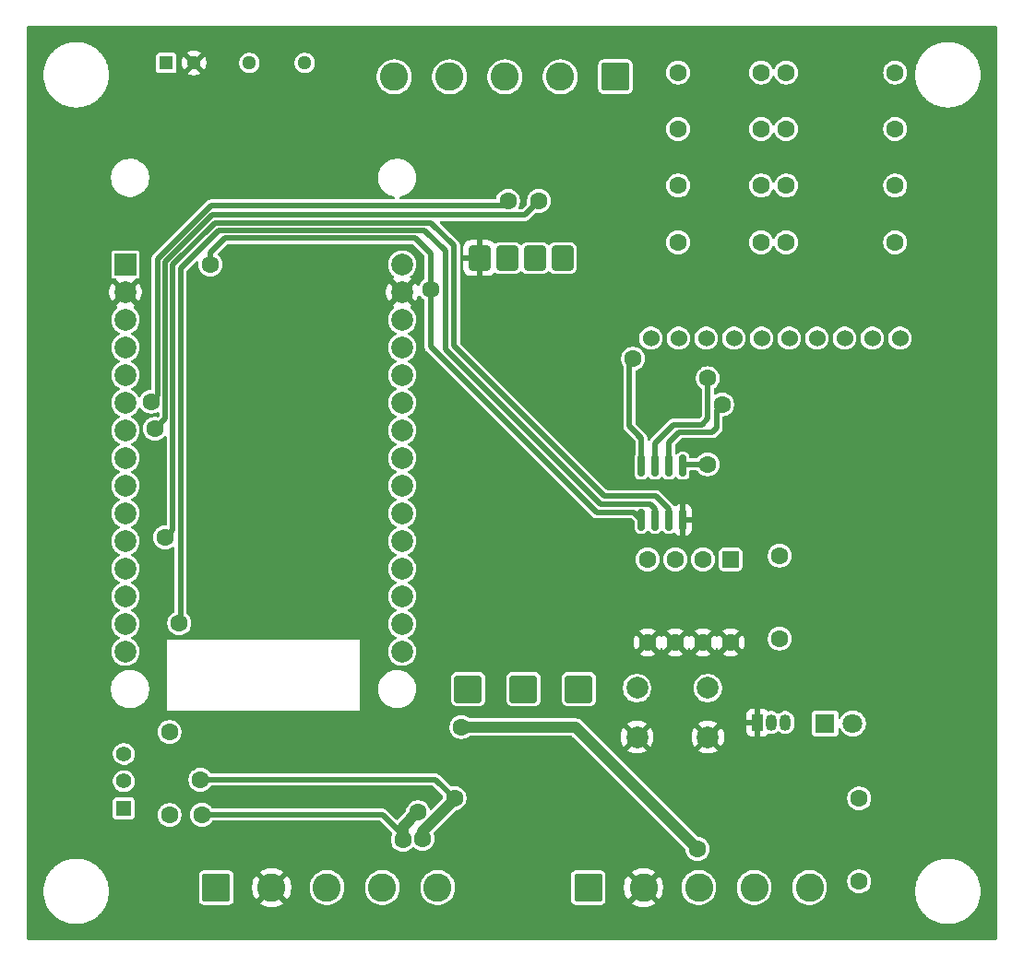
<source format=gbr>
%TF.GenerationSoftware,KiCad,Pcbnew,9.0.3*%
%TF.CreationDate,2026-01-26T07:38:29-05:00*%
%TF.ProjectId,SLAVE_PRESSURE,534c4156-455f-4505-9245-53535552452e,rev?*%
%TF.SameCoordinates,Original*%
%TF.FileFunction,Copper,L1,Top*%
%TF.FilePolarity,Positive*%
%FSLAX46Y46*%
G04 Gerber Fmt 4.6, Leading zero omitted, Abs format (unit mm)*
G04 Created by KiCad (PCBNEW 9.0.3) date 2026-01-26 07:38:29*
%MOMM*%
%LPD*%
G01*
G04 APERTURE LIST*
G04 Aperture macros list*
%AMRoundRect*
0 Rectangle with rounded corners*
0 $1 Rounding radius*
0 $2 $3 $4 $5 $6 $7 $8 $9 X,Y pos of 4 corners*
0 Add a 4 corners polygon primitive as box body*
4,1,4,$2,$3,$4,$5,$6,$7,$8,$9,$2,$3,0*
0 Add four circle primitives for the rounded corners*
1,1,$1+$1,$2,$3*
1,1,$1+$1,$4,$5*
1,1,$1+$1,$6,$7*
1,1,$1+$1,$8,$9*
0 Add four rect primitives between the rounded corners*
20,1,$1+$1,$2,$3,$4,$5,0*
20,1,$1+$1,$4,$5,$6,$7,0*
20,1,$1+$1,$6,$7,$8,$9,0*
20,1,$1+$1,$8,$9,$2,$3,0*%
G04 Aperture macros list end*
%TA.AperFunction,ComponentPad*%
%ADD10C,1.524000*%
%TD*%
%TA.AperFunction,ComponentPad*%
%ADD11R,1.050000X1.500000*%
%TD*%
%TA.AperFunction,ComponentPad*%
%ADD12O,1.050000X1.500000*%
%TD*%
%TA.AperFunction,ComponentPad*%
%ADD13C,1.600000*%
%TD*%
%TA.AperFunction,SMDPad,CuDef*%
%ADD14RoundRect,0.150000X0.150000X-0.825000X0.150000X0.825000X-0.150000X0.825000X-0.150000X-0.825000X0*%
%TD*%
%TA.AperFunction,ComponentPad*%
%ADD15R,1.288000X1.288000*%
%TD*%
%TA.AperFunction,ComponentPad*%
%ADD16C,1.288000*%
%TD*%
%TA.AperFunction,ComponentPad*%
%ADD17RoundRect,0.250000X-0.750000X0.900000X-0.750000X-0.900000X0.750000X-0.900000X0.750000X0.900000X0*%
%TD*%
%TA.AperFunction,ComponentPad*%
%ADD18RoundRect,0.250000X-1.020000X1.020000X-1.020000X-1.020000X1.020000X-1.020000X1.020000X1.020000X0*%
%TD*%
%TA.AperFunction,ComponentPad*%
%ADD19R,1.800000X1.800000*%
%TD*%
%TA.AperFunction,ComponentPad*%
%ADD20C,1.800000*%
%TD*%
%TA.AperFunction,ComponentPad*%
%ADD21C,2.000000*%
%TD*%
%TA.AperFunction,ComponentPad*%
%ADD22RoundRect,0.250000X-1.050000X-1.050000X1.050000X-1.050000X1.050000X1.050000X-1.050000X1.050000X0*%
%TD*%
%TA.AperFunction,ComponentPad*%
%ADD23C,2.600000*%
%TD*%
%TA.AperFunction,ComponentPad*%
%ADD24RoundRect,0.250000X-0.550000X0.550000X-0.550000X-0.550000X0.550000X-0.550000X0.550000X0.550000X0*%
%TD*%
%TA.AperFunction,ComponentPad*%
%ADD25R,2.000000X2.000000*%
%TD*%
%TA.AperFunction,ComponentPad*%
%ADD26R,1.408000X1.408000*%
%TD*%
%TA.AperFunction,ComponentPad*%
%ADD27C,1.408000*%
%TD*%
%TA.AperFunction,ComponentPad*%
%ADD28RoundRect,0.250000X1.050000X1.050000X-1.050000X1.050000X-1.050000X-1.050000X1.050000X-1.050000X0*%
%TD*%
%TA.AperFunction,ViaPad*%
%ADD29C,1.600000*%
%TD*%
%TA.AperFunction,Conductor*%
%ADD30C,1.000000*%
%TD*%
%TA.AperFunction,Conductor*%
%ADD31C,0.500000*%
%TD*%
G04 APERTURE END LIST*
D10*
%TO.P,U4,1,ADDR*%
%TO.N,unconnected-(U4-ADDR-Pad1)*%
X141130000Y-77200000D03*
%TO.P,U4,2,ALERT*%
%TO.N,ALE_H*%
X143670000Y-77200000D03*
%TO.P,U4,3,GND*%
%TO.N,GND_ISO*%
X133510000Y-77200000D03*
%TO.P,U4,4,AIN0*%
%TO.N,SIGNAL_OUT1*%
X146210000Y-77200000D03*
%TO.P,U4,5,AIN1*%
%TO.N,SIGNAL_OUT2*%
X148750000Y-77200000D03*
%TO.P,U4,6,AIN2*%
%TO.N,SIGNAL_OUT3*%
X151290000Y-77200000D03*
%TO.P,U4,7,AIN3*%
%TO.N,SIGNAL_OUT4*%
X153830000Y-77200000D03*
%TO.P,U4,8,VDD*%
%TO.N,5V_ISO*%
X130970000Y-77200000D03*
%TO.P,U4,9,SDA*%
%TO.N,SDA_H*%
X138590000Y-77200000D03*
%TO.P,U4,10,SCL*%
%TO.N,SCL_H*%
X136050000Y-77200000D03*
%TD*%
D11*
%TO.P,Q1,1,E*%
%TO.N,GND*%
X140760000Y-112510000D03*
D12*
%TO.P,Q1,2,B*%
%TO.N,Net-(Q1-B)*%
X142030000Y-112510000D03*
%TO.P,Q1,3,C*%
%TO.N,Net-(D7-K)*%
X143300000Y-112510000D03*
%TD*%
D13*
%TO.P,C1,1*%
%TO.N,GND_ISO*%
X153400000Y-63200000D03*
%TO.P,C1,2*%
%TO.N,SIGNAL_OUT2*%
X143400000Y-63200000D03*
%TD*%
D14*
%TO.P,U1,1,VDD1*%
%TO.N,3V3*%
X130095000Y-93875000D03*
%TO.P,U1,2,VOA*%
%TO.N,SCL*%
X131365000Y-93875000D03*
%TO.P,U1,3,VIB*%
%TO.N,SDA*%
X132635000Y-93875000D03*
%TO.P,U1,4,GND1*%
%TO.N,GND*%
X133905000Y-93875000D03*
%TO.P,U1,5,GND2*%
%TO.N,GND_ISO*%
X133905000Y-88925000D03*
%TO.P,U1,6,VOB*%
%TO.N,SDA_H*%
X132635000Y-88925000D03*
%TO.P,U1,7,VIA*%
%TO.N,SCL_H*%
X131365000Y-88925000D03*
%TO.P,U1,8,VDD2*%
%TO.N,5V_ISO*%
X130095000Y-88925000D03*
%TD*%
D13*
%TO.P,R3,1*%
%TO.N,SIGNAL_1*%
X133480000Y-68400000D03*
%TO.P,R3,2*%
%TO.N,SIGNAL_OUT1*%
X141100000Y-68400000D03*
%TD*%
D15*
%TO.P,PS1,1,+VIN(VCC)*%
%TO.N,5V*%
X86500000Y-51927000D03*
D16*
%TO.P,PS1,2,-VIN(GND)*%
%TO.N,GND*%
X89040000Y-51927000D03*
%TO.P,PS1,4,-VOUT*%
%TO.N,GND_ISO*%
X94120000Y-51927000D03*
%TO.P,PS1,6,+VOUT*%
%TO.N,5V_ISO*%
X99200000Y-51927000D03*
%TD*%
D13*
%TO.P,R1,1*%
%TO.N,Net-(R1-Pad1)*%
X86800000Y-113390000D03*
%TO.P,R1,2*%
%TO.N,485-*%
X86800000Y-121010000D03*
%TD*%
D17*
%TO.P,U10,1,VCC*%
%TO.N,3V3*%
X122850000Y-69850000D03*
%TO.P,U10,2,TXD*%
%TO.N,TX*%
X120310000Y-69850000D03*
%TO.P,U10,3,RXD*%
%TO.N,RX*%
X117770000Y-69850000D03*
%TO.P,U10,4,GND*%
%TO.N,GND*%
X115230000Y-69850000D03*
D18*
%TO.P,U10,5,A*%
%TO.N,485+*%
X124350000Y-109450000D03*
%TO.P,U10,6,B*%
%TO.N,485-*%
X119270000Y-109450000D03*
%TO.P,U10,7,GND*%
%TO.N,GND_T*%
X114190000Y-109450000D03*
%TD*%
D19*
%TO.P,D7,1,K*%
%TO.N,Net-(D7-K)*%
X146960000Y-112600000D03*
D20*
%TO.P,D7,2,A*%
%TO.N,Net-(D7-A)*%
X149500000Y-112600000D03*
%TD*%
D13*
%TO.P,R52,1*%
%TO.N,Net-(Q1-B)*%
X142800000Y-104800000D03*
%TO.P,R52,2*%
%TO.N,LED*%
X142800000Y-97180000D03*
%TD*%
%TO.P,R51,1*%
%TO.N,5V*%
X150100000Y-127110000D03*
%TO.P,R51,2*%
%TO.N,Net-(D7-A)*%
X150100000Y-119490000D03*
%TD*%
%TO.P,R8,1*%
%TO.N,SIGNAL_3*%
X133480000Y-58000000D03*
%TO.P,R8,2*%
%TO.N,SIGNAL_OUT3*%
X141100000Y-58000000D03*
%TD*%
%TO.P,C4,1*%
%TO.N,GND_ISO*%
X153400000Y-52800000D03*
%TO.P,C4,2*%
%TO.N,SIGNAL_OUT4*%
X143400000Y-52800000D03*
%TD*%
%TO.P,C3,1*%
%TO.N,GND_ISO*%
X153400000Y-68400000D03*
%TO.P,C3,2*%
%TO.N,SIGNAL_OUT1*%
X143400000Y-68400000D03*
%TD*%
D21*
%TO.P,SW2,1,1*%
%TO.N,BUTTOM*%
X129700000Y-109350000D03*
X136200000Y-109350000D03*
%TO.P,SW2,2,2*%
%TO.N,GND*%
X129700000Y-113850000D03*
X136200000Y-113850000D03*
%TD*%
D22*
%TO.P,MODBUS_OUT,1,Pin_1*%
%TO.N,5V*%
X91090000Y-127672500D03*
D23*
%TO.P,MODBUS_OUT,2,Pin_2*%
%TO.N,GND*%
X96170000Y-127672500D03*
%TO.P,MODBUS_OUT,3,Pin_3*%
%TO.N,GND_T*%
X101250000Y-127672500D03*
%TO.P,MODBUS_OUT,4,Pin_4*%
%TO.N,485-*%
X106330000Y-127672500D03*
%TO.P,MODBUS_OUT,5,Pin_5*%
%TO.N,485+*%
X111410000Y-127672500D03*
%TD*%
D13*
%TO.P,R9,1*%
%TO.N,SIGNAL_4*%
X133480000Y-52800000D03*
%TO.P,R9,2*%
%TO.N,SIGNAL_OUT4*%
X141100000Y-52800000D03*
%TD*%
%TO.P,C2,1*%
%TO.N,GND_ISO*%
X153400000Y-58000000D03*
%TO.P,C2,2*%
%TO.N,SIGNAL_OUT3*%
X143400000Y-58000000D03*
%TD*%
D24*
%TO.P,SW1,1*%
%TO.N,DIP_1*%
X138297500Y-97532500D03*
D13*
%TO.P,SW1,2*%
%TO.N,DIP_2*%
X135757500Y-97532500D03*
%TO.P,SW1,3*%
%TO.N,DIP_3*%
X133217500Y-97532500D03*
%TO.P,SW1,4*%
%TO.N,DIP_4*%
X130677500Y-97532500D03*
%TO.P,SW1,5*%
%TO.N,GND*%
X130677500Y-105152500D03*
%TO.P,SW1,6*%
X133217500Y-105152500D03*
%TO.P,SW1,7*%
X135757500Y-105152500D03*
%TO.P,SW1,8*%
X138297500Y-105152500D03*
%TD*%
D25*
%TO.P,U3,1,3V3*%
%TO.N,3V3*%
X82750000Y-70435000D03*
D21*
%TO.P,U3,2,GND*%
%TO.N,GND*%
X82750000Y-72975000D03*
%TO.P,U3,3,D15*%
%TO.N,unconnected-(U3-D15-Pad3)*%
X82750000Y-75515000D03*
%TO.P,U3,4,D2*%
%TO.N,unconnected-(U3-D2-Pad4)*%
X82750000Y-78055000D03*
%TO.P,U3,5,D4*%
%TO.N,unconnected-(U3-D4-Pad5)*%
X82750000Y-80595000D03*
%TO.P,U3,6,RX2*%
%TO.N,RX*%
X82750000Y-83135000D03*
%TO.P,U3,7,TX2*%
%TO.N,TX*%
X82750000Y-85675000D03*
%TO.P,U3,8,D5*%
%TO.N,unconnected-(U3-D5-Pad8)*%
X82750000Y-88215000D03*
%TO.P,U3,9,D18*%
%TO.N,unconnected-(U3-D18-Pad9)*%
X82750000Y-90755000D03*
%TO.P,U3,10,D19*%
%TO.N,unconnected-(U3-D19-Pad10)*%
X82750000Y-93295000D03*
%TO.P,U3,11,D21*%
%TO.N,SDA*%
X82750000Y-95835000D03*
%TO.P,U3,12,RX0*%
%TO.N,unconnected-(U3-RX0-Pad12)*%
X82750000Y-98375000D03*
%TO.P,U3,13,TX0*%
%TO.N,unconnected-(U3-TX0-Pad13)*%
X82750000Y-100915000D03*
%TO.P,U3,14,D22*%
%TO.N,SCL*%
X82750000Y-103455000D03*
%TO.P,U3,15,D23*%
%TO.N,unconnected-(U3-D23-Pad15)*%
X82750000Y-105995000D03*
%TO.P,U3,16,EN*%
%TO.N,unconnected-(U3-EN-Pad16)*%
X108150000Y-105995000D03*
%TO.P,U3,17,VP*%
%TO.N,unconnected-(U3-VP-Pad17)*%
X108150000Y-103455000D03*
%TO.P,U3,18,VN*%
%TO.N,unconnected-(U3-VN-Pad18)*%
X108150000Y-100915000D03*
%TO.P,U3,19,D34*%
%TO.N,unconnected-(U3-D34-Pad19)*%
X108150000Y-98375000D03*
%TO.P,U3,20,D35*%
%TO.N,unconnected-(U3-D35-Pad20)*%
X108150000Y-95835000D03*
%TO.P,U3,21,D32*%
%TO.N,BUTTOM*%
X108150000Y-93295000D03*
%TO.P,U3,22,D33*%
%TO.N,LED*%
X108150000Y-90755000D03*
%TO.P,U3,23,D25*%
%TO.N,DIP_4*%
X108150000Y-88215000D03*
%TO.P,U3,24,D26*%
%TO.N,DIP_3*%
X108150000Y-85675000D03*
%TO.P,U3,25,D27*%
%TO.N,DIP_2*%
X108150000Y-83135000D03*
%TO.P,U3,26,D14*%
%TO.N,DIP_1*%
X108150000Y-80595000D03*
%TO.P,U3,27,D12*%
%TO.N,unconnected-(U3-D12-Pad27)*%
X108150000Y-78055000D03*
%TO.P,U3,28,D13*%
%TO.N,ALE*%
X108150000Y-75515000D03*
%TO.P,U3,29,GND*%
%TO.N,GND*%
X108150000Y-72975000D03*
%TO.P,U3,30,VIN*%
%TO.N,5V*%
X108150000Y-70435000D03*
%TD*%
D22*
%TO.P,MODBUS_IN,1,Pin_1*%
%TO.N,5V*%
X125220000Y-127672500D03*
D23*
%TO.P,MODBUS_IN,2,Pin_2*%
%TO.N,GND*%
X130300000Y-127672500D03*
%TO.P,MODBUS_IN,3,Pin_3*%
%TO.N,GND_T*%
X135380000Y-127672500D03*
%TO.P,MODBUS_IN,4,Pin_4*%
%TO.N,485-*%
X140460000Y-127672500D03*
%TO.P,MODBUS_IN,5,Pin_5*%
%TO.N,485+*%
X145540000Y-127672500D03*
%TD*%
D13*
%TO.P,R7,1*%
%TO.N,SIGNAL_2*%
X133480000Y-63200000D03*
%TO.P,R7,2*%
%TO.N,SIGNAL_OUT2*%
X141100000Y-63200000D03*
%TD*%
D26*
%TO.P,S1,1*%
%TO.N,unconnected-(S1-Pad1)*%
X82600000Y-120400000D03*
D27*
%TO.P,S1,2*%
%TO.N,485+*%
X82600000Y-117900000D03*
%TO.P,S1,3*%
%TO.N,Net-(R1-Pad1)*%
X82600000Y-115400000D03*
%TD*%
D28*
%TO.P,ANALOG_IN,1,Pin_1*%
%TO.N,SIGNAL_3*%
X127740000Y-53200000D03*
D23*
%TO.P,ANALOG_IN,2,Pin_2*%
%TO.N,SIGNAL_2*%
X122660000Y-53200000D03*
%TO.P,ANALOG_IN,3,Pin_3*%
%TO.N,SIGNAL_1*%
X117580000Y-53200000D03*
%TO.P,ANALOG_IN,4,Pin_4*%
%TO.N,GND_ISO*%
X112500000Y-53200000D03*
%TO.P,ANALOG_IN,5,Pin_5*%
%TO.N,5V_ISO*%
X107420000Y-53200000D03*
%TD*%
D29*
%TO.N,GND_T*%
X135260000Y-124140000D03*
X113590000Y-112920000D03*
%TO.N,5V_ISO*%
X129335000Y-79100000D03*
%TO.N,GND_ISO*%
X136200000Y-88800000D03*
%TO.N,485+*%
X89640000Y-117770000D03*
X110030000Y-123180000D03*
X112940000Y-119470000D03*
%TO.N,485-*%
X109603984Y-120770000D03*
X89760000Y-120980000D03*
X108200000Y-123300000D03*
%TO.N,SDA_H*%
X137500000Y-83300000D03*
%TO.N,TX*%
X120700000Y-64600000D03*
X85450000Y-85540000D03*
%TO.N,3V3*%
X110750000Y-72740000D03*
X90550000Y-70440000D03*
%TO.N,SDA*%
X86400000Y-95500000D03*
%TO.N,RX*%
X117850000Y-64600000D03*
X85100000Y-83040000D03*
%TO.N,SCL_H*%
X136200000Y-80900000D03*
%TO.N,SCL*%
X87700000Y-103400000D03*
%TD*%
D30*
%TO.N,GND_T*%
X135330000Y-124210000D02*
X135260000Y-124140000D01*
X135260000Y-124140000D02*
X124040000Y-112920000D01*
X124040000Y-112920000D02*
X113590000Y-112920000D01*
D31*
%TO.N,5V_ISO*%
X130095000Y-86395000D02*
X130095000Y-88925000D01*
X129000000Y-79435000D02*
X129000000Y-84900000D01*
X129000000Y-84900000D02*
X129000000Y-85300000D01*
X129000000Y-85300000D02*
X130095000Y-86395000D01*
X129000000Y-85300000D02*
X130025000Y-86325000D01*
X129335000Y-79100000D02*
X129000000Y-79435000D01*
%TO.N,GND_ISO*%
X134030000Y-88800000D02*
X133905000Y-88925000D01*
X136200000Y-88800000D02*
X134030000Y-88800000D01*
D30*
%TO.N,485+*%
X110030000Y-122480000D02*
X110030000Y-123180000D01*
X112940000Y-119570000D02*
X110030000Y-122480000D01*
D31*
X111240000Y-117770000D02*
X89640000Y-117770000D01*
X112940000Y-119470000D02*
X111240000Y-117770000D01*
D30*
X112940000Y-119470000D02*
X112940000Y-119570000D01*
D31*
%TO.N,485-*%
X89760000Y-120980000D02*
X106360000Y-120980000D01*
D30*
X109547968Y-120770000D02*
X108200000Y-122117968D01*
D31*
X108200000Y-122820000D02*
X108200000Y-123300000D01*
X106360000Y-120980000D02*
X108200000Y-122820000D01*
D30*
X109603984Y-120770000D02*
X109547968Y-120770000D01*
X108200000Y-122117968D02*
X108200000Y-123300000D01*
D31*
%TO.N,SDA_H*%
X136600000Y-85842500D02*
X133557500Y-85842500D01*
X132635000Y-86765000D02*
X132635000Y-88925000D01*
X133557500Y-85842500D02*
X132635000Y-86765000D01*
X137000000Y-83800000D02*
X137000000Y-85442500D01*
X137500000Y-83300000D02*
X137000000Y-83800000D01*
X137000000Y-85442500D02*
X136600000Y-85842500D01*
%TO.N,TX*%
X86400000Y-84590000D02*
X86400000Y-70189950D01*
X86400000Y-70189950D02*
X90689951Y-65900000D01*
X90689951Y-65900000D02*
X119400000Y-65900000D01*
X119400000Y-65900000D02*
X120700000Y-64600000D01*
X85450000Y-85540000D02*
X86400000Y-84590000D01*
%TO.N,3V3*%
X126000000Y-93200000D02*
X110750000Y-77950000D01*
X91900000Y-68000000D02*
X109360000Y-68000000D01*
X110750000Y-69390000D02*
X110750000Y-72740000D01*
X129420000Y-93200000D02*
X126000000Y-93200000D01*
X110750000Y-77950000D02*
X110750000Y-72740000D01*
X109360000Y-68000000D02*
X110750000Y-69390000D01*
X90550000Y-69350000D02*
X91900000Y-68000000D01*
X130095000Y-93875000D02*
X129420000Y-93200000D01*
X90550000Y-70440000D02*
X90550000Y-69350000D01*
%TO.N,SDA*%
X87100000Y-70479900D02*
X87100000Y-94800000D01*
X112900000Y-68700000D02*
X110800000Y-66600000D01*
X132635000Y-92900001D02*
X131434999Y-91700000D01*
X126694975Y-91700000D02*
X112900000Y-77905025D01*
X112900000Y-77905025D02*
X112900000Y-68700000D01*
X87100000Y-94800000D02*
X86400000Y-95500000D01*
X131434999Y-91700000D02*
X126694975Y-91700000D01*
X90979900Y-66600000D02*
X87100000Y-70479900D01*
X132635000Y-93875000D02*
X132635000Y-92900001D01*
X110800000Y-66600000D02*
X90979900Y-66600000D01*
X82650000Y-95725000D02*
X82805000Y-95570000D01*
%TO.N,RX*%
X85100000Y-83040000D02*
X85700000Y-82440000D01*
X85700000Y-82440000D02*
X85700000Y-69900000D01*
X85700000Y-69900000D02*
X90600000Y-65000000D01*
X117450000Y-65000000D02*
X117850000Y-64600000D01*
X90600000Y-65000000D02*
X117450000Y-65000000D01*
X85100000Y-83040000D02*
X85328000Y-83040000D01*
%TO.N,SCL_H*%
X131365000Y-86835000D02*
X133057500Y-85142500D01*
X133057500Y-85142500D02*
X135657500Y-85142500D01*
X136200000Y-84600000D02*
X136200000Y-80900000D01*
X135657500Y-85142500D02*
X136200000Y-84600000D01*
X131365000Y-88925000D02*
X131365000Y-86835000D01*
%TO.N,SCL*%
X87800000Y-70820000D02*
X87800000Y-103300000D01*
X112100000Y-69200000D02*
X110200000Y-67300000D01*
X87800000Y-103300000D02*
X87700000Y-103400000D01*
X110200000Y-67300000D02*
X91320000Y-67300000D01*
X126349000Y-92449000D02*
X112100000Y-78200000D01*
X91320000Y-67300000D02*
X87800000Y-70820000D01*
X131365000Y-93875000D02*
X131365000Y-92900001D01*
X131365000Y-92900001D02*
X130913999Y-92449000D01*
X112100000Y-78200000D02*
X112100000Y-69200000D01*
X130913999Y-92449000D02*
X126349000Y-92449000D01*
%TD*%
%TA.AperFunction,Conductor*%
%TO.N,GND*%
G36*
X162667539Y-48535185D02*
G01*
X162713294Y-48587989D01*
X162724500Y-48639500D01*
X162724500Y-132390500D01*
X162704815Y-132457539D01*
X162652011Y-132503294D01*
X162600500Y-132514500D01*
X73849500Y-132514500D01*
X73782461Y-132494815D01*
X73736706Y-132442011D01*
X73725500Y-132390500D01*
X73725500Y-128015000D01*
X75224999Y-128015000D01*
X75225233Y-128051231D01*
X75225497Y-128092257D01*
X75233451Y-128246565D01*
X75233452Y-128246573D01*
X75233452Y-128246582D01*
X75249338Y-128400260D01*
X75273119Y-128552945D01*
X75273120Y-128552952D01*
X75304717Y-128704154D01*
X75344072Y-128853593D01*
X75391063Y-129000795D01*
X75445566Y-129145371D01*
X75472440Y-129206861D01*
X75507443Y-129286954D01*
X75553559Y-129379219D01*
X75576532Y-129425181D01*
X75652622Y-129559623D01*
X75652628Y-129559632D01*
X75735557Y-129690010D01*
X75735565Y-129690023D01*
X75825085Y-129815942D01*
X75920978Y-129937100D01*
X76022959Y-130053136D01*
X76022969Y-130053147D01*
X76022979Y-130053158D01*
X76022988Y-130053167D01*
X76130784Y-130163777D01*
X76130800Y-130163792D01*
X76130820Y-130163813D01*
X76244214Y-130268768D01*
X76244227Y-130268779D01*
X76362872Y-130367758D01*
X76486440Y-130460485D01*
X76486449Y-130460491D01*
X76614644Y-130546746D01*
X76720235Y-130610151D01*
X76747104Y-130626285D01*
X76747125Y-130626297D01*
X76883471Y-130698893D01*
X76883490Y-130698903D01*
X76883496Y-130698906D01*
X77023439Y-130764407D01*
X77023451Y-130764412D01*
X77023458Y-130764415D01*
X77132177Y-130808629D01*
X77166568Y-130822616D01*
X77312504Y-130873380D01*
X77460860Y-130916564D01*
X77611242Y-130952054D01*
X77763252Y-130979755D01*
X77916486Y-130999594D01*
X77916485Y-130999594D01*
X77938493Y-131001297D01*
X78070538Y-131011519D01*
X78225000Y-131015498D01*
X78379462Y-131011519D01*
X78533514Y-130999594D01*
X78686748Y-130979755D01*
X78838758Y-130952054D01*
X78989140Y-130916564D01*
X79137496Y-130873380D01*
X79283432Y-130822616D01*
X79426561Y-130764407D01*
X79566504Y-130698906D01*
X79702889Y-130626289D01*
X79835356Y-130546746D01*
X79963552Y-130460490D01*
X79963559Y-130460485D01*
X80087127Y-130367758D01*
X80087137Y-130367750D01*
X80205785Y-130268769D01*
X80319180Y-130163813D01*
X80427021Y-130053158D01*
X80529023Y-129937098D01*
X80624916Y-129815941D01*
X80714444Y-129690009D01*
X80797370Y-129559635D01*
X80797377Y-129559623D01*
X80873467Y-129425181D01*
X80873471Y-129425171D01*
X80873476Y-129425164D01*
X80942557Y-129286954D01*
X81004433Y-129145371D01*
X81058938Y-129000791D01*
X81105927Y-128853596D01*
X81145277Y-128704177D01*
X81176883Y-128552931D01*
X81200661Y-128400259D01*
X81216549Y-128246565D01*
X81224503Y-128092257D01*
X81224503Y-127937743D01*
X81216549Y-127783435D01*
X81200661Y-127629741D01*
X81176883Y-127477069D01*
X81176880Y-127477054D01*
X81176879Y-127477047D01*
X81145282Y-127325845D01*
X81145280Y-127325837D01*
X81145277Y-127325823D01*
X81105927Y-127176404D01*
X81058938Y-127029209D01*
X81004433Y-126884629D01*
X80990305Y-126852302D01*
X80942558Y-126743048D01*
X80886619Y-126631130D01*
X80886618Y-126631129D01*
X80873471Y-126604826D01*
X80859080Y-126579398D01*
X89489500Y-126579398D01*
X89489500Y-128765602D01*
X89495126Y-128812454D01*
X89500122Y-128854061D01*
X89555639Y-128994843D01*
X89647077Y-129115422D01*
X89767656Y-129206860D01*
X89767657Y-129206860D01*
X89767658Y-129206861D01*
X89908436Y-129262377D01*
X89996898Y-129273000D01*
X89996903Y-129273000D01*
X92183097Y-129273000D01*
X92183102Y-129273000D01*
X92271564Y-129262377D01*
X92412342Y-129206861D01*
X92532922Y-129115422D01*
X92624361Y-128994842D01*
X92679877Y-128854064D01*
X92690500Y-128765602D01*
X92690500Y-127554514D01*
X94370000Y-127554514D01*
X94370000Y-127790485D01*
X94400799Y-128024414D01*
X94461870Y-128252337D01*
X94552160Y-128470319D01*
X94552165Y-128470328D01*
X94670144Y-128674671D01*
X94670145Y-128674672D01*
X94732721Y-128756223D01*
X95568958Y-127919987D01*
X95593978Y-127980390D01*
X95665112Y-128086851D01*
X95755649Y-128177388D01*
X95862110Y-128248522D01*
X95922511Y-128273541D01*
X95086275Y-129109777D01*
X95167827Y-129172354D01*
X95167828Y-129172355D01*
X95372171Y-129290334D01*
X95372180Y-129290339D01*
X95590163Y-129380629D01*
X95590161Y-129380629D01*
X95818085Y-129441700D01*
X96052014Y-129472499D01*
X96052029Y-129472500D01*
X96287971Y-129472500D01*
X96287985Y-129472499D01*
X96521914Y-129441700D01*
X96749837Y-129380629D01*
X96967819Y-129290339D01*
X96967828Y-129290334D01*
X97172181Y-129172350D01*
X97253723Y-129109779D01*
X97253723Y-129109776D01*
X96417487Y-128273541D01*
X96477890Y-128248522D01*
X96584351Y-128177388D01*
X96674888Y-128086851D01*
X96746022Y-127980390D01*
X96771041Y-127919988D01*
X97607276Y-128756223D01*
X97607279Y-128756223D01*
X97669850Y-128674681D01*
X97787834Y-128470328D01*
X97787839Y-128470319D01*
X97878129Y-128252337D01*
X97939200Y-128024414D01*
X97969999Y-127790485D01*
X97970000Y-127790471D01*
X97970000Y-127554528D01*
X97969999Y-127554519D01*
X97968948Y-127546538D01*
X99649500Y-127546538D01*
X99649500Y-127798461D01*
X99688910Y-128047285D01*
X99766760Y-128286883D01*
X99881132Y-128511348D01*
X100029201Y-128715149D01*
X100029205Y-128715154D01*
X100207345Y-128893294D01*
X100207350Y-128893298D01*
X100347116Y-128994843D01*
X100411155Y-129041370D01*
X100554184Y-129114247D01*
X100635616Y-129155739D01*
X100635618Y-129155739D01*
X100635621Y-129155741D01*
X100875215Y-129233590D01*
X101124038Y-129273000D01*
X101124039Y-129273000D01*
X101375961Y-129273000D01*
X101375962Y-129273000D01*
X101624785Y-129233590D01*
X101864379Y-129155741D01*
X102088845Y-129041370D01*
X102292656Y-128893293D01*
X102470793Y-128715156D01*
X102618870Y-128511345D01*
X102733241Y-128286879D01*
X102811090Y-128047285D01*
X102850500Y-127798462D01*
X102850500Y-127546538D01*
X104729500Y-127546538D01*
X104729500Y-127798461D01*
X104768910Y-128047285D01*
X104846760Y-128286883D01*
X104961132Y-128511348D01*
X105109201Y-128715149D01*
X105109205Y-128715154D01*
X105287345Y-128893294D01*
X105287350Y-128893298D01*
X105427116Y-128994843D01*
X105491155Y-129041370D01*
X105634184Y-129114247D01*
X105715616Y-129155739D01*
X105715618Y-129155739D01*
X105715621Y-129155741D01*
X105955215Y-129233590D01*
X106204038Y-129273000D01*
X106204039Y-129273000D01*
X106455961Y-129273000D01*
X106455962Y-129273000D01*
X106704785Y-129233590D01*
X106944379Y-129155741D01*
X107168845Y-129041370D01*
X107372656Y-128893293D01*
X107550793Y-128715156D01*
X107698870Y-128511345D01*
X107813241Y-128286879D01*
X107891090Y-128047285D01*
X107930500Y-127798462D01*
X107930500Y-127546538D01*
X109809500Y-127546538D01*
X109809500Y-127798461D01*
X109848910Y-128047285D01*
X109926760Y-128286883D01*
X110041132Y-128511348D01*
X110189201Y-128715149D01*
X110189205Y-128715154D01*
X110367345Y-128893294D01*
X110367350Y-128893298D01*
X110507116Y-128994843D01*
X110571155Y-129041370D01*
X110714184Y-129114247D01*
X110795616Y-129155739D01*
X110795618Y-129155739D01*
X110795621Y-129155741D01*
X111035215Y-129233590D01*
X111284038Y-129273000D01*
X111284039Y-129273000D01*
X111535961Y-129273000D01*
X111535962Y-129273000D01*
X111784785Y-129233590D01*
X112024379Y-129155741D01*
X112248845Y-129041370D01*
X112452656Y-128893293D01*
X112630793Y-128715156D01*
X112778870Y-128511345D01*
X112893241Y-128286879D01*
X112971090Y-128047285D01*
X113010500Y-127798462D01*
X113010500Y-127546538D01*
X112971090Y-127297715D01*
X112893241Y-127058121D01*
X112893239Y-127058117D01*
X112893239Y-127058116D01*
X112851747Y-126976684D01*
X112778870Y-126833655D01*
X112713047Y-126743057D01*
X112644404Y-126648577D01*
X112644403Y-126648576D01*
X112630796Y-126629847D01*
X112580347Y-126579398D01*
X123619500Y-126579398D01*
X123619500Y-128765602D01*
X123625126Y-128812454D01*
X123630122Y-128854061D01*
X123685639Y-128994843D01*
X123777077Y-129115422D01*
X123897656Y-129206860D01*
X123897657Y-129206860D01*
X123897658Y-129206861D01*
X124038436Y-129262377D01*
X124126898Y-129273000D01*
X124126903Y-129273000D01*
X126313097Y-129273000D01*
X126313102Y-129273000D01*
X126401564Y-129262377D01*
X126542342Y-129206861D01*
X126662922Y-129115422D01*
X126754361Y-128994842D01*
X126809877Y-128854064D01*
X126820500Y-128765602D01*
X126820500Y-127554514D01*
X128500000Y-127554514D01*
X128500000Y-127790485D01*
X128530799Y-128024414D01*
X128591870Y-128252337D01*
X128682160Y-128470319D01*
X128682165Y-128470328D01*
X128800144Y-128674671D01*
X128800145Y-128674672D01*
X128862721Y-128756223D01*
X129698958Y-127919987D01*
X129723978Y-127980390D01*
X129795112Y-128086851D01*
X129885649Y-128177388D01*
X129992110Y-128248522D01*
X130052511Y-128273541D01*
X129216275Y-129109777D01*
X129297827Y-129172354D01*
X129297828Y-129172355D01*
X129502171Y-129290334D01*
X129502180Y-129290339D01*
X129720163Y-129380629D01*
X129720161Y-129380629D01*
X129948085Y-129441700D01*
X130182014Y-129472499D01*
X130182029Y-129472500D01*
X130417971Y-129472500D01*
X130417985Y-129472499D01*
X130651914Y-129441700D01*
X130879837Y-129380629D01*
X131097819Y-129290339D01*
X131097828Y-129290334D01*
X131302181Y-129172350D01*
X131383723Y-129109779D01*
X131383723Y-129109776D01*
X130547487Y-128273541D01*
X130607890Y-128248522D01*
X130714351Y-128177388D01*
X130804888Y-128086851D01*
X130876022Y-127980390D01*
X130901041Y-127919988D01*
X131737276Y-128756223D01*
X131737279Y-128756223D01*
X131799850Y-128674681D01*
X131917834Y-128470328D01*
X131917839Y-128470319D01*
X132008129Y-128252337D01*
X132069200Y-128024414D01*
X132099999Y-127790485D01*
X132100000Y-127790471D01*
X132100000Y-127554528D01*
X132099999Y-127554519D01*
X132098948Y-127546538D01*
X133779500Y-127546538D01*
X133779500Y-127798461D01*
X133818910Y-128047285D01*
X133896760Y-128286883D01*
X134011132Y-128511348D01*
X134159201Y-128715149D01*
X134159205Y-128715154D01*
X134337345Y-128893294D01*
X134337350Y-128893298D01*
X134477116Y-128994843D01*
X134541155Y-129041370D01*
X134684184Y-129114247D01*
X134765616Y-129155739D01*
X134765618Y-129155739D01*
X134765621Y-129155741D01*
X135005215Y-129233590D01*
X135254038Y-129273000D01*
X135254039Y-129273000D01*
X135505961Y-129273000D01*
X135505962Y-129273000D01*
X135754785Y-129233590D01*
X135994379Y-129155741D01*
X136218845Y-129041370D01*
X136422656Y-128893293D01*
X136600793Y-128715156D01*
X136748870Y-128511345D01*
X136863241Y-128286879D01*
X136941090Y-128047285D01*
X136980500Y-127798462D01*
X136980500Y-127546538D01*
X138859500Y-127546538D01*
X138859500Y-127798461D01*
X138898910Y-128047285D01*
X138976760Y-128286883D01*
X139091132Y-128511348D01*
X139239201Y-128715149D01*
X139239205Y-128715154D01*
X139417345Y-128893294D01*
X139417350Y-128893298D01*
X139557116Y-128994843D01*
X139621155Y-129041370D01*
X139764184Y-129114247D01*
X139845616Y-129155739D01*
X139845618Y-129155739D01*
X139845621Y-129155741D01*
X140085215Y-129233590D01*
X140334038Y-129273000D01*
X140334039Y-129273000D01*
X140585961Y-129273000D01*
X140585962Y-129273000D01*
X140834785Y-129233590D01*
X141074379Y-129155741D01*
X141298845Y-129041370D01*
X141502656Y-128893293D01*
X141680793Y-128715156D01*
X141828870Y-128511345D01*
X141943241Y-128286879D01*
X142021090Y-128047285D01*
X142060500Y-127798462D01*
X142060500Y-127546538D01*
X143939500Y-127546538D01*
X143939500Y-127798461D01*
X143978910Y-128047285D01*
X144056760Y-128286883D01*
X144171132Y-128511348D01*
X144319201Y-128715149D01*
X144319205Y-128715154D01*
X144497345Y-128893294D01*
X144497350Y-128893298D01*
X144637116Y-128994843D01*
X144701155Y-129041370D01*
X144844184Y-129114247D01*
X144925616Y-129155739D01*
X144925618Y-129155739D01*
X144925621Y-129155741D01*
X145165215Y-129233590D01*
X145414038Y-129273000D01*
X145414039Y-129273000D01*
X145665961Y-129273000D01*
X145665962Y-129273000D01*
X145914785Y-129233590D01*
X146154379Y-129155741D01*
X146378845Y-129041370D01*
X146582656Y-128893293D01*
X146760793Y-128715156D01*
X146908870Y-128511345D01*
X147023241Y-128286879D01*
X147101090Y-128047285D01*
X147140500Y-127798462D01*
X147140500Y-127546538D01*
X147101090Y-127297715D01*
X147023241Y-127058121D01*
X147005544Y-127023389D01*
X148999500Y-127023389D01*
X148999500Y-127196610D01*
X149019968Y-127325845D01*
X149026598Y-127367701D01*
X149080127Y-127532445D01*
X149158768Y-127686788D01*
X149260586Y-127826928D01*
X149383072Y-127949414D01*
X149523212Y-128051232D01*
X149677555Y-128129873D01*
X149842299Y-128183402D01*
X150013389Y-128210500D01*
X150013390Y-128210500D01*
X150186610Y-128210500D01*
X150186611Y-128210500D01*
X150357701Y-128183402D01*
X150522445Y-128129873D01*
X150676788Y-128051232D01*
X150726657Y-128015000D01*
X155224999Y-128015000D01*
X155225233Y-128051231D01*
X155225497Y-128092257D01*
X155233451Y-128246565D01*
X155233452Y-128246573D01*
X155233452Y-128246582D01*
X155249338Y-128400260D01*
X155273119Y-128552945D01*
X155273120Y-128552952D01*
X155304717Y-128704154D01*
X155344072Y-128853593D01*
X155391063Y-129000795D01*
X155445566Y-129145371D01*
X155472440Y-129206861D01*
X155507443Y-129286954D01*
X155553559Y-129379219D01*
X155576532Y-129425181D01*
X155652622Y-129559623D01*
X155652628Y-129559632D01*
X155735557Y-129690010D01*
X155735565Y-129690023D01*
X155825085Y-129815942D01*
X155920978Y-129937100D01*
X156022959Y-130053136D01*
X156022969Y-130053147D01*
X156022979Y-130053158D01*
X156022988Y-130053167D01*
X156130784Y-130163777D01*
X156130800Y-130163792D01*
X156130820Y-130163813D01*
X156244214Y-130268768D01*
X156244227Y-130268779D01*
X156362872Y-130367758D01*
X156486440Y-130460485D01*
X156486449Y-130460491D01*
X156614644Y-130546746D01*
X156720235Y-130610151D01*
X156747104Y-130626285D01*
X156747125Y-130626297D01*
X156883471Y-130698893D01*
X156883490Y-130698903D01*
X156883496Y-130698906D01*
X157023439Y-130764407D01*
X157023451Y-130764412D01*
X157023458Y-130764415D01*
X157132177Y-130808629D01*
X157166568Y-130822616D01*
X157312504Y-130873380D01*
X157460860Y-130916564D01*
X157611242Y-130952054D01*
X157763252Y-130979755D01*
X157916486Y-130999594D01*
X157916485Y-130999594D01*
X157938493Y-131001297D01*
X158070538Y-131011519D01*
X158225000Y-131015498D01*
X158379462Y-131011519D01*
X158533514Y-130999594D01*
X158686748Y-130979755D01*
X158838758Y-130952054D01*
X158989140Y-130916564D01*
X159137496Y-130873380D01*
X159283432Y-130822616D01*
X159426561Y-130764407D01*
X159566504Y-130698906D01*
X159702889Y-130626289D01*
X159835356Y-130546746D01*
X159963552Y-130460490D01*
X159963559Y-130460485D01*
X160087127Y-130367758D01*
X160087137Y-130367750D01*
X160205785Y-130268769D01*
X160319180Y-130163813D01*
X160427021Y-130053158D01*
X160529023Y-129937098D01*
X160624916Y-129815941D01*
X160714444Y-129690009D01*
X160797370Y-129559635D01*
X160797377Y-129559623D01*
X160873467Y-129425181D01*
X160873471Y-129425171D01*
X160873476Y-129425164D01*
X160942557Y-129286954D01*
X161004433Y-129145371D01*
X161058938Y-129000791D01*
X161105927Y-128853596D01*
X161145277Y-128704177D01*
X161176883Y-128552931D01*
X161200661Y-128400259D01*
X161216549Y-128246565D01*
X161224503Y-128092257D01*
X161224503Y-127937743D01*
X161216549Y-127783435D01*
X161200661Y-127629741D01*
X161176883Y-127477069D01*
X161176880Y-127477054D01*
X161176879Y-127477047D01*
X161145282Y-127325845D01*
X161145280Y-127325837D01*
X161145277Y-127325823D01*
X161105927Y-127176404D01*
X161058938Y-127029209D01*
X161004433Y-126884629D01*
X160942557Y-126743046D01*
X160873476Y-126604836D01*
X160873475Y-126604835D01*
X160873467Y-126604818D01*
X160797377Y-126470376D01*
X160797371Y-126470367D01*
X160785501Y-126451705D01*
X160714444Y-126339991D01*
X160714438Y-126339982D01*
X160714434Y-126339976D01*
X160665102Y-126270586D01*
X160624916Y-126214059D01*
X160529023Y-126092902D01*
X160529021Y-126092899D01*
X160427040Y-125976863D01*
X160427031Y-125976853D01*
X160427021Y-125976842D01*
X160403056Y-125952252D01*
X160319215Y-125866222D01*
X160319199Y-125866206D01*
X160319180Y-125866187D01*
X160205785Y-125761231D01*
X160205772Y-125761220D01*
X160087127Y-125662241D01*
X159963559Y-125569514D01*
X159963550Y-125569508D01*
X159835373Y-125483265D01*
X159835357Y-125483255D01*
X159835356Y-125483254D01*
X159782560Y-125451551D01*
X159702895Y-125403714D01*
X159702874Y-125403702D01*
X159566528Y-125331106D01*
X159566509Y-125331096D01*
X159426570Y-125265597D01*
X159426541Y-125265584D01*
X159283448Y-125207390D01*
X159283439Y-125207387D01*
X159283432Y-125207384D01*
X159137496Y-125156620D01*
X159105199Y-125147219D01*
X158989145Y-125113437D01*
X158989140Y-125113436D01*
X158838758Y-125077946D01*
X158838748Y-125077944D01*
X158838739Y-125077942D01*
X158686744Y-125050244D01*
X158533506Y-125030405D01*
X158533514Y-125030405D01*
X158379455Y-125018480D01*
X158225000Y-125014503D01*
X158070544Y-125018480D01*
X157916489Y-125030405D01*
X157763255Y-125050244D01*
X157611260Y-125077942D01*
X157611246Y-125077945D01*
X157611242Y-125077946D01*
X157488571Y-125106896D01*
X157460864Y-125113435D01*
X157460854Y-125113437D01*
X157312500Y-125156621D01*
X157166551Y-125207390D01*
X157023458Y-125265584D01*
X157023429Y-125265597D01*
X156883490Y-125331096D01*
X156883471Y-125331106D01*
X156747125Y-125403702D01*
X156747104Y-125403714D01*
X156614642Y-125483255D01*
X156614626Y-125483265D01*
X156486449Y-125569508D01*
X156486440Y-125569514D01*
X156362872Y-125662241D01*
X156244227Y-125761220D01*
X156244214Y-125761231D01*
X156130815Y-125866192D01*
X156130784Y-125866222D01*
X156022988Y-125976832D01*
X156022959Y-125976863D01*
X155920978Y-126092899D01*
X155825085Y-126214057D01*
X155735565Y-126339976D01*
X155735557Y-126339989D01*
X155652628Y-126470367D01*
X155652622Y-126470376D01*
X155576532Y-126604818D01*
X155507438Y-126743057D01*
X155445566Y-126884628D01*
X155391063Y-127029204D01*
X155344072Y-127176406D01*
X155304717Y-127325845D01*
X155273120Y-127477047D01*
X155273119Y-127477054D01*
X155249338Y-127629739D01*
X155233452Y-127783417D01*
X155233452Y-127783425D01*
X155233451Y-127783435D01*
X155231209Y-127826928D01*
X155225497Y-127937742D01*
X155224999Y-128015000D01*
X150726657Y-128015000D01*
X150816928Y-127949414D01*
X150939414Y-127826928D01*
X151041232Y-127686788D01*
X151119873Y-127532445D01*
X151173402Y-127367701D01*
X151200500Y-127196611D01*
X151200500Y-127023389D01*
X151173402Y-126852299D01*
X151119873Y-126687555D01*
X151041232Y-126533212D01*
X150939414Y-126393072D01*
X150816928Y-126270586D01*
X150676788Y-126168768D01*
X150522445Y-126090127D01*
X150357701Y-126036598D01*
X150357699Y-126036597D01*
X150357698Y-126036597D01*
X150226271Y-126015781D01*
X150186611Y-126009500D01*
X150013389Y-126009500D01*
X149973728Y-126015781D01*
X149842302Y-126036597D01*
X149677552Y-126090128D01*
X149523211Y-126168768D01*
X149495007Y-126189260D01*
X149383072Y-126270586D01*
X149383070Y-126270588D01*
X149383069Y-126270588D01*
X149260588Y-126393069D01*
X149260588Y-126393070D01*
X149260586Y-126393072D01*
X149217985Y-126451707D01*
X149158768Y-126533211D01*
X149080128Y-126687552D01*
X149026597Y-126852302D01*
X148999500Y-127023389D01*
X147005544Y-127023389D01*
X146908870Y-126833655D01*
X146843047Y-126743057D01*
X146760798Y-126629850D01*
X146760794Y-126629845D01*
X146582654Y-126451705D01*
X146582649Y-126451701D01*
X146378848Y-126303632D01*
X146378847Y-126303631D01*
X146378845Y-126303630D01*
X146244583Y-126235220D01*
X146154383Y-126189260D01*
X145914785Y-126111410D01*
X145797912Y-126092899D01*
X145665962Y-126072000D01*
X145414038Y-126072000D01*
X145346974Y-126082622D01*
X145165214Y-126111410D01*
X144925616Y-126189260D01*
X144701151Y-126303632D01*
X144497350Y-126451701D01*
X144497345Y-126451705D01*
X144319205Y-126629845D01*
X144319201Y-126629850D01*
X144171132Y-126833651D01*
X144056760Y-127058116D01*
X143978910Y-127297714D01*
X143939500Y-127546538D01*
X142060500Y-127546538D01*
X142021090Y-127297715D01*
X141943241Y-127058121D01*
X141943239Y-127058117D01*
X141943239Y-127058116D01*
X141901747Y-126976684D01*
X141828870Y-126833655D01*
X141763047Y-126743057D01*
X141680798Y-126629850D01*
X141680794Y-126629845D01*
X141502654Y-126451705D01*
X141502649Y-126451701D01*
X141298848Y-126303632D01*
X141298847Y-126303631D01*
X141298845Y-126303630D01*
X141164583Y-126235220D01*
X141074383Y-126189260D01*
X140834785Y-126111410D01*
X140717912Y-126092899D01*
X140585962Y-126072000D01*
X140334038Y-126072000D01*
X140266974Y-126082622D01*
X140085214Y-126111410D01*
X139845616Y-126189260D01*
X139621151Y-126303632D01*
X139417350Y-126451701D01*
X139417345Y-126451705D01*
X139239205Y-126629845D01*
X139239201Y-126629850D01*
X139091132Y-126833651D01*
X138976760Y-127058116D01*
X138898910Y-127297714D01*
X138859500Y-127546538D01*
X136980500Y-127546538D01*
X136941090Y-127297715D01*
X136863241Y-127058121D01*
X136863239Y-127058117D01*
X136863239Y-127058116D01*
X136821747Y-126976684D01*
X136748870Y-126833655D01*
X136683047Y-126743057D01*
X136600798Y-126629850D01*
X136600794Y-126629845D01*
X136422654Y-126451705D01*
X136422649Y-126451701D01*
X136218848Y-126303632D01*
X136218847Y-126303631D01*
X136218845Y-126303630D01*
X136084583Y-126235220D01*
X135994383Y-126189260D01*
X135754785Y-126111410D01*
X135637912Y-126092899D01*
X135505962Y-126072000D01*
X135254038Y-126072000D01*
X135186974Y-126082622D01*
X135005214Y-126111410D01*
X134765616Y-126189260D01*
X134541151Y-126303632D01*
X134337350Y-126451701D01*
X134337345Y-126451705D01*
X134159205Y-126629845D01*
X134159201Y-126629850D01*
X134011132Y-126833651D01*
X133896760Y-127058116D01*
X133818910Y-127297714D01*
X133779500Y-127546538D01*
X132098948Y-127546538D01*
X132069201Y-127320585D01*
X132008129Y-127092662D01*
X131917839Y-126874680D01*
X131917834Y-126874671D01*
X131799855Y-126670328D01*
X131799854Y-126670327D01*
X131737277Y-126588775D01*
X130901041Y-127425011D01*
X130876022Y-127364610D01*
X130804888Y-127258149D01*
X130714351Y-127167612D01*
X130607890Y-127096478D01*
X130547488Y-127071458D01*
X131383723Y-126235221D01*
X131302172Y-126172645D01*
X131302171Y-126172644D01*
X131097828Y-126054665D01*
X131097819Y-126054660D01*
X130879836Y-125964370D01*
X130879838Y-125964370D01*
X130651914Y-125903299D01*
X130417985Y-125872500D01*
X130182014Y-125872500D01*
X129948085Y-125903299D01*
X129720162Y-125964370D01*
X129502180Y-126054660D01*
X129502171Y-126054665D01*
X129297828Y-126172644D01*
X129297818Y-126172650D01*
X129216275Y-126235220D01*
X129216275Y-126235221D01*
X130052512Y-127071458D01*
X129992110Y-127096478D01*
X129885649Y-127167612D01*
X129795112Y-127258149D01*
X129723978Y-127364610D01*
X129698958Y-127425012D01*
X128862721Y-126588775D01*
X128862720Y-126588775D01*
X128800150Y-126670318D01*
X128800144Y-126670328D01*
X128682165Y-126874671D01*
X128682160Y-126874680D01*
X128591870Y-127092662D01*
X128530799Y-127320585D01*
X128500000Y-127554514D01*
X126820500Y-127554514D01*
X126820500Y-126579398D01*
X126809877Y-126490936D01*
X126754361Y-126350158D01*
X126754360Y-126350157D01*
X126754360Y-126350156D01*
X126662922Y-126229577D01*
X126542343Y-126138139D01*
X126446192Y-126100222D01*
X126401564Y-126082623D01*
X126401563Y-126082622D01*
X126401561Y-126082622D01*
X126355926Y-126077142D01*
X126313102Y-126072000D01*
X124126898Y-126072000D01*
X124087853Y-126076688D01*
X124038438Y-126082622D01*
X123897656Y-126138139D01*
X123777077Y-126229577D01*
X123685639Y-126350156D01*
X123630122Y-126490938D01*
X123625046Y-126533211D01*
X123619500Y-126579398D01*
X112580347Y-126579398D01*
X112452654Y-126451705D01*
X112452649Y-126451701D01*
X112248848Y-126303632D01*
X112248847Y-126303631D01*
X112248845Y-126303630D01*
X112114583Y-126235220D01*
X112024383Y-126189260D01*
X111784785Y-126111410D01*
X111667912Y-126092899D01*
X111535962Y-126072000D01*
X111284038Y-126072000D01*
X111216974Y-126082622D01*
X111035214Y-126111410D01*
X110795616Y-126189260D01*
X110571151Y-126303632D01*
X110367350Y-126451701D01*
X110367345Y-126451705D01*
X110189205Y-126629845D01*
X110189201Y-126629850D01*
X110041132Y-126833651D01*
X109926760Y-127058116D01*
X109848910Y-127297714D01*
X109809500Y-127546538D01*
X107930500Y-127546538D01*
X107891090Y-127297715D01*
X107813241Y-127058121D01*
X107813239Y-127058117D01*
X107813239Y-127058116D01*
X107771747Y-126976684D01*
X107698870Y-126833655D01*
X107633047Y-126743057D01*
X107550798Y-126629850D01*
X107550794Y-126629845D01*
X107372654Y-126451705D01*
X107372649Y-126451701D01*
X107168848Y-126303632D01*
X107168847Y-126303631D01*
X107168845Y-126303630D01*
X107034583Y-126235220D01*
X106944383Y-126189260D01*
X106704785Y-126111410D01*
X106587912Y-126092899D01*
X106455962Y-126072000D01*
X106204038Y-126072000D01*
X106136974Y-126082622D01*
X105955214Y-126111410D01*
X105715616Y-126189260D01*
X105491151Y-126303632D01*
X105287350Y-126451701D01*
X105287345Y-126451705D01*
X105109205Y-126629845D01*
X105109201Y-126629850D01*
X104961132Y-126833651D01*
X104846760Y-127058116D01*
X104768910Y-127297714D01*
X104729500Y-127546538D01*
X102850500Y-127546538D01*
X102811090Y-127297715D01*
X102733241Y-127058121D01*
X102733239Y-127058117D01*
X102733239Y-127058116D01*
X102691747Y-126976684D01*
X102618870Y-126833655D01*
X102553047Y-126743057D01*
X102470798Y-126629850D01*
X102470794Y-126629845D01*
X102292654Y-126451705D01*
X102292649Y-126451701D01*
X102088848Y-126303632D01*
X102088847Y-126303631D01*
X102088845Y-126303630D01*
X101954583Y-126235220D01*
X101864383Y-126189260D01*
X101624785Y-126111410D01*
X101507912Y-126092899D01*
X101375962Y-126072000D01*
X101124038Y-126072000D01*
X101056974Y-126082622D01*
X100875214Y-126111410D01*
X100635616Y-126189260D01*
X100411151Y-126303632D01*
X100207350Y-126451701D01*
X100207345Y-126451705D01*
X100029205Y-126629845D01*
X100029201Y-126629850D01*
X99881132Y-126833651D01*
X99766760Y-127058116D01*
X99688910Y-127297714D01*
X99649500Y-127546538D01*
X97968948Y-127546538D01*
X97939201Y-127320585D01*
X97878129Y-127092662D01*
X97787839Y-126874680D01*
X97787834Y-126874671D01*
X97669855Y-126670328D01*
X97669854Y-126670327D01*
X97607277Y-126588775D01*
X96771041Y-127425011D01*
X96746022Y-127364610D01*
X96674888Y-127258149D01*
X96584351Y-127167612D01*
X96477890Y-127096478D01*
X96417488Y-127071458D01*
X97253723Y-126235221D01*
X97172172Y-126172645D01*
X97172171Y-126172644D01*
X96967828Y-126054665D01*
X96967819Y-126054660D01*
X96749836Y-125964370D01*
X96749838Y-125964370D01*
X96521914Y-125903299D01*
X96287985Y-125872500D01*
X96052014Y-125872500D01*
X95818085Y-125903299D01*
X95590162Y-125964370D01*
X95372180Y-126054660D01*
X95372171Y-126054665D01*
X95167828Y-126172644D01*
X95167818Y-126172650D01*
X95086275Y-126235220D01*
X95086275Y-126235221D01*
X95922512Y-127071458D01*
X95862110Y-127096478D01*
X95755649Y-127167612D01*
X95665112Y-127258149D01*
X95593978Y-127364610D01*
X95568958Y-127425011D01*
X94732721Y-126588775D01*
X94732720Y-126588775D01*
X94670150Y-126670318D01*
X94670144Y-126670328D01*
X94552165Y-126874671D01*
X94552160Y-126874680D01*
X94461870Y-127092662D01*
X94400799Y-127320585D01*
X94370000Y-127554514D01*
X92690500Y-127554514D01*
X92690500Y-126579398D01*
X92679877Y-126490936D01*
X92624361Y-126350158D01*
X92624360Y-126350157D01*
X92624360Y-126350156D01*
X92532922Y-126229577D01*
X92412343Y-126138139D01*
X92316192Y-126100222D01*
X92271564Y-126082623D01*
X92271563Y-126082622D01*
X92271561Y-126082622D01*
X92225926Y-126077142D01*
X92183102Y-126072000D01*
X89996898Y-126072000D01*
X89957853Y-126076688D01*
X89908438Y-126082622D01*
X89767656Y-126138139D01*
X89647077Y-126229577D01*
X89555639Y-126350156D01*
X89500122Y-126490938D01*
X89495046Y-126533211D01*
X89489500Y-126579398D01*
X80859080Y-126579398D01*
X80797377Y-126470376D01*
X80797371Y-126470367D01*
X80785501Y-126451705D01*
X80714444Y-126339991D01*
X80714438Y-126339982D01*
X80714434Y-126339976D01*
X80665102Y-126270586D01*
X80624916Y-126214059D01*
X80529023Y-126092902D01*
X80529021Y-126092899D01*
X80427040Y-125976863D01*
X80427031Y-125976853D01*
X80427021Y-125976842D01*
X80403056Y-125952252D01*
X80319215Y-125866222D01*
X80319199Y-125866206D01*
X80319180Y-125866187D01*
X80205785Y-125761231D01*
X80205772Y-125761220D01*
X80087127Y-125662241D01*
X79963559Y-125569514D01*
X79963550Y-125569508D01*
X79835373Y-125483265D01*
X79835357Y-125483255D01*
X79835356Y-125483254D01*
X79782560Y-125451551D01*
X79702895Y-125403714D01*
X79702874Y-125403702D01*
X79566528Y-125331106D01*
X79566509Y-125331096D01*
X79426570Y-125265597D01*
X79426541Y-125265584D01*
X79283448Y-125207390D01*
X79283439Y-125207387D01*
X79283432Y-125207384D01*
X79137496Y-125156620D01*
X79105199Y-125147219D01*
X78989145Y-125113437D01*
X78989140Y-125113436D01*
X78838758Y-125077946D01*
X78838748Y-125077944D01*
X78838739Y-125077942D01*
X78686744Y-125050244D01*
X78533506Y-125030405D01*
X78533514Y-125030405D01*
X78379455Y-125018480D01*
X78225000Y-125014503D01*
X78070544Y-125018480D01*
X77916489Y-125030405D01*
X77763255Y-125050244D01*
X77611260Y-125077942D01*
X77611246Y-125077945D01*
X77611242Y-125077946D01*
X77488571Y-125106896D01*
X77460864Y-125113435D01*
X77460854Y-125113437D01*
X77312500Y-125156621D01*
X77166551Y-125207390D01*
X77023458Y-125265584D01*
X77023429Y-125265597D01*
X76883490Y-125331096D01*
X76883471Y-125331106D01*
X76747125Y-125403702D01*
X76747104Y-125403714D01*
X76614642Y-125483255D01*
X76614626Y-125483265D01*
X76486449Y-125569508D01*
X76486440Y-125569514D01*
X76362872Y-125662241D01*
X76244227Y-125761220D01*
X76244214Y-125761231D01*
X76130815Y-125866192D01*
X76130784Y-125866222D01*
X76022988Y-125976832D01*
X76022959Y-125976863D01*
X75920978Y-126092899D01*
X75825085Y-126214057D01*
X75735565Y-126339976D01*
X75735557Y-126339989D01*
X75652628Y-126470367D01*
X75652622Y-126470376D01*
X75576532Y-126604818D01*
X75507438Y-126743057D01*
X75445566Y-126884628D01*
X75391063Y-127029204D01*
X75344072Y-127176406D01*
X75304717Y-127325845D01*
X75273120Y-127477047D01*
X75273119Y-127477054D01*
X75249338Y-127629739D01*
X75233452Y-127783417D01*
X75233452Y-127783425D01*
X75233451Y-127783435D01*
X75231209Y-127826928D01*
X75225497Y-127937742D01*
X75224999Y-128015000D01*
X73725500Y-128015000D01*
X73725500Y-119651131D01*
X81595500Y-119651131D01*
X81595500Y-121148856D01*
X81595502Y-121148882D01*
X81598413Y-121173987D01*
X81598415Y-121173991D01*
X81643793Y-121276764D01*
X81643794Y-121276765D01*
X81723235Y-121356206D01*
X81826009Y-121401585D01*
X81851135Y-121404500D01*
X83348864Y-121404499D01*
X83348879Y-121404497D01*
X83348882Y-121404497D01*
X83373987Y-121401586D01*
X83373988Y-121401585D01*
X83373991Y-121401585D01*
X83476765Y-121356206D01*
X83556206Y-121276765D01*
X83601585Y-121173991D01*
X83604500Y-121148865D01*
X83604500Y-120923389D01*
X85699500Y-120923389D01*
X85699500Y-121096611D01*
X85726598Y-121267701D01*
X85778033Y-121426001D01*
X85780128Y-121432447D01*
X85793905Y-121459486D01*
X85858768Y-121586788D01*
X85960586Y-121726928D01*
X86083072Y-121849414D01*
X86223212Y-121951232D01*
X86377555Y-122029873D01*
X86542299Y-122083402D01*
X86713389Y-122110500D01*
X86713390Y-122110500D01*
X86886610Y-122110500D01*
X86886611Y-122110500D01*
X87057701Y-122083402D01*
X87222445Y-122029873D01*
X87376788Y-121951232D01*
X87516928Y-121849414D01*
X87639414Y-121726928D01*
X87741232Y-121586788D01*
X87819873Y-121432445D01*
X87873402Y-121267701D01*
X87900500Y-121096611D01*
X87900500Y-120923389D01*
X87873402Y-120752299D01*
X87819873Y-120587555D01*
X87741232Y-120433212D01*
X87639414Y-120293072D01*
X87516928Y-120170586D01*
X87376788Y-120068768D01*
X87222445Y-119990127D01*
X87057701Y-119936598D01*
X87057699Y-119936597D01*
X87057698Y-119936597D01*
X86926271Y-119915781D01*
X86886611Y-119909500D01*
X86713389Y-119909500D01*
X86673728Y-119915781D01*
X86542302Y-119936597D01*
X86377552Y-119990128D01*
X86223211Y-120068768D01*
X86143256Y-120126859D01*
X86083072Y-120170586D01*
X86083070Y-120170588D01*
X86083069Y-120170588D01*
X85960588Y-120293069D01*
X85960588Y-120293070D01*
X85960586Y-120293072D01*
X85948715Y-120309411D01*
X85858768Y-120433211D01*
X85780128Y-120587552D01*
X85726597Y-120752302D01*
X85700272Y-120918517D01*
X85699500Y-120923389D01*
X83604500Y-120923389D01*
X83604499Y-120378386D01*
X83604499Y-119651143D01*
X83604499Y-119651136D01*
X83604497Y-119651117D01*
X83601586Y-119626012D01*
X83601585Y-119626010D01*
X83601585Y-119626009D01*
X83556206Y-119523235D01*
X83476765Y-119443794D01*
X83476763Y-119443793D01*
X83373992Y-119398415D01*
X83348865Y-119395500D01*
X81851143Y-119395500D01*
X81851117Y-119395502D01*
X81826012Y-119398413D01*
X81826008Y-119398415D01*
X81723235Y-119443793D01*
X81643794Y-119523234D01*
X81598415Y-119626006D01*
X81598415Y-119626008D01*
X81595500Y-119651131D01*
X73725500Y-119651131D01*
X73725500Y-117998937D01*
X81595499Y-117998937D01*
X81634101Y-118192996D01*
X81634104Y-118193006D01*
X81709820Y-118375802D01*
X81709827Y-118375815D01*
X81819753Y-118540330D01*
X81819756Y-118540334D01*
X81959665Y-118680243D01*
X81959669Y-118680246D01*
X82124184Y-118790172D01*
X82124197Y-118790179D01*
X82252690Y-118843402D01*
X82306998Y-118865897D01*
X82307002Y-118865897D01*
X82307003Y-118865898D01*
X82501062Y-118904500D01*
X82501065Y-118904500D01*
X82698937Y-118904500D01*
X82829495Y-118878529D01*
X82893002Y-118865897D01*
X83075809Y-118790176D01*
X83240331Y-118680246D01*
X83380246Y-118540331D01*
X83490176Y-118375809D01*
X83565897Y-118193002D01*
X83604500Y-117998935D01*
X83604500Y-117801065D01*
X83604500Y-117801062D01*
X83584936Y-117702709D01*
X83581093Y-117683389D01*
X88539500Y-117683389D01*
X88539500Y-117856611D01*
X88566598Y-118027701D01*
X88620127Y-118192445D01*
X88698768Y-118346788D01*
X88800586Y-118486928D01*
X88923072Y-118609414D01*
X89063212Y-118711232D01*
X89217555Y-118789873D01*
X89382299Y-118843402D01*
X89553389Y-118870500D01*
X89553390Y-118870500D01*
X89726610Y-118870500D01*
X89726611Y-118870500D01*
X89897701Y-118843402D01*
X90062445Y-118789873D01*
X90216788Y-118711232D01*
X90356928Y-118609414D01*
X90479414Y-118486928D01*
X90563195Y-118371614D01*
X90618526Y-118328949D01*
X90663513Y-118320500D01*
X110960613Y-118320500D01*
X111027652Y-118340185D01*
X111048294Y-118356819D01*
X111827005Y-119135530D01*
X111860490Y-119196853D01*
X111861797Y-119242608D01*
X111839500Y-119383388D01*
X111839500Y-119487059D01*
X111819815Y-119554098D01*
X111803181Y-119574740D01*
X110866630Y-120511290D01*
X110805307Y-120544775D01*
X110735615Y-120539791D01*
X110679682Y-120497919D01*
X110661020Y-120461932D01*
X110623857Y-120347555D01*
X110545216Y-120193212D01*
X110443398Y-120053072D01*
X110320912Y-119930586D01*
X110180772Y-119828768D01*
X110026429Y-119750127D01*
X109861685Y-119696598D01*
X109861683Y-119696597D01*
X109861682Y-119696597D01*
X109730255Y-119675781D01*
X109690595Y-119669500D01*
X109517373Y-119669500D01*
X109477712Y-119675781D01*
X109346286Y-119696597D01*
X109181536Y-119750128D01*
X109027195Y-119828768D01*
X108947240Y-119886859D01*
X108887056Y-119930586D01*
X108887054Y-119930588D01*
X108887053Y-119930588D01*
X108764572Y-120053069D01*
X108764572Y-120053070D01*
X108764570Y-120053072D01*
X108720843Y-120113256D01*
X108662752Y-120193211D01*
X108584112Y-120347552D01*
X108530581Y-120512301D01*
X108509970Y-120642428D01*
X108480040Y-120705563D01*
X108475178Y-120710710D01*
X107759888Y-121426001D01*
X107698565Y-121459486D01*
X107628874Y-121454502D01*
X107584526Y-121426001D01*
X106698016Y-120539491D01*
X106698015Y-120539490D01*
X106572485Y-120467016D01*
X106572486Y-120467016D01*
X106464902Y-120438189D01*
X106464902Y-120438188D01*
X106432475Y-120429500D01*
X90783513Y-120429500D01*
X90716474Y-120409815D01*
X90683195Y-120378386D01*
X90647612Y-120329411D01*
X90599414Y-120263072D01*
X90476928Y-120140586D01*
X90336788Y-120038768D01*
X90182445Y-119960127D01*
X90017701Y-119906598D01*
X90017699Y-119906597D01*
X90017698Y-119906597D01*
X89886271Y-119885781D01*
X89846611Y-119879500D01*
X89673389Y-119879500D01*
X89633728Y-119885781D01*
X89502302Y-119906597D01*
X89337552Y-119960128D01*
X89183211Y-120038768D01*
X89103256Y-120096859D01*
X89043072Y-120140586D01*
X89043070Y-120140588D01*
X89043069Y-120140588D01*
X88920588Y-120263069D01*
X88920588Y-120263070D01*
X88920586Y-120263072D01*
X88876859Y-120323256D01*
X88818768Y-120403211D01*
X88740128Y-120557552D01*
X88686597Y-120722302D01*
X88659500Y-120893389D01*
X88659500Y-121066610D01*
X88676507Y-121173993D01*
X88686598Y-121237701D01*
X88740127Y-121402445D01*
X88818768Y-121556788D01*
X88920586Y-121696928D01*
X89043072Y-121819414D01*
X89183212Y-121921232D01*
X89337555Y-121999873D01*
X89502299Y-122053402D01*
X89673389Y-122080500D01*
X89673390Y-122080500D01*
X89846610Y-122080500D01*
X89846611Y-122080500D01*
X90017701Y-122053402D01*
X90182445Y-121999873D01*
X90336788Y-121921232D01*
X90476928Y-121819414D01*
X90599414Y-121696928D01*
X90683195Y-121581614D01*
X90738526Y-121538949D01*
X90783513Y-121530500D01*
X106080613Y-121530500D01*
X106147652Y-121550185D01*
X106168294Y-121566819D01*
X107217314Y-122615839D01*
X107250799Y-122677162D01*
X107245815Y-122746854D01*
X107240118Y-122759815D01*
X107180128Y-122877552D01*
X107126597Y-123042302D01*
X107122749Y-123066598D01*
X107099500Y-123213389D01*
X107099500Y-123386611D01*
X107126598Y-123557701D01*
X107180127Y-123722445D01*
X107258768Y-123876788D01*
X107360586Y-124016928D01*
X107483072Y-124139414D01*
X107623212Y-124241232D01*
X107777555Y-124319873D01*
X107942299Y-124373402D01*
X108113389Y-124400500D01*
X108113390Y-124400500D01*
X108286610Y-124400500D01*
X108286611Y-124400500D01*
X108457701Y-124373402D01*
X108622445Y-124319873D01*
X108776788Y-124241232D01*
X108916928Y-124139414D01*
X109039414Y-124016928D01*
X109068189Y-123977322D01*
X109123515Y-123934659D01*
X109193128Y-123928678D01*
X109254924Y-123961283D01*
X109256186Y-123962528D01*
X109313072Y-124019414D01*
X109453212Y-124121232D01*
X109607555Y-124199873D01*
X109772299Y-124253402D01*
X109943389Y-124280500D01*
X109943390Y-124280500D01*
X110116610Y-124280500D01*
X110116611Y-124280500D01*
X110287701Y-124253402D01*
X110452445Y-124199873D01*
X110606788Y-124121232D01*
X110746928Y-124019414D01*
X110869414Y-123896928D01*
X110971232Y-123756788D01*
X111049873Y-123602445D01*
X111103402Y-123437701D01*
X111130500Y-123266611D01*
X111130500Y-123093389D01*
X111103402Y-122922299D01*
X111049873Y-122757555D01*
X111034960Y-122728287D01*
X111022064Y-122659620D01*
X111048340Y-122594879D01*
X111057755Y-122584321D01*
X113051552Y-120590524D01*
X113112873Y-120557041D01*
X113119790Y-120555741D01*
X113197701Y-120543402D01*
X113362445Y-120489873D01*
X113516788Y-120411232D01*
X113656928Y-120309414D01*
X113779414Y-120186928D01*
X113881232Y-120046788D01*
X113959873Y-119892445D01*
X114013402Y-119727701D01*
X114040500Y-119556611D01*
X114040500Y-119383389D01*
X114013402Y-119212299D01*
X113959873Y-119047555D01*
X113881232Y-118893212D01*
X113779414Y-118753072D01*
X113656928Y-118630586D01*
X113516788Y-118528768D01*
X113362445Y-118450127D01*
X113197701Y-118396598D01*
X113197699Y-118396597D01*
X113197698Y-118396597D01*
X113039958Y-118371614D01*
X113026611Y-118369500D01*
X112853389Y-118369500D01*
X112712608Y-118391797D01*
X112643315Y-118382842D01*
X112605530Y-118357005D01*
X111578016Y-117329491D01*
X111578015Y-117329490D01*
X111452485Y-117257016D01*
X111452486Y-117257016D01*
X111417482Y-117247637D01*
X111312475Y-117219500D01*
X111312472Y-117219500D01*
X90663513Y-117219500D01*
X90596474Y-117199815D01*
X90563195Y-117168386D01*
X90527861Y-117119753D01*
X90479414Y-117053072D01*
X90356928Y-116930586D01*
X90216788Y-116828768D01*
X90062445Y-116750127D01*
X89897701Y-116696598D01*
X89897699Y-116696597D01*
X89897698Y-116696597D01*
X89766271Y-116675781D01*
X89726611Y-116669500D01*
X89553389Y-116669500D01*
X89513728Y-116675781D01*
X89382302Y-116696597D01*
X89217552Y-116750128D01*
X89063211Y-116828768D01*
X88983256Y-116886859D01*
X88923072Y-116930586D01*
X88923070Y-116930588D01*
X88923069Y-116930588D01*
X88800588Y-117053069D01*
X88800588Y-117053070D01*
X88800586Y-117053072D01*
X88756859Y-117113256D01*
X88698768Y-117193211D01*
X88620128Y-117347552D01*
X88566597Y-117512302D01*
X88551600Y-117606993D01*
X88539500Y-117683389D01*
X83581093Y-117683389D01*
X83565898Y-117607003D01*
X83565897Y-117607002D01*
X83565897Y-117606998D01*
X83526673Y-117512302D01*
X83490179Y-117424197D01*
X83490172Y-117424184D01*
X83380246Y-117259669D01*
X83380243Y-117259665D01*
X83240334Y-117119756D01*
X83240330Y-117119753D01*
X83075815Y-117009827D01*
X83075802Y-117009820D01*
X82893006Y-116934104D01*
X82892996Y-116934101D01*
X82698937Y-116895500D01*
X82698935Y-116895500D01*
X82501065Y-116895500D01*
X82501063Y-116895500D01*
X82307003Y-116934101D01*
X82306993Y-116934104D01*
X82124197Y-117009820D01*
X82124184Y-117009827D01*
X81959669Y-117119753D01*
X81959665Y-117119756D01*
X81819756Y-117259665D01*
X81819753Y-117259669D01*
X81709827Y-117424184D01*
X81709820Y-117424197D01*
X81634104Y-117606993D01*
X81634101Y-117607003D01*
X81595500Y-117801062D01*
X81595500Y-117801065D01*
X81595500Y-117998935D01*
X81595500Y-117998937D01*
X81595499Y-117998937D01*
X73725500Y-117998937D01*
X73725500Y-115498937D01*
X81595499Y-115498937D01*
X81634101Y-115692996D01*
X81634104Y-115693006D01*
X81709820Y-115875802D01*
X81709827Y-115875815D01*
X81819753Y-116040330D01*
X81819756Y-116040334D01*
X81959665Y-116180243D01*
X81959669Y-116180246D01*
X82124184Y-116290172D01*
X82124197Y-116290179D01*
X82306993Y-116365895D01*
X82306998Y-116365897D01*
X82307002Y-116365897D01*
X82307003Y-116365898D01*
X82501062Y-116404500D01*
X82501065Y-116404500D01*
X82698937Y-116404500D01*
X82829495Y-116378529D01*
X82893002Y-116365897D01*
X83075809Y-116290176D01*
X83240331Y-116180246D01*
X83380246Y-116040331D01*
X83490176Y-115875809D01*
X83565897Y-115693002D01*
X83604500Y-115498935D01*
X83604500Y-115301065D01*
X83604500Y-115301062D01*
X83565898Y-115107003D01*
X83565897Y-115107002D01*
X83565897Y-115106998D01*
X83551673Y-115072658D01*
X83490179Y-114924197D01*
X83490172Y-114924184D01*
X83380246Y-114759669D01*
X83380243Y-114759665D01*
X83240334Y-114619756D01*
X83240330Y-114619753D01*
X83075815Y-114509827D01*
X83075802Y-114509820D01*
X82893006Y-114434104D01*
X82892996Y-114434101D01*
X82698937Y-114395500D01*
X82698935Y-114395500D01*
X82501065Y-114395500D01*
X82501063Y-114395500D01*
X82307003Y-114434101D01*
X82306993Y-114434104D01*
X82124197Y-114509820D01*
X82124184Y-114509827D01*
X81959669Y-114619753D01*
X81959665Y-114619756D01*
X81819756Y-114759665D01*
X81819753Y-114759669D01*
X81709827Y-114924184D01*
X81709820Y-114924197D01*
X81634104Y-115106993D01*
X81634101Y-115107003D01*
X81595500Y-115301062D01*
X81595500Y-115301065D01*
X81595500Y-115498935D01*
X81595500Y-115498937D01*
X81595499Y-115498937D01*
X73725500Y-115498937D01*
X73725500Y-113303389D01*
X85699500Y-113303389D01*
X85699500Y-113476610D01*
X85724891Y-113636928D01*
X85726598Y-113647701D01*
X85780127Y-113812445D01*
X85858768Y-113966788D01*
X85960586Y-114106928D01*
X86083072Y-114229414D01*
X86223212Y-114331232D01*
X86377555Y-114409873D01*
X86542299Y-114463402D01*
X86713389Y-114490500D01*
X86713390Y-114490500D01*
X86886610Y-114490500D01*
X86886611Y-114490500D01*
X87057701Y-114463402D01*
X87222445Y-114409873D01*
X87376788Y-114331232D01*
X87516928Y-114229414D01*
X87639414Y-114106928D01*
X87741232Y-113966788D01*
X87819873Y-113812445D01*
X87873402Y-113647701D01*
X87900500Y-113476611D01*
X87900500Y-113303389D01*
X87873402Y-113132299D01*
X87819873Y-112967555D01*
X87819870Y-112967549D01*
X87777715Y-112884813D01*
X87777714Y-112884812D01*
X87763975Y-112857849D01*
X87751512Y-112833389D01*
X112489500Y-112833389D01*
X112489500Y-113006611D01*
X112494503Y-113038196D01*
X112509407Y-113132302D01*
X112516598Y-113177701D01*
X112570127Y-113342445D01*
X112648768Y-113496788D01*
X112750586Y-113636928D01*
X112873072Y-113759414D01*
X113013212Y-113861232D01*
X113167555Y-113939873D01*
X113332299Y-113993402D01*
X113503389Y-114020500D01*
X113503390Y-114020500D01*
X113676610Y-114020500D01*
X113676611Y-114020500D01*
X113847701Y-113993402D01*
X114012445Y-113939873D01*
X114166788Y-113861232D01*
X114306928Y-113759414D01*
X114309523Y-113756819D01*
X114370846Y-113723334D01*
X114397204Y-113720500D01*
X123657060Y-113720500D01*
X123724099Y-113740185D01*
X123744741Y-113756819D01*
X134123181Y-124135259D01*
X134156666Y-124196582D01*
X134159500Y-124222940D01*
X134159500Y-124226611D01*
X134186598Y-124397701D01*
X134240127Y-124562445D01*
X134318768Y-124716788D01*
X134420586Y-124856928D01*
X134543072Y-124979414D01*
X134683212Y-125081232D01*
X134837555Y-125159873D01*
X135002299Y-125213402D01*
X135173389Y-125240500D01*
X135173390Y-125240500D01*
X135346610Y-125240500D01*
X135346611Y-125240500D01*
X135517701Y-125213402D01*
X135682445Y-125159873D01*
X135836788Y-125081232D01*
X135976928Y-124979414D01*
X136099414Y-124856928D01*
X136201232Y-124716788D01*
X136279873Y-124562445D01*
X136333402Y-124397701D01*
X136360500Y-124226611D01*
X136360500Y-124053389D01*
X136333402Y-123882299D01*
X136279873Y-123717555D01*
X136201232Y-123563212D01*
X136099414Y-123423072D01*
X135976928Y-123300586D01*
X135836788Y-123198768D01*
X135682445Y-123120127D01*
X135517701Y-123066598D01*
X135517699Y-123066597D01*
X135517698Y-123066597D01*
X135364283Y-123042299D01*
X135346611Y-123039500D01*
X135346610Y-123039500D01*
X135342940Y-123039500D01*
X135275901Y-123019815D01*
X135255259Y-123003181D01*
X131738276Y-119486198D01*
X131655467Y-119403389D01*
X148999500Y-119403389D01*
X148999500Y-119576610D01*
X149023429Y-119727697D01*
X149026598Y-119747701D01*
X149080127Y-119912445D01*
X149158768Y-120066788D01*
X149260586Y-120206928D01*
X149383072Y-120329414D01*
X149523212Y-120431232D01*
X149677555Y-120509873D01*
X149842299Y-120563402D01*
X150013389Y-120590500D01*
X150013390Y-120590500D01*
X150186610Y-120590500D01*
X150186611Y-120590500D01*
X150357701Y-120563402D01*
X150522445Y-120509873D01*
X150676788Y-120431232D01*
X150816928Y-120329414D01*
X150939414Y-120206928D01*
X151041232Y-120066788D01*
X151119873Y-119912445D01*
X151173402Y-119747701D01*
X151200500Y-119576611D01*
X151200500Y-119403389D01*
X151173402Y-119232299D01*
X151119873Y-119067555D01*
X151041232Y-118913212D01*
X150939414Y-118773072D01*
X150816928Y-118650586D01*
X150676788Y-118548768D01*
X150522445Y-118470127D01*
X150357701Y-118416598D01*
X150357699Y-118416597D01*
X150357698Y-118416597D01*
X150226271Y-118395781D01*
X150186611Y-118389500D01*
X150013389Y-118389500D01*
X149973728Y-118395781D01*
X149842302Y-118416597D01*
X149677552Y-118470128D01*
X149523211Y-118548768D01*
X149443256Y-118606859D01*
X149383072Y-118650586D01*
X149383070Y-118650588D01*
X149383069Y-118650588D01*
X149260588Y-118773069D01*
X149260588Y-118773070D01*
X149260586Y-118773072D01*
X149248157Y-118790179D01*
X149158768Y-118913211D01*
X149080128Y-119067552D01*
X149026597Y-119232302D01*
X148999500Y-119403389D01*
X131655467Y-119403389D01*
X127365159Y-115113080D01*
X125984026Y-113731947D01*
X128200000Y-113731947D01*
X128200000Y-113968052D01*
X128236934Y-114201247D01*
X128309897Y-114425802D01*
X128417087Y-114636174D01*
X128477338Y-114719104D01*
X128477340Y-114719105D01*
X129176212Y-114020233D01*
X129187482Y-114062292D01*
X129259890Y-114187708D01*
X129362292Y-114290110D01*
X129487708Y-114362518D01*
X129529765Y-114373787D01*
X128830893Y-115072658D01*
X128913828Y-115132914D01*
X129124197Y-115240102D01*
X129348752Y-115313065D01*
X129348751Y-115313065D01*
X129581948Y-115350000D01*
X129818052Y-115350000D01*
X130051247Y-115313065D01*
X130275802Y-115240102D01*
X130486163Y-115132918D01*
X130486169Y-115132914D01*
X130569104Y-115072658D01*
X130569105Y-115072658D01*
X129870233Y-114373787D01*
X129912292Y-114362518D01*
X130037708Y-114290110D01*
X130140110Y-114187708D01*
X130212518Y-114062292D01*
X130223787Y-114020234D01*
X130922658Y-114719105D01*
X130922658Y-114719104D01*
X130982914Y-114636169D01*
X130982918Y-114636163D01*
X131090102Y-114425802D01*
X131163065Y-114201247D01*
X131200000Y-113968052D01*
X131200000Y-113731947D01*
X134700000Y-113731947D01*
X134700000Y-113968052D01*
X134736934Y-114201247D01*
X134809897Y-114425802D01*
X134917087Y-114636174D01*
X134977338Y-114719104D01*
X134977340Y-114719105D01*
X135676212Y-114020233D01*
X135687482Y-114062292D01*
X135759890Y-114187708D01*
X135862292Y-114290110D01*
X135987708Y-114362518D01*
X136029765Y-114373787D01*
X135330893Y-115072658D01*
X135413828Y-115132914D01*
X135624197Y-115240102D01*
X135848752Y-115313065D01*
X135848751Y-115313065D01*
X136081948Y-115350000D01*
X136318052Y-115350000D01*
X136551247Y-115313065D01*
X136775802Y-115240102D01*
X136986163Y-115132918D01*
X136986169Y-115132914D01*
X137069104Y-115072658D01*
X137069105Y-115072658D01*
X136370233Y-114373787D01*
X136412292Y-114362518D01*
X136537708Y-114290110D01*
X136640110Y-114187708D01*
X136712518Y-114062292D01*
X136723787Y-114020234D01*
X137422658Y-114719105D01*
X137422658Y-114719104D01*
X137482914Y-114636169D01*
X137482918Y-114636163D01*
X137590102Y-114425802D01*
X137663065Y-114201247D01*
X137700000Y-113968052D01*
X137700000Y-113731947D01*
X137663065Y-113498752D01*
X137590102Y-113274197D01*
X137482914Y-113063828D01*
X137422658Y-112980894D01*
X137422658Y-112980893D01*
X136723787Y-113679765D01*
X136712518Y-113637708D01*
X136640110Y-113512292D01*
X136537708Y-113409890D01*
X136412292Y-113337482D01*
X136370234Y-113326212D01*
X137069105Y-112627340D01*
X137069104Y-112627338D01*
X136986174Y-112567087D01*
X136775802Y-112459897D01*
X136551247Y-112386934D01*
X136551248Y-112386934D01*
X136318052Y-112350000D01*
X136081948Y-112350000D01*
X135848752Y-112386934D01*
X135624197Y-112459897D01*
X135413830Y-112567084D01*
X135330894Y-112627340D01*
X136029766Y-113326212D01*
X135987708Y-113337482D01*
X135862292Y-113409890D01*
X135759890Y-113512292D01*
X135687482Y-113637708D01*
X135676212Y-113679766D01*
X134977340Y-112980894D01*
X134917084Y-113063830D01*
X134809897Y-113274197D01*
X134736934Y-113498752D01*
X134700000Y-113731947D01*
X131200000Y-113731947D01*
X131163065Y-113498752D01*
X131090102Y-113274197D01*
X130982914Y-113063828D01*
X130922658Y-112980894D01*
X130922658Y-112980893D01*
X130223787Y-113679765D01*
X130212518Y-113637708D01*
X130140110Y-113512292D01*
X130037708Y-113409890D01*
X129912292Y-113337482D01*
X129870234Y-113326212D01*
X130569105Y-112627340D01*
X130569104Y-112627339D01*
X130486174Y-112567087D01*
X130275802Y-112459897D01*
X130051247Y-112386934D01*
X130051248Y-112386934D01*
X129818052Y-112350000D01*
X129581948Y-112350000D01*
X129348752Y-112386934D01*
X129124197Y-112459897D01*
X128913830Y-112567084D01*
X128830894Y-112627340D01*
X129529766Y-113326212D01*
X129487708Y-113337482D01*
X129362292Y-113409890D01*
X129259890Y-113512292D01*
X129187482Y-113637708D01*
X129176212Y-113679766D01*
X128477340Y-112980894D01*
X128417084Y-113063830D01*
X128309897Y-113274197D01*
X128236934Y-113498752D01*
X128200000Y-113731947D01*
X125984026Y-113731947D01*
X124550292Y-112298213D01*
X124550288Y-112298210D01*
X124419185Y-112210609D01*
X124419172Y-112210602D01*
X124273501Y-112150264D01*
X124273489Y-112150261D01*
X124118845Y-112119500D01*
X124118842Y-112119500D01*
X114397204Y-112119500D01*
X114330165Y-112099815D01*
X114309523Y-112083181D01*
X114306930Y-112080588D01*
X114306928Y-112080586D01*
X114166788Y-111978768D01*
X114012445Y-111900127D01*
X113847701Y-111846598D01*
X113847699Y-111846597D01*
X113847698Y-111846597D01*
X113751265Y-111831324D01*
X113737857Y-111829200D01*
X113676611Y-111819500D01*
X113503389Y-111819500D01*
X113463728Y-111825781D01*
X113332302Y-111846597D01*
X113332299Y-111846598D01*
X113186477Y-111893979D01*
X113167552Y-111900128D01*
X113013211Y-111978768D01*
X112933256Y-112036859D01*
X112873072Y-112080586D01*
X112873070Y-112080588D01*
X112873069Y-112080588D01*
X112750588Y-112203069D01*
X112750588Y-112203070D01*
X112750586Y-112203072D01*
X112709225Y-112260000D01*
X112648768Y-112343211D01*
X112570128Y-112497552D01*
X112516597Y-112662302D01*
X112489500Y-112833389D01*
X87751512Y-112833389D01*
X87741232Y-112813212D01*
X87639414Y-112673072D01*
X87516928Y-112550586D01*
X87376788Y-112448768D01*
X87222445Y-112370127D01*
X87057701Y-112316598D01*
X87057699Y-112316597D01*
X87057698Y-112316597D01*
X86926271Y-112295781D01*
X86886611Y-112289500D01*
X86713389Y-112289500D01*
X86673728Y-112295781D01*
X86542302Y-112316597D01*
X86377552Y-112370128D01*
X86223211Y-112448768D01*
X86206885Y-112460630D01*
X86083072Y-112550586D01*
X86083070Y-112550588D01*
X86083069Y-112550588D01*
X85960588Y-112673069D01*
X85960588Y-112673070D01*
X85960586Y-112673072D01*
X85945028Y-112694486D01*
X85858768Y-112813211D01*
X85780128Y-112967552D01*
X85726597Y-113132302D01*
X85699500Y-113303389D01*
X73725500Y-113303389D01*
X73725500Y-111712155D01*
X139735000Y-111712155D01*
X139735000Y-112260000D01*
X140479670Y-112260000D01*
X140459925Y-112279745D01*
X140410556Y-112365255D01*
X140385000Y-112460630D01*
X140385000Y-112559370D01*
X140410556Y-112654745D01*
X140459925Y-112740255D01*
X140479670Y-112760000D01*
X139735000Y-112760000D01*
X139735000Y-113307844D01*
X139741401Y-113367372D01*
X139741403Y-113367379D01*
X139791645Y-113502086D01*
X139791649Y-113502093D01*
X139877809Y-113617187D01*
X139877812Y-113617190D01*
X139992906Y-113703350D01*
X139992913Y-113703354D01*
X140127620Y-113753596D01*
X140127627Y-113753598D01*
X140187155Y-113759999D01*
X140187172Y-113760000D01*
X140510000Y-113760000D01*
X140510000Y-112790330D01*
X140529745Y-112810075D01*
X140615255Y-112859444D01*
X140710630Y-112885000D01*
X140809370Y-112885000D01*
X140904745Y-112859444D01*
X140990255Y-112810075D01*
X141010000Y-112790330D01*
X141010000Y-113760000D01*
X141332828Y-113760000D01*
X141332844Y-113759999D01*
X141392372Y-113753598D01*
X141392379Y-113753596D01*
X141527086Y-113703354D01*
X141527088Y-113703352D01*
X141642190Y-113617188D01*
X141672025Y-113577332D01*
X141727957Y-113535460D01*
X141795485Y-113530024D01*
X141948692Y-113560500D01*
X141948695Y-113560500D01*
X142111307Y-113560500D01*
X142237187Y-113535460D01*
X142270789Y-113528776D01*
X142421021Y-113466548D01*
X142421023Y-113466547D01*
X142547444Y-113382075D01*
X142556225Y-113376208D01*
X142577319Y-113355113D01*
X142638640Y-113321629D01*
X142708331Y-113326612D01*
X142752680Y-113355113D01*
X142764939Y-113367372D01*
X142773777Y-113376210D01*
X142773779Y-113376211D01*
X142908976Y-113466547D01*
X142908980Y-113466549D01*
X143059206Y-113528774D01*
X143059211Y-113528776D01*
X143059215Y-113528776D01*
X143059216Y-113528777D01*
X143218692Y-113560500D01*
X143218695Y-113560500D01*
X143381307Y-113560500D01*
X143507187Y-113535460D01*
X143540789Y-113528776D01*
X143691021Y-113466548D01*
X143691023Y-113466547D01*
X143817444Y-113382075D01*
X143826225Y-113376208D01*
X143941208Y-113261225D01*
X144031548Y-113126021D01*
X144093776Y-112975789D01*
X144104157Y-112923598D01*
X144125500Y-112816307D01*
X144125500Y-112203692D01*
X144093777Y-112044216D01*
X144093776Y-112044215D01*
X144093776Y-112044211D01*
X144063369Y-111970801D01*
X144031549Y-111893980D01*
X144031547Y-111893976D01*
X143941211Y-111758779D01*
X143941205Y-111758771D01*
X143837565Y-111655131D01*
X145759500Y-111655131D01*
X145759500Y-113544856D01*
X145759502Y-113544882D01*
X145762413Y-113569987D01*
X145762415Y-113569991D01*
X145807793Y-113672764D01*
X145807794Y-113672765D01*
X145887235Y-113752206D01*
X145990009Y-113797585D01*
X146015135Y-113800500D01*
X147904864Y-113800499D01*
X147904879Y-113800497D01*
X147904882Y-113800497D01*
X147929987Y-113797586D01*
X147929988Y-113797585D01*
X147929991Y-113797585D01*
X148032765Y-113752206D01*
X148112206Y-113672765D01*
X148157585Y-113569991D01*
X148160500Y-113544865D01*
X148160499Y-113131906D01*
X148180183Y-113064870D01*
X148232987Y-113019115D01*
X148302146Y-113009171D01*
X148365702Y-113038196D01*
X148394984Y-113075614D01*
X148473240Y-113229199D01*
X148584310Y-113382073D01*
X148717927Y-113515690D01*
X148870801Y-113626760D01*
X148950347Y-113667290D01*
X149039163Y-113712545D01*
X149039165Y-113712545D01*
X149039168Y-113712547D01*
X149135497Y-113743846D01*
X149218881Y-113770940D01*
X149405514Y-113800500D01*
X149405519Y-113800500D01*
X149594486Y-113800500D01*
X149781118Y-113770940D01*
X149960832Y-113712547D01*
X150129199Y-113626760D01*
X150282073Y-113515690D01*
X150415690Y-113382073D01*
X150526760Y-113229199D01*
X150612547Y-113060832D01*
X150670940Y-112881118D01*
X150674373Y-112859444D01*
X150700500Y-112694486D01*
X150700500Y-112505513D01*
X150670940Y-112318881D01*
X150629706Y-112191977D01*
X150612547Y-112139168D01*
X150612545Y-112139165D01*
X150612545Y-112139163D01*
X150526759Y-111970800D01*
X150415690Y-111817927D01*
X150282073Y-111684310D01*
X150129199Y-111573240D01*
X150090359Y-111553450D01*
X149960836Y-111487454D01*
X149781118Y-111429059D01*
X149594486Y-111399500D01*
X149594481Y-111399500D01*
X149405519Y-111399500D01*
X149405514Y-111399500D01*
X149218881Y-111429059D01*
X149039163Y-111487454D01*
X148870800Y-111573240D01*
X148792661Y-111630012D01*
X148717927Y-111684310D01*
X148717925Y-111684312D01*
X148717924Y-111684312D01*
X148584312Y-111817924D01*
X148584312Y-111817925D01*
X148584310Y-111817927D01*
X148536610Y-111883579D01*
X148473240Y-111970800D01*
X148394984Y-112124386D01*
X148347009Y-112175182D01*
X148279188Y-112191977D01*
X148213053Y-112169439D01*
X148169602Y-112114724D01*
X148160499Y-112068091D01*
X148160499Y-111655143D01*
X148160499Y-111655136D01*
X148159184Y-111643794D01*
X148157586Y-111630012D01*
X148157585Y-111630010D01*
X148157585Y-111630009D01*
X148112206Y-111527235D01*
X148032765Y-111447794D01*
X148021158Y-111442669D01*
X147929992Y-111402415D01*
X147904865Y-111399500D01*
X146015143Y-111399500D01*
X146015117Y-111399502D01*
X145990012Y-111402413D01*
X145990008Y-111402415D01*
X145887235Y-111447793D01*
X145807794Y-111527234D01*
X145762415Y-111630006D01*
X145762415Y-111630008D01*
X145759500Y-111655131D01*
X143837565Y-111655131D01*
X143826228Y-111643794D01*
X143826220Y-111643788D01*
X143691023Y-111553452D01*
X143691019Y-111553450D01*
X143540793Y-111491225D01*
X143540783Y-111491222D01*
X143381307Y-111459500D01*
X143381305Y-111459500D01*
X143218695Y-111459500D01*
X143218693Y-111459500D01*
X143059216Y-111491222D01*
X143059206Y-111491225D01*
X142908980Y-111553450D01*
X142908976Y-111553452D01*
X142773779Y-111643788D01*
X142773771Y-111643794D01*
X142752681Y-111664885D01*
X142691358Y-111698370D01*
X142621666Y-111693386D01*
X142577319Y-111664885D01*
X142556228Y-111643794D01*
X142556220Y-111643788D01*
X142421023Y-111553452D01*
X142421019Y-111553450D01*
X142270793Y-111491225D01*
X142270783Y-111491222D01*
X142111307Y-111459500D01*
X142111305Y-111459500D01*
X141948695Y-111459500D01*
X141948692Y-111459500D01*
X141795484Y-111489975D01*
X141725893Y-111483748D01*
X141672026Y-111442669D01*
X141642187Y-111402810D01*
X141642186Y-111402809D01*
X141527088Y-111316647D01*
X141527086Y-111316645D01*
X141392379Y-111266403D01*
X141392372Y-111266401D01*
X141332844Y-111260000D01*
X141010000Y-111260000D01*
X141010000Y-112229670D01*
X140990255Y-112209925D01*
X140904745Y-112160556D01*
X140809370Y-112135000D01*
X140710630Y-112135000D01*
X140615255Y-112160556D01*
X140529745Y-112209925D01*
X140510000Y-112229670D01*
X140510000Y-111260000D01*
X140187155Y-111260000D01*
X140127627Y-111266401D01*
X140127620Y-111266403D01*
X139992913Y-111316645D01*
X139992906Y-111316649D01*
X139877812Y-111402809D01*
X139877809Y-111402812D01*
X139791649Y-111517906D01*
X139791645Y-111517913D01*
X139741403Y-111652620D01*
X139741401Y-111652627D01*
X139735000Y-111712155D01*
X73725500Y-111712155D01*
X73725500Y-111425000D01*
X86540000Y-111425000D01*
X104230000Y-111425000D01*
X104230000Y-109310258D01*
X105929500Y-109310258D01*
X105929500Y-109539741D01*
X105944614Y-109654534D01*
X105959452Y-109767238D01*
X105981420Y-109849223D01*
X106018842Y-109988887D01*
X106106650Y-110200876D01*
X106106657Y-110200890D01*
X106221392Y-110399617D01*
X106361081Y-110581661D01*
X106361089Y-110581670D01*
X106523330Y-110743911D01*
X106523338Y-110743918D01*
X106705382Y-110883607D01*
X106705385Y-110883608D01*
X106705388Y-110883611D01*
X106904112Y-110998344D01*
X106904117Y-110998346D01*
X106904123Y-110998349D01*
X106957601Y-111020500D01*
X107116113Y-111086158D01*
X107337762Y-111145548D01*
X107565266Y-111175500D01*
X107565273Y-111175500D01*
X107794727Y-111175500D01*
X107794734Y-111175500D01*
X108022238Y-111145548D01*
X108243887Y-111086158D01*
X108455888Y-110998344D01*
X108654612Y-110883611D01*
X108836661Y-110743919D01*
X108836665Y-110743914D01*
X108836670Y-110743911D01*
X108998911Y-110581670D01*
X108998914Y-110581665D01*
X108998919Y-110581661D01*
X109138611Y-110399612D01*
X109253344Y-110200888D01*
X109341158Y-109988887D01*
X109400548Y-109767238D01*
X109430500Y-109539734D01*
X109430500Y-109310266D01*
X109400548Y-109082762D01*
X109341158Y-108861113D01*
X109291190Y-108740480D01*
X109253349Y-108649123D01*
X109253346Y-108649117D01*
X109253344Y-108649112D01*
X109138611Y-108450388D01*
X109138608Y-108450385D01*
X109138607Y-108450382D01*
X109089893Y-108386898D01*
X112619500Y-108386898D01*
X112619500Y-110513102D01*
X112624558Y-110555218D01*
X112630122Y-110601561D01*
X112685639Y-110742343D01*
X112777077Y-110862922D01*
X112897656Y-110954360D01*
X112897657Y-110954360D01*
X112897658Y-110954361D01*
X113038436Y-111009877D01*
X113126898Y-111020500D01*
X113126903Y-111020500D01*
X115253097Y-111020500D01*
X115253102Y-111020500D01*
X115341564Y-111009877D01*
X115482342Y-110954361D01*
X115602922Y-110862922D01*
X115694361Y-110742342D01*
X115749877Y-110601564D01*
X115760500Y-110513102D01*
X115760500Y-108386898D01*
X117699500Y-108386898D01*
X117699500Y-110513102D01*
X117704558Y-110555218D01*
X117710122Y-110601561D01*
X117765639Y-110742343D01*
X117857077Y-110862922D01*
X117977656Y-110954360D01*
X117977657Y-110954360D01*
X117977658Y-110954361D01*
X118118436Y-111009877D01*
X118206898Y-111020500D01*
X118206903Y-111020500D01*
X120333097Y-111020500D01*
X120333102Y-111020500D01*
X120421564Y-111009877D01*
X120562342Y-110954361D01*
X120682922Y-110862922D01*
X120774361Y-110742342D01*
X120829877Y-110601564D01*
X120840500Y-110513102D01*
X120840500Y-108386898D01*
X122779500Y-108386898D01*
X122779500Y-110513102D01*
X122784558Y-110555218D01*
X122790122Y-110601561D01*
X122845639Y-110742343D01*
X122937077Y-110862922D01*
X123057656Y-110954360D01*
X123057657Y-110954360D01*
X123057658Y-110954361D01*
X123198436Y-111009877D01*
X123286898Y-111020500D01*
X123286903Y-111020500D01*
X125413097Y-111020500D01*
X125413102Y-111020500D01*
X125501564Y-111009877D01*
X125642342Y-110954361D01*
X125762922Y-110862922D01*
X125854361Y-110742342D01*
X125909877Y-110601564D01*
X125920500Y-110513102D01*
X125920500Y-109247648D01*
X128399500Y-109247648D01*
X128399500Y-109452351D01*
X128431522Y-109654534D01*
X128494781Y-109849223D01*
X128587715Y-110031613D01*
X128708028Y-110197213D01*
X128852786Y-110341971D01*
X128932131Y-110399617D01*
X129018390Y-110462287D01*
X129118108Y-110513096D01*
X129200776Y-110555218D01*
X129200778Y-110555218D01*
X129200781Y-110555220D01*
X129282158Y-110581661D01*
X129395465Y-110618477D01*
X129496557Y-110634488D01*
X129597648Y-110650500D01*
X129597649Y-110650500D01*
X129802351Y-110650500D01*
X129802352Y-110650500D01*
X130004534Y-110618477D01*
X130199219Y-110555220D01*
X130381610Y-110462287D01*
X130474590Y-110394732D01*
X130547213Y-110341971D01*
X130547215Y-110341968D01*
X130547219Y-110341966D01*
X130691966Y-110197219D01*
X130691968Y-110197215D01*
X130691971Y-110197213D01*
X130744732Y-110124590D01*
X130812287Y-110031610D01*
X130905220Y-109849219D01*
X130968477Y-109654534D01*
X131000500Y-109452352D01*
X131000500Y-109247648D01*
X134899500Y-109247648D01*
X134899500Y-109452351D01*
X134931522Y-109654534D01*
X134994781Y-109849223D01*
X135087715Y-110031613D01*
X135208028Y-110197213D01*
X135352786Y-110341971D01*
X135432131Y-110399617D01*
X135518390Y-110462287D01*
X135618108Y-110513096D01*
X135700776Y-110555218D01*
X135700778Y-110555218D01*
X135700781Y-110555220D01*
X135782158Y-110581661D01*
X135895465Y-110618477D01*
X135996557Y-110634488D01*
X136097648Y-110650500D01*
X136097649Y-110650500D01*
X136302351Y-110650500D01*
X136302352Y-110650500D01*
X136504534Y-110618477D01*
X136699219Y-110555220D01*
X136881610Y-110462287D01*
X136974590Y-110394732D01*
X137047213Y-110341971D01*
X137047215Y-110341968D01*
X137047219Y-110341966D01*
X137191966Y-110197219D01*
X137191968Y-110197215D01*
X137191971Y-110197213D01*
X137244732Y-110124590D01*
X137312287Y-110031610D01*
X137405220Y-109849219D01*
X137468477Y-109654534D01*
X137500500Y-109452352D01*
X137500500Y-109247648D01*
X137468477Y-109045465D01*
X137408577Y-108861113D01*
X137405220Y-108850781D01*
X137405218Y-108850778D01*
X137405218Y-108850776D01*
X137371503Y-108784607D01*
X137312287Y-108668390D01*
X137298279Y-108649109D01*
X137191971Y-108502786D01*
X137047213Y-108358028D01*
X136881613Y-108237715D01*
X136881612Y-108237714D01*
X136881610Y-108237713D01*
X136824653Y-108208691D01*
X136699223Y-108144781D01*
X136504534Y-108081522D01*
X136329995Y-108053878D01*
X136302352Y-108049500D01*
X136097648Y-108049500D01*
X136073329Y-108053351D01*
X135895465Y-108081522D01*
X135700776Y-108144781D01*
X135518386Y-108237715D01*
X135352786Y-108358028D01*
X135208028Y-108502786D01*
X135087715Y-108668386D01*
X134994781Y-108850776D01*
X134931522Y-109045465D01*
X134899500Y-109247648D01*
X131000500Y-109247648D01*
X130968477Y-109045465D01*
X130908577Y-108861113D01*
X130905220Y-108850781D01*
X130905218Y-108850778D01*
X130905218Y-108850776D01*
X130871503Y-108784607D01*
X130812287Y-108668390D01*
X130798279Y-108649109D01*
X130691971Y-108502786D01*
X130547213Y-108358028D01*
X130381613Y-108237715D01*
X130381612Y-108237714D01*
X130381610Y-108237713D01*
X130324653Y-108208691D01*
X130199223Y-108144781D01*
X130004534Y-108081522D01*
X129829995Y-108053878D01*
X129802352Y-108049500D01*
X129597648Y-108049500D01*
X129573329Y-108053351D01*
X129395465Y-108081522D01*
X129200776Y-108144781D01*
X129018386Y-108237715D01*
X128852786Y-108358028D01*
X128708028Y-108502786D01*
X128587715Y-108668386D01*
X128494781Y-108850776D01*
X128431522Y-109045465D01*
X128399500Y-109247648D01*
X125920500Y-109247648D01*
X125920500Y-108386898D01*
X125909877Y-108298436D01*
X125854361Y-108157658D01*
X125854360Y-108157657D01*
X125854360Y-108157656D01*
X125762922Y-108037077D01*
X125642343Y-107945639D01*
X125501561Y-107890122D01*
X125455926Y-107884642D01*
X125413102Y-107879500D01*
X123286898Y-107879500D01*
X123247853Y-107884188D01*
X123198438Y-107890122D01*
X123057656Y-107945639D01*
X122937077Y-108037077D01*
X122845639Y-108157656D01*
X122790122Y-108298438D01*
X122784188Y-108347853D01*
X122779500Y-108386898D01*
X120840500Y-108386898D01*
X120829877Y-108298436D01*
X120774361Y-108157658D01*
X120774360Y-108157657D01*
X120774360Y-108157656D01*
X120682922Y-108037077D01*
X120562343Y-107945639D01*
X120421561Y-107890122D01*
X120375926Y-107884642D01*
X120333102Y-107879500D01*
X118206898Y-107879500D01*
X118167853Y-107884188D01*
X118118438Y-107890122D01*
X117977656Y-107945639D01*
X117857077Y-108037077D01*
X117765639Y-108157656D01*
X117710122Y-108298438D01*
X117704188Y-108347853D01*
X117699500Y-108386898D01*
X115760500Y-108386898D01*
X115749877Y-108298436D01*
X115694361Y-108157658D01*
X115694360Y-108157657D01*
X115694360Y-108157656D01*
X115602922Y-108037077D01*
X115482343Y-107945639D01*
X115341561Y-107890122D01*
X115295926Y-107884642D01*
X115253102Y-107879500D01*
X113126898Y-107879500D01*
X113087853Y-107884188D01*
X113038438Y-107890122D01*
X112897656Y-107945639D01*
X112777077Y-108037077D01*
X112685639Y-108157656D01*
X112630122Y-108298438D01*
X112624188Y-108347853D01*
X112619500Y-108386898D01*
X109089893Y-108386898D01*
X108998918Y-108268338D01*
X108998911Y-108268330D01*
X108836670Y-108106089D01*
X108836661Y-108106081D01*
X108654617Y-107966392D01*
X108455890Y-107851657D01*
X108455876Y-107851650D01*
X108243887Y-107763842D01*
X108022238Y-107704452D01*
X107984215Y-107699446D01*
X107794741Y-107674500D01*
X107794734Y-107674500D01*
X107565266Y-107674500D01*
X107565258Y-107674500D01*
X107348715Y-107703009D01*
X107337762Y-107704452D01*
X107244076Y-107729554D01*
X107116112Y-107763842D01*
X106904123Y-107851650D01*
X106904109Y-107851657D01*
X106705382Y-107966392D01*
X106523338Y-108106081D01*
X106361081Y-108268338D01*
X106221392Y-108450382D01*
X106106657Y-108649109D01*
X106106650Y-108649123D01*
X106018842Y-108861112D01*
X105959453Y-109082759D01*
X105959451Y-109082770D01*
X105929500Y-109310258D01*
X104230000Y-109310258D01*
X104230000Y-104935000D01*
X86540000Y-104935000D01*
X86540000Y-111425000D01*
X73725500Y-111425000D01*
X73725500Y-109310258D01*
X81419500Y-109310258D01*
X81419500Y-109539741D01*
X81434614Y-109654534D01*
X81449452Y-109767238D01*
X81471420Y-109849223D01*
X81508842Y-109988887D01*
X81596650Y-110200876D01*
X81596657Y-110200890D01*
X81711392Y-110399617D01*
X81851081Y-110581661D01*
X81851089Y-110581670D01*
X82013330Y-110743911D01*
X82013338Y-110743918D01*
X82195382Y-110883607D01*
X82195385Y-110883608D01*
X82195388Y-110883611D01*
X82394112Y-110998344D01*
X82394117Y-110998346D01*
X82394123Y-110998349D01*
X82447601Y-111020500D01*
X82606113Y-111086158D01*
X82827762Y-111145548D01*
X83055266Y-111175500D01*
X83055273Y-111175500D01*
X83284727Y-111175500D01*
X83284734Y-111175500D01*
X83512238Y-111145548D01*
X83733887Y-111086158D01*
X83945888Y-110998344D01*
X84144612Y-110883611D01*
X84326661Y-110743919D01*
X84326665Y-110743914D01*
X84326670Y-110743911D01*
X84488911Y-110581670D01*
X84488914Y-110581665D01*
X84488919Y-110581661D01*
X84628611Y-110399612D01*
X84743344Y-110200888D01*
X84831158Y-109988887D01*
X84890548Y-109767238D01*
X84920500Y-109539734D01*
X84920500Y-109310266D01*
X84890548Y-109082762D01*
X84831158Y-108861113D01*
X84781190Y-108740480D01*
X84743349Y-108649123D01*
X84743346Y-108649117D01*
X84743344Y-108649112D01*
X84628611Y-108450388D01*
X84628608Y-108450385D01*
X84628607Y-108450382D01*
X84488918Y-108268338D01*
X84488911Y-108268330D01*
X84326670Y-108106089D01*
X84326661Y-108106081D01*
X84144617Y-107966392D01*
X83945890Y-107851657D01*
X83945876Y-107851650D01*
X83733887Y-107763842D01*
X83512238Y-107704452D01*
X83474215Y-107699446D01*
X83284741Y-107674500D01*
X83284734Y-107674500D01*
X83055266Y-107674500D01*
X83055258Y-107674500D01*
X82838715Y-107703009D01*
X82827762Y-107704452D01*
X82734076Y-107729554D01*
X82606112Y-107763842D01*
X82394123Y-107851650D01*
X82394109Y-107851657D01*
X82195382Y-107966392D01*
X82013338Y-108106081D01*
X81851081Y-108268338D01*
X81711392Y-108450382D01*
X81596657Y-108649109D01*
X81596650Y-108649123D01*
X81508842Y-108861112D01*
X81449453Y-109082759D01*
X81449451Y-109082770D01*
X81419500Y-109310258D01*
X73725500Y-109310258D01*
X73725500Y-72856947D01*
X81250000Y-72856947D01*
X81250000Y-73093052D01*
X81286934Y-73326247D01*
X81359897Y-73550802D01*
X81467087Y-73761174D01*
X81527338Y-73844104D01*
X81527340Y-73844105D01*
X82258871Y-73112574D01*
X82274755Y-73171853D01*
X82341898Y-73288147D01*
X82436853Y-73383102D01*
X82553147Y-73450245D01*
X82612425Y-73466128D01*
X81880893Y-74197658D01*
X81963835Y-74257919D01*
X81967981Y-74260460D01*
X81967160Y-74261799D01*
X82012928Y-74305019D01*
X82029728Y-74372839D01*
X82007194Y-74438976D01*
X81978727Y-74467855D01*
X81902782Y-74523032D01*
X81758028Y-74667786D01*
X81637715Y-74833386D01*
X81544781Y-75015776D01*
X81481522Y-75210465D01*
X81449500Y-75412648D01*
X81449500Y-75617351D01*
X81481522Y-75819534D01*
X81544781Y-76014223D01*
X81607595Y-76137500D01*
X81628399Y-76178331D01*
X81637715Y-76196613D01*
X81758028Y-76362213D01*
X81902786Y-76506971D01*
X82057749Y-76619556D01*
X82068390Y-76627287D01*
X82159840Y-76673883D01*
X82161080Y-76674515D01*
X82211876Y-76722490D01*
X82228671Y-76790311D01*
X82206134Y-76856446D01*
X82161080Y-76895485D01*
X82068386Y-76942715D01*
X81902786Y-77063028D01*
X81758028Y-77207786D01*
X81637715Y-77373386D01*
X81544781Y-77555776D01*
X81481522Y-77750465D01*
X81449500Y-77952648D01*
X81449500Y-78157351D01*
X81481522Y-78359534D01*
X81544781Y-78554223D01*
X81637715Y-78736613D01*
X81758028Y-78902213D01*
X81902786Y-79046971D01*
X82057749Y-79159556D01*
X82068390Y-79167287D01*
X82159840Y-79213883D01*
X82161080Y-79214515D01*
X82211876Y-79262490D01*
X82228671Y-79330311D01*
X82206134Y-79396446D01*
X82161080Y-79435485D01*
X82068386Y-79482715D01*
X81902786Y-79603028D01*
X81758028Y-79747786D01*
X81637715Y-79913386D01*
X81544781Y-80095776D01*
X81481522Y-80290465D01*
X81449500Y-80492648D01*
X81449500Y-80697351D01*
X81481522Y-80899534D01*
X81544781Y-81094223D01*
X81637715Y-81276613D01*
X81758028Y-81442213D01*
X81902786Y-81586971D01*
X82057749Y-81699556D01*
X82068390Y-81707287D01*
X82131437Y-81739411D01*
X82161080Y-81754515D01*
X82211876Y-81802490D01*
X82228671Y-81870311D01*
X82206134Y-81936446D01*
X82161080Y-81975485D01*
X82068386Y-82022715D01*
X81902786Y-82143028D01*
X81758028Y-82287786D01*
X81637715Y-82453386D01*
X81544781Y-82635776D01*
X81481522Y-82830465D01*
X81449500Y-83032648D01*
X81449500Y-83237351D01*
X81481522Y-83439534D01*
X81544781Y-83634223D01*
X81637715Y-83816613D01*
X81758028Y-83982213D01*
X81902786Y-84126971D01*
X82057749Y-84239556D01*
X82068390Y-84247287D01*
X82159840Y-84293883D01*
X82161080Y-84294515D01*
X82211876Y-84342490D01*
X82228671Y-84410311D01*
X82206134Y-84476446D01*
X82161080Y-84515485D01*
X82068386Y-84562715D01*
X81902786Y-84683028D01*
X81758028Y-84827786D01*
X81637715Y-84993386D01*
X81544781Y-85175776D01*
X81481522Y-85370465D01*
X81449500Y-85572648D01*
X81449500Y-85777351D01*
X81481522Y-85979534D01*
X81544781Y-86174223D01*
X81584665Y-86252498D01*
X81637139Y-86355484D01*
X81637715Y-86356613D01*
X81758028Y-86522213D01*
X81902786Y-86666971D01*
X82057749Y-86779556D01*
X82068390Y-86787287D01*
X82159840Y-86833883D01*
X82161080Y-86834515D01*
X82211876Y-86882490D01*
X82228671Y-86950311D01*
X82206134Y-87016446D01*
X82161080Y-87055485D01*
X82068386Y-87102715D01*
X81902786Y-87223028D01*
X81758028Y-87367786D01*
X81637715Y-87533386D01*
X81544781Y-87715776D01*
X81481522Y-87910465D01*
X81449500Y-88112648D01*
X81449500Y-88317351D01*
X81481522Y-88519534D01*
X81544781Y-88714223D01*
X81608691Y-88839653D01*
X81632618Y-88886611D01*
X81637715Y-88896613D01*
X81758028Y-89062213D01*
X81902786Y-89206971D01*
X82057749Y-89319556D01*
X82068390Y-89327287D01*
X82135941Y-89361706D01*
X82161080Y-89374515D01*
X82211876Y-89422490D01*
X82228671Y-89490311D01*
X82206134Y-89556446D01*
X82161080Y-89595485D01*
X82068386Y-89642715D01*
X81902786Y-89763028D01*
X81758028Y-89907786D01*
X81637715Y-90073386D01*
X81544781Y-90255776D01*
X81481522Y-90450465D01*
X81449500Y-90652648D01*
X81449500Y-90857351D01*
X81481522Y-91059534D01*
X81544781Y-91254223D01*
X81637715Y-91436613D01*
X81758028Y-91602213D01*
X81902786Y-91746971D01*
X82057749Y-91859556D01*
X82068390Y-91867287D01*
X82159840Y-91913883D01*
X82161080Y-91914515D01*
X82211876Y-91962490D01*
X82228671Y-92030311D01*
X82206134Y-92096446D01*
X82161080Y-92135485D01*
X82068386Y-92182715D01*
X81902786Y-92303028D01*
X81758028Y-92447786D01*
X81637715Y-92613386D01*
X81544781Y-92795776D01*
X81481522Y-92990465D01*
X81449500Y-93192648D01*
X81449500Y-93397351D01*
X81481522Y-93599534D01*
X81544781Y-93794223D01*
X81637715Y-93976613D01*
X81758028Y-94142213D01*
X81902786Y-94286971D01*
X82042248Y-94388294D01*
X82068390Y-94407287D01*
X82159840Y-94453883D01*
X82161080Y-94454515D01*
X82211876Y-94502490D01*
X82228671Y-94570311D01*
X82206134Y-94636446D01*
X82161080Y-94675485D01*
X82068386Y-94722715D01*
X81902786Y-94843028D01*
X81758028Y-94987786D01*
X81637715Y-95153386D01*
X81544781Y-95335776D01*
X81481522Y-95530465D01*
X81449500Y-95732648D01*
X81449500Y-95937351D01*
X81481522Y-96139534D01*
X81544781Y-96334223D01*
X81594602Y-96432000D01*
X81635684Y-96512628D01*
X81637715Y-96516613D01*
X81758028Y-96682213D01*
X81902786Y-96826971D01*
X82034001Y-96922302D01*
X82068390Y-96947287D01*
X82156119Y-96991987D01*
X82161080Y-96994515D01*
X82211876Y-97042490D01*
X82228671Y-97110311D01*
X82206134Y-97176446D01*
X82161080Y-97215485D01*
X82068386Y-97262715D01*
X81902786Y-97383028D01*
X81758028Y-97527786D01*
X81637715Y-97693386D01*
X81544781Y-97875776D01*
X81481522Y-98070465D01*
X81449500Y-98272648D01*
X81449500Y-98477351D01*
X81481522Y-98679534D01*
X81544781Y-98874223D01*
X81637715Y-99056613D01*
X81758028Y-99222213D01*
X81902786Y-99366971D01*
X82057749Y-99479556D01*
X82068390Y-99487287D01*
X82159840Y-99533883D01*
X82161080Y-99534515D01*
X82211876Y-99582490D01*
X82228671Y-99650311D01*
X82206134Y-99716446D01*
X82161080Y-99755485D01*
X82068386Y-99802715D01*
X81902786Y-99923028D01*
X81758028Y-100067786D01*
X81637715Y-100233386D01*
X81544781Y-100415776D01*
X81481522Y-100610465D01*
X81449500Y-100812648D01*
X81449500Y-101017351D01*
X81481522Y-101219534D01*
X81544781Y-101414223D01*
X81637715Y-101596613D01*
X81758028Y-101762213D01*
X81902786Y-101906971D01*
X82057749Y-102019556D01*
X82068390Y-102027287D01*
X82159840Y-102073883D01*
X82161080Y-102074515D01*
X82211876Y-102122490D01*
X82228671Y-102190311D01*
X82206134Y-102256446D01*
X82161080Y-102295485D01*
X82068386Y-102342715D01*
X81902786Y-102463028D01*
X81758028Y-102607786D01*
X81637715Y-102773386D01*
X81544781Y-102955776D01*
X81481522Y-103150465D01*
X81449500Y-103352648D01*
X81449500Y-103557351D01*
X81481522Y-103759534D01*
X81544781Y-103954223D01*
X81637715Y-104136613D01*
X81758028Y-104302213D01*
X81902786Y-104446971D01*
X82034001Y-104542302D01*
X82068390Y-104567287D01*
X82151695Y-104609733D01*
X82161080Y-104614515D01*
X82211876Y-104662490D01*
X82228671Y-104730311D01*
X82206134Y-104796446D01*
X82161080Y-104835485D01*
X82068386Y-104882715D01*
X81902786Y-105003028D01*
X81758028Y-105147786D01*
X81637715Y-105313386D01*
X81544781Y-105495776D01*
X81481522Y-105690465D01*
X81449500Y-105892648D01*
X81449500Y-106097351D01*
X81481522Y-106299534D01*
X81544781Y-106494223D01*
X81637715Y-106676613D01*
X81758028Y-106842213D01*
X81902786Y-106986971D01*
X82057749Y-107099556D01*
X82068390Y-107107287D01*
X82184607Y-107166503D01*
X82250776Y-107200218D01*
X82250778Y-107200218D01*
X82250781Y-107200220D01*
X82355137Y-107234127D01*
X82445465Y-107263477D01*
X82546557Y-107279488D01*
X82647648Y-107295500D01*
X82647649Y-107295500D01*
X82852351Y-107295500D01*
X82852352Y-107295500D01*
X83054534Y-107263477D01*
X83249219Y-107200220D01*
X83431610Y-107107287D01*
X83524590Y-107039732D01*
X83597213Y-106986971D01*
X83597215Y-106986968D01*
X83597219Y-106986966D01*
X83741966Y-106842219D01*
X83741968Y-106842215D01*
X83741971Y-106842213D01*
X83794732Y-106769590D01*
X83862287Y-106676610D01*
X83955220Y-106494219D01*
X84018477Y-106299534D01*
X84050500Y-106097352D01*
X84050500Y-105892648D01*
X84018477Y-105690466D01*
X83955220Y-105495781D01*
X83955218Y-105495778D01*
X83955218Y-105495776D01*
X83894590Y-105376788D01*
X83862287Y-105313390D01*
X83796214Y-105222447D01*
X83741971Y-105147786D01*
X83597215Y-105003030D01*
X83570962Y-104983957D01*
X83570961Y-104983956D01*
X83431614Y-104882715D01*
X83425006Y-104879348D01*
X83338917Y-104835483D01*
X83288123Y-104787511D01*
X83271328Y-104719690D01*
X83293865Y-104653555D01*
X83338917Y-104614516D01*
X83431610Y-104567287D01*
X83466003Y-104542299D01*
X83597213Y-104446971D01*
X83597215Y-104446968D01*
X83597219Y-104446966D01*
X83741966Y-104302219D01*
X83741968Y-104302215D01*
X83741971Y-104302213D01*
X83799368Y-104223211D01*
X83862287Y-104136610D01*
X83955220Y-103954219D01*
X84018477Y-103759534D01*
X84050500Y-103557352D01*
X84050500Y-103352648D01*
X84018477Y-103150466D01*
X84015824Y-103142302D01*
X83955218Y-102955776D01*
X83921503Y-102889607D01*
X83862287Y-102773390D01*
X83796668Y-102683072D01*
X83741971Y-102607786D01*
X83597213Y-102463028D01*
X83431614Y-102342715D01*
X83425006Y-102339348D01*
X83338917Y-102295483D01*
X83288123Y-102247511D01*
X83271328Y-102179690D01*
X83293865Y-102113555D01*
X83338917Y-102074516D01*
X83431610Y-102027287D01*
X83452770Y-102011913D01*
X83597213Y-101906971D01*
X83597215Y-101906968D01*
X83597219Y-101906966D01*
X83741966Y-101762219D01*
X83741968Y-101762215D01*
X83741971Y-101762213D01*
X83794732Y-101689590D01*
X83862287Y-101596610D01*
X83955220Y-101414219D01*
X84018477Y-101219534D01*
X84050500Y-101017352D01*
X84050500Y-100812648D01*
X84018477Y-100610466D01*
X83955220Y-100415781D01*
X83955218Y-100415778D01*
X83955218Y-100415776D01*
X83921503Y-100349607D01*
X83862287Y-100233390D01*
X83854556Y-100222749D01*
X83741971Y-100067786D01*
X83597213Y-99923028D01*
X83431614Y-99802715D01*
X83425006Y-99799348D01*
X83338917Y-99755483D01*
X83288123Y-99707511D01*
X83271328Y-99639690D01*
X83293865Y-99573555D01*
X83338917Y-99534516D01*
X83431610Y-99487287D01*
X83452770Y-99471913D01*
X83597213Y-99366971D01*
X83597215Y-99366968D01*
X83597219Y-99366966D01*
X83741966Y-99222219D01*
X83741968Y-99222215D01*
X83741971Y-99222213D01*
X83794732Y-99149590D01*
X83862287Y-99056610D01*
X83955220Y-98874219D01*
X84018477Y-98679534D01*
X84050500Y-98477352D01*
X84050500Y-98272648D01*
X84018477Y-98070466D01*
X83955220Y-97875781D01*
X83955218Y-97875778D01*
X83955218Y-97875776D01*
X83894590Y-97756788D01*
X83862287Y-97693390D01*
X83796214Y-97602447D01*
X83741971Y-97527786D01*
X83597213Y-97383028D01*
X83431614Y-97262715D01*
X83425006Y-97259348D01*
X83338917Y-97215483D01*
X83288123Y-97167511D01*
X83271328Y-97099690D01*
X83293865Y-97033555D01*
X83338917Y-96994516D01*
X83431610Y-96947287D01*
X83466003Y-96922299D01*
X83597213Y-96826971D01*
X83597215Y-96826968D01*
X83597219Y-96826966D01*
X83741966Y-96682219D01*
X83741968Y-96682215D01*
X83741971Y-96682213D01*
X83809274Y-96589577D01*
X83862287Y-96516610D01*
X83955220Y-96334219D01*
X84018477Y-96139534D01*
X84050500Y-95937352D01*
X84050500Y-95732648D01*
X84027370Y-95586611D01*
X84018477Y-95530465D01*
X83958961Y-95347295D01*
X83955220Y-95335781D01*
X83955218Y-95335778D01*
X83955218Y-95335776D01*
X83895043Y-95217678D01*
X83862287Y-95153390D01*
X83854556Y-95142749D01*
X83741971Y-94987786D01*
X83597213Y-94843028D01*
X83431614Y-94722715D01*
X83425006Y-94719348D01*
X83338917Y-94675483D01*
X83288123Y-94627511D01*
X83271328Y-94559690D01*
X83293865Y-94493555D01*
X83338917Y-94454516D01*
X83431610Y-94407287D01*
X83520729Y-94342539D01*
X83597213Y-94286971D01*
X83597215Y-94286968D01*
X83597219Y-94286966D01*
X83741966Y-94142219D01*
X83741968Y-94142215D01*
X83741971Y-94142213D01*
X83806769Y-94053025D01*
X83862287Y-93976610D01*
X83955220Y-93794219D01*
X84018477Y-93599534D01*
X84050500Y-93397352D01*
X84050500Y-93192648D01*
X84021417Y-93009025D01*
X84018477Y-92990465D01*
X83968651Y-92837118D01*
X83955220Y-92795781D01*
X83955218Y-92795778D01*
X83955218Y-92795776D01*
X83900056Y-92687516D01*
X83862287Y-92613390D01*
X83854556Y-92602749D01*
X83741971Y-92447786D01*
X83597213Y-92303028D01*
X83431614Y-92182715D01*
X83425006Y-92179348D01*
X83338917Y-92135483D01*
X83288123Y-92087511D01*
X83271328Y-92019690D01*
X83293865Y-91953555D01*
X83338917Y-91914516D01*
X83431610Y-91867287D01*
X83452770Y-91851913D01*
X83597213Y-91746971D01*
X83597215Y-91746968D01*
X83597219Y-91746966D01*
X83741966Y-91602219D01*
X83741968Y-91602215D01*
X83741971Y-91602213D01*
X83794732Y-91529590D01*
X83862287Y-91436610D01*
X83955220Y-91254219D01*
X84018477Y-91059534D01*
X84050500Y-90857352D01*
X84050500Y-90652648D01*
X84018477Y-90450466D01*
X83955220Y-90255781D01*
X83955218Y-90255778D01*
X83955218Y-90255776D01*
X83902744Y-90152792D01*
X83862287Y-90073390D01*
X83854556Y-90062749D01*
X83741971Y-89907786D01*
X83597213Y-89763028D01*
X83431614Y-89642715D01*
X83425006Y-89639348D01*
X83338917Y-89595483D01*
X83288123Y-89547511D01*
X83271328Y-89479690D01*
X83293865Y-89413555D01*
X83338917Y-89374516D01*
X83431610Y-89327287D01*
X83452770Y-89311913D01*
X83597213Y-89206971D01*
X83597215Y-89206968D01*
X83597219Y-89206966D01*
X83741966Y-89062219D01*
X83741968Y-89062215D01*
X83741971Y-89062213D01*
X83794732Y-88989590D01*
X83862287Y-88896610D01*
X83955220Y-88714219D01*
X84018477Y-88519534D01*
X84050500Y-88317352D01*
X84050500Y-88112648D01*
X84018477Y-87910466D01*
X84015222Y-87900449D01*
X83985769Y-87809800D01*
X83955220Y-87715781D01*
X83955218Y-87715778D01*
X83955218Y-87715776D01*
X83921448Y-87649500D01*
X83862287Y-87533390D01*
X83854556Y-87522749D01*
X83741971Y-87367786D01*
X83597213Y-87223028D01*
X83431614Y-87102715D01*
X83425006Y-87099348D01*
X83338917Y-87055483D01*
X83288123Y-87007511D01*
X83271328Y-86939690D01*
X83293865Y-86873555D01*
X83338917Y-86834516D01*
X83431610Y-86787287D01*
X83465692Y-86762525D01*
X83597213Y-86666971D01*
X83597215Y-86666968D01*
X83597219Y-86666966D01*
X83741966Y-86522219D01*
X83741968Y-86522215D01*
X83741971Y-86522213D01*
X83835848Y-86393000D01*
X83862287Y-86356610D01*
X83955220Y-86174219D01*
X84018477Y-85979534D01*
X84050500Y-85777352D01*
X84050500Y-85572648D01*
X84018477Y-85370466D01*
X83955220Y-85175781D01*
X83955218Y-85175778D01*
X83955218Y-85175776D01*
X83902328Y-85071975D01*
X83862287Y-84993390D01*
X83840361Y-84963211D01*
X83741971Y-84827786D01*
X83597213Y-84683028D01*
X83431614Y-84562715D01*
X83417809Y-84555681D01*
X83338917Y-84515483D01*
X83288123Y-84467511D01*
X83271328Y-84399690D01*
X83293865Y-84333555D01*
X83338917Y-84294516D01*
X83431610Y-84247287D01*
X83452770Y-84231913D01*
X83597213Y-84126971D01*
X83597215Y-84126968D01*
X83597219Y-84126966D01*
X83741966Y-83982219D01*
X83741968Y-83982215D01*
X83741971Y-83982213D01*
X83862284Y-83816614D01*
X83862285Y-83816613D01*
X83862287Y-83816610D01*
X83952481Y-83639593D01*
X84000456Y-83588798D01*
X84068277Y-83572003D01*
X84134411Y-83594540D01*
X84163282Y-83623001D01*
X84260586Y-83756928D01*
X84383072Y-83879414D01*
X84523212Y-83981232D01*
X84677555Y-84059873D01*
X84842299Y-84113402D01*
X85013389Y-84140500D01*
X85013390Y-84140500D01*
X85186610Y-84140500D01*
X85186611Y-84140500D01*
X85357701Y-84113402D01*
X85522445Y-84059873D01*
X85669207Y-83985094D01*
X85671910Y-83984586D01*
X85673989Y-83982786D01*
X85706038Y-83978177D01*
X85737874Y-83972199D01*
X85740423Y-83973233D01*
X85743147Y-83972842D01*
X85772605Y-83986295D01*
X85802615Y-83998475D01*
X85804200Y-84000724D01*
X85806703Y-84001867D01*
X85824211Y-84029110D01*
X85842872Y-84055582D01*
X85843444Y-84059038D01*
X85844477Y-84060645D01*
X85849500Y-84095580D01*
X85849500Y-84310611D01*
X85829815Y-84377650D01*
X85813181Y-84398292D01*
X85784468Y-84427005D01*
X85723145Y-84460490D01*
X85677389Y-84461797D01*
X85536611Y-84439500D01*
X85363389Y-84439500D01*
X85323728Y-84445781D01*
X85192302Y-84466597D01*
X85192299Y-84466598D01*
X85041842Y-84515485D01*
X85027552Y-84520128D01*
X84873211Y-84598768D01*
X84830891Y-84629516D01*
X84733072Y-84700586D01*
X84733070Y-84700588D01*
X84733069Y-84700588D01*
X84610588Y-84823069D01*
X84610588Y-84823070D01*
X84610586Y-84823072D01*
X84566859Y-84883256D01*
X84508768Y-84963211D01*
X84430128Y-85117552D01*
X84376597Y-85282302D01*
X84349500Y-85453389D01*
X84349500Y-85626610D01*
X84373875Y-85780513D01*
X84376598Y-85797701D01*
X84430127Y-85962445D01*
X84508768Y-86116788D01*
X84610586Y-86256928D01*
X84733072Y-86379414D01*
X84873212Y-86481232D01*
X85027555Y-86559873D01*
X85192299Y-86613402D01*
X85363389Y-86640500D01*
X85363390Y-86640500D01*
X85536610Y-86640500D01*
X85536611Y-86640500D01*
X85707701Y-86613402D01*
X85872445Y-86559873D01*
X86026788Y-86481232D01*
X86166928Y-86379414D01*
X86289414Y-86256928D01*
X86325183Y-86207696D01*
X86380512Y-86165032D01*
X86450126Y-86159053D01*
X86511921Y-86191659D01*
X86546278Y-86252498D01*
X86549500Y-86280583D01*
X86549500Y-94275500D01*
X86529815Y-94342539D01*
X86477011Y-94388294D01*
X86425500Y-94399500D01*
X86313389Y-94399500D01*
X86273728Y-94405781D01*
X86142302Y-94426597D01*
X85977552Y-94480128D01*
X85823211Y-94558768D01*
X85807324Y-94570311D01*
X85683072Y-94660586D01*
X85683070Y-94660588D01*
X85683069Y-94660588D01*
X85560588Y-94783069D01*
X85560588Y-94783070D01*
X85560586Y-94783072D01*
X85517025Y-94843028D01*
X85458768Y-94923211D01*
X85380128Y-95077552D01*
X85326597Y-95242302D01*
X85311792Y-95335781D01*
X85299500Y-95413389D01*
X85299500Y-95586611D01*
X85326598Y-95757701D01*
X85380127Y-95922445D01*
X85458768Y-96076788D01*
X85560586Y-96216928D01*
X85683072Y-96339414D01*
X85823212Y-96441232D01*
X85977555Y-96519873D01*
X86142299Y-96573402D01*
X86313389Y-96600500D01*
X86313390Y-96600500D01*
X86486610Y-96600500D01*
X86486611Y-96600500D01*
X86657701Y-96573402D01*
X86822445Y-96519873D01*
X86976788Y-96441232D01*
X87052614Y-96386140D01*
X87118420Y-96362660D01*
X87186474Y-96378485D01*
X87235169Y-96428590D01*
X87249500Y-96486458D01*
X87249500Y-102318433D01*
X87229815Y-102385472D01*
X87181796Y-102428917D01*
X87123214Y-102458766D01*
X87117340Y-102463034D01*
X86983072Y-102560586D01*
X86983070Y-102560588D01*
X86983069Y-102560588D01*
X86860588Y-102683069D01*
X86860588Y-102683070D01*
X86860586Y-102683072D01*
X86816859Y-102743256D01*
X86758768Y-102823211D01*
X86680128Y-102977552D01*
X86626597Y-103142302D01*
X86625304Y-103150466D01*
X86599500Y-103313389D01*
X86599500Y-103486611D01*
X86626598Y-103657701D01*
X86680127Y-103822445D01*
X86758768Y-103976788D01*
X86860586Y-104116928D01*
X86983072Y-104239414D01*
X87123212Y-104341232D01*
X87277555Y-104419873D01*
X87442299Y-104473402D01*
X87613389Y-104500500D01*
X87613390Y-104500500D01*
X87786610Y-104500500D01*
X87786611Y-104500500D01*
X87957701Y-104473402D01*
X88122445Y-104419873D01*
X88276788Y-104341232D01*
X88416928Y-104239414D01*
X88539414Y-104116928D01*
X88641232Y-103976788D01*
X88719873Y-103822445D01*
X88773402Y-103657701D01*
X88800500Y-103486611D01*
X88800500Y-103313389D01*
X88773402Y-103142299D01*
X88719873Y-102977555D01*
X88641232Y-102823212D01*
X88539414Y-102683072D01*
X88416928Y-102560586D01*
X88401612Y-102549458D01*
X88358948Y-102494128D01*
X88350500Y-102449142D01*
X88350500Y-71099387D01*
X88370185Y-71032348D01*
X88386819Y-71011706D01*
X88700828Y-70697697D01*
X89255745Y-70142779D01*
X89317066Y-70109296D01*
X89386757Y-70114280D01*
X89442691Y-70156152D01*
X89467108Y-70221616D01*
X89465897Y-70249859D01*
X89465875Y-70250000D01*
X89449500Y-70353389D01*
X89449500Y-70526611D01*
X89476598Y-70697701D01*
X89530127Y-70862445D01*
X89608768Y-71016788D01*
X89710586Y-71156928D01*
X89833072Y-71279414D01*
X89973212Y-71381232D01*
X90127555Y-71459873D01*
X90292299Y-71513402D01*
X90463389Y-71540500D01*
X90463390Y-71540500D01*
X90636610Y-71540500D01*
X90636611Y-71540500D01*
X90807701Y-71513402D01*
X90972445Y-71459873D01*
X91126788Y-71381232D01*
X91266928Y-71279414D01*
X91389414Y-71156928D01*
X91491232Y-71016788D01*
X91569873Y-70862445D01*
X91623402Y-70697701D01*
X91650500Y-70526611D01*
X91650500Y-70353389D01*
X91623402Y-70182299D01*
X91569873Y-70017555D01*
X91491232Y-69863212D01*
X91389414Y-69723072D01*
X91266928Y-69600586D01*
X91263483Y-69597141D01*
X91264226Y-69596397D01*
X91228808Y-69542150D01*
X91228302Y-69472283D01*
X91259846Y-69418677D01*
X92091706Y-68586819D01*
X92153029Y-68553334D01*
X92179387Y-68550500D01*
X109080613Y-68550500D01*
X109147652Y-68570185D01*
X109168294Y-68586819D01*
X110163181Y-69581706D01*
X110196666Y-69643029D01*
X110199500Y-69669387D01*
X110199500Y-71716488D01*
X110179815Y-71783527D01*
X110148385Y-71816806D01*
X110033075Y-71900583D01*
X110033069Y-71900588D01*
X109910588Y-72023069D01*
X109910588Y-72023070D01*
X109910586Y-72023072D01*
X109866859Y-72083256D01*
X109808768Y-72163211D01*
X109730127Y-72317553D01*
X109729201Y-72319791D01*
X109728620Y-72320511D01*
X109727915Y-72321896D01*
X109727624Y-72321747D01*
X109685363Y-72374197D01*
X109619070Y-72396266D01*
X109551370Y-72378990D01*
X109504152Y-72328640D01*
X109432914Y-72188828D01*
X109372658Y-72105894D01*
X109372658Y-72105893D01*
X108641128Y-72837424D01*
X108625245Y-72778147D01*
X108558102Y-72661853D01*
X108463147Y-72566898D01*
X108346853Y-72499755D01*
X108287574Y-72483871D01*
X109019105Y-71752340D01*
X109019104Y-71752338D01*
X108936170Y-71692084D01*
X108932019Y-71689540D01*
X108932839Y-71688200D01*
X108887071Y-71644980D01*
X108870270Y-71577160D01*
X108892803Y-71511024D01*
X108921271Y-71482144D01*
X108997219Y-71426966D01*
X109141966Y-71282219D01*
X109141968Y-71282215D01*
X109141971Y-71282213D01*
X109232993Y-71156930D01*
X109262287Y-71116610D01*
X109355220Y-70934219D01*
X109418477Y-70739534D01*
X109450500Y-70537352D01*
X109450500Y-70332648D01*
X109418477Y-70130466D01*
X109411598Y-70109296D01*
X109355218Y-69935776D01*
X109318244Y-69863211D01*
X109262287Y-69753390D01*
X109240260Y-69723072D01*
X109141971Y-69587786D01*
X108997213Y-69443028D01*
X108831613Y-69322715D01*
X108831612Y-69322714D01*
X108831610Y-69322713D01*
X108774653Y-69293691D01*
X108649223Y-69229781D01*
X108454534Y-69166522D01*
X108270756Y-69137415D01*
X108252352Y-69134500D01*
X108047648Y-69134500D01*
X108029244Y-69137415D01*
X107845465Y-69166522D01*
X107650776Y-69229781D01*
X107468386Y-69322715D01*
X107302786Y-69443028D01*
X107158028Y-69587786D01*
X107037715Y-69753386D01*
X106944781Y-69935776D01*
X106881522Y-70130465D01*
X106849500Y-70332648D01*
X106849500Y-70537351D01*
X106881522Y-70739534D01*
X106944781Y-70934223D01*
X106986851Y-71016788D01*
X107032122Y-71105638D01*
X107037715Y-71116613D01*
X107158028Y-71282213D01*
X107158034Y-71282219D01*
X107302781Y-71426966D01*
X107378727Y-71482144D01*
X107421393Y-71537473D01*
X107427372Y-71607086D01*
X107394767Y-71668882D01*
X107367605Y-71688915D01*
X107367987Y-71689537D01*
X107363835Y-71692081D01*
X107280894Y-71752340D01*
X108012425Y-72483871D01*
X107953147Y-72499755D01*
X107836853Y-72566898D01*
X107741898Y-72661853D01*
X107674755Y-72778147D01*
X107658871Y-72837425D01*
X106927340Y-72105894D01*
X106867084Y-72188830D01*
X106759897Y-72399197D01*
X106686934Y-72623752D01*
X106650000Y-72856947D01*
X106650000Y-73093052D01*
X106686934Y-73326247D01*
X106759897Y-73550802D01*
X106867087Y-73761174D01*
X106927338Y-73844104D01*
X106927340Y-73844105D01*
X107658871Y-73112574D01*
X107674755Y-73171853D01*
X107741898Y-73288147D01*
X107836853Y-73383102D01*
X107953147Y-73450245D01*
X108012425Y-73466128D01*
X107280893Y-74197658D01*
X107363835Y-74257919D01*
X107367981Y-74260460D01*
X107367160Y-74261799D01*
X107412928Y-74305019D01*
X107429728Y-74372839D01*
X107407194Y-74438976D01*
X107378727Y-74467855D01*
X107302782Y-74523032D01*
X107158028Y-74667786D01*
X107037715Y-74833386D01*
X106944781Y-75015776D01*
X106881522Y-75210465D01*
X106849500Y-75412648D01*
X106849500Y-75617351D01*
X106881522Y-75819534D01*
X106944781Y-76014223D01*
X107007595Y-76137500D01*
X107028399Y-76178331D01*
X107037715Y-76196613D01*
X107158028Y-76362213D01*
X107302786Y-76506971D01*
X107457749Y-76619556D01*
X107468390Y-76627287D01*
X107559840Y-76673883D01*
X107561080Y-76674515D01*
X107611876Y-76722490D01*
X107628671Y-76790311D01*
X107606134Y-76856446D01*
X107561080Y-76895485D01*
X107468386Y-76942715D01*
X107302786Y-77063028D01*
X107158028Y-77207786D01*
X107037715Y-77373386D01*
X106944781Y-77555776D01*
X106881522Y-77750465D01*
X106849500Y-77952648D01*
X106849500Y-78157351D01*
X106881522Y-78359534D01*
X106944781Y-78554223D01*
X107037715Y-78736613D01*
X107158028Y-78902213D01*
X107302786Y-79046971D01*
X107457749Y-79159556D01*
X107468390Y-79167287D01*
X107559840Y-79213883D01*
X107561080Y-79214515D01*
X107611876Y-79262490D01*
X107628671Y-79330311D01*
X107606134Y-79396446D01*
X107561080Y-79435485D01*
X107468386Y-79482715D01*
X107302786Y-79603028D01*
X107158028Y-79747786D01*
X107037715Y-79913386D01*
X106944781Y-80095776D01*
X106881522Y-80290465D01*
X106849500Y-80492648D01*
X106849500Y-80697351D01*
X106881522Y-80899534D01*
X106944781Y-81094223D01*
X107037715Y-81276613D01*
X107158028Y-81442213D01*
X107302786Y-81586971D01*
X107457749Y-81699556D01*
X107468390Y-81707287D01*
X107531437Y-81739411D01*
X107561080Y-81754515D01*
X107611876Y-81802490D01*
X107628671Y-81870311D01*
X107606134Y-81936446D01*
X107561080Y-81975485D01*
X107468386Y-82022715D01*
X107302786Y-82143028D01*
X107158028Y-82287786D01*
X107037715Y-82453386D01*
X106944781Y-82635776D01*
X106881522Y-82830465D01*
X106849500Y-83032648D01*
X106849500Y-83237351D01*
X106881522Y-83439534D01*
X106944781Y-83634223D01*
X107037715Y-83816613D01*
X107158028Y-83982213D01*
X107302786Y-84126971D01*
X107457749Y-84239556D01*
X107468390Y-84247287D01*
X107559840Y-84293883D01*
X107561080Y-84294515D01*
X107611876Y-84342490D01*
X107628671Y-84410311D01*
X107606134Y-84476446D01*
X107561080Y-84515485D01*
X107468386Y-84562715D01*
X107302786Y-84683028D01*
X107158028Y-84827786D01*
X107037715Y-84993386D01*
X106944781Y-85175776D01*
X106881522Y-85370465D01*
X106849500Y-85572648D01*
X106849500Y-85777351D01*
X106881522Y-85979534D01*
X106944781Y-86174223D01*
X106984665Y-86252498D01*
X107037139Y-86355484D01*
X107037715Y-86356613D01*
X107158028Y-86522213D01*
X107302786Y-86666971D01*
X107457749Y-86779556D01*
X107468390Y-86787287D01*
X107559840Y-86833883D01*
X107561080Y-86834515D01*
X107611876Y-86882490D01*
X107628671Y-86950311D01*
X107606134Y-87016446D01*
X107561080Y-87055485D01*
X107468386Y-87102715D01*
X107302786Y-87223028D01*
X107158028Y-87367786D01*
X107037715Y-87533386D01*
X106944781Y-87715776D01*
X106881522Y-87910465D01*
X106849500Y-88112648D01*
X106849500Y-88317351D01*
X106881522Y-88519534D01*
X106944781Y-88714223D01*
X107008691Y-88839653D01*
X107032618Y-88886611D01*
X107037715Y-88896613D01*
X107158028Y-89062213D01*
X107302786Y-89206971D01*
X107457749Y-89319556D01*
X107468390Y-89327287D01*
X107535941Y-89361706D01*
X107561080Y-89374515D01*
X107611876Y-89422490D01*
X107628671Y-89490311D01*
X107606134Y-89556446D01*
X107561080Y-89595485D01*
X107468386Y-89642715D01*
X107302786Y-89763028D01*
X107158028Y-89907786D01*
X107037715Y-90073386D01*
X106944781Y-90255776D01*
X106881522Y-90450465D01*
X106849500Y-90652648D01*
X106849500Y-90857351D01*
X106881522Y-91059534D01*
X106944781Y-91254223D01*
X107037715Y-91436613D01*
X107158028Y-91602213D01*
X107302786Y-91746971D01*
X107457749Y-91859556D01*
X107468390Y-91867287D01*
X107559840Y-91913883D01*
X107561080Y-91914515D01*
X107611876Y-91962490D01*
X107628671Y-92030311D01*
X107606134Y-92096446D01*
X107561080Y-92135485D01*
X107468386Y-92182715D01*
X107302786Y-92303028D01*
X107158028Y-92447786D01*
X107037715Y-92613386D01*
X106944781Y-92795776D01*
X106881522Y-92990465D01*
X106849500Y-93192648D01*
X106849500Y-93397351D01*
X106881522Y-93599534D01*
X106944781Y-93794223D01*
X107037715Y-93976613D01*
X107158028Y-94142213D01*
X107302786Y-94286971D01*
X107442248Y-94388294D01*
X107468390Y-94407287D01*
X107559840Y-94453883D01*
X107561080Y-94454515D01*
X107611876Y-94502490D01*
X107628671Y-94570311D01*
X107606134Y-94636446D01*
X107561080Y-94675485D01*
X107468386Y-94722715D01*
X107302786Y-94843028D01*
X107158028Y-94987786D01*
X107037715Y-95153386D01*
X106944781Y-95335776D01*
X106881522Y-95530465D01*
X106849500Y-95732648D01*
X106849500Y-95937351D01*
X106881522Y-96139534D01*
X106944781Y-96334223D01*
X106994602Y-96432000D01*
X107035684Y-96512628D01*
X107037715Y-96516613D01*
X107158028Y-96682213D01*
X107302786Y-96826971D01*
X107434001Y-96922302D01*
X107468390Y-96947287D01*
X107556119Y-96991987D01*
X107561080Y-96994515D01*
X107611876Y-97042490D01*
X107628671Y-97110311D01*
X107606134Y-97176446D01*
X107561080Y-97215485D01*
X107468386Y-97262715D01*
X107302786Y-97383028D01*
X107158028Y-97527786D01*
X107037715Y-97693386D01*
X106944781Y-97875776D01*
X106881522Y-98070465D01*
X106849500Y-98272648D01*
X106849500Y-98477351D01*
X106881522Y-98679534D01*
X106944781Y-98874223D01*
X107037715Y-99056613D01*
X107158028Y-99222213D01*
X107302786Y-99366971D01*
X107457749Y-99479556D01*
X107468390Y-99487287D01*
X107559840Y-99533883D01*
X107561080Y-99534515D01*
X107611876Y-99582490D01*
X107628671Y-99650311D01*
X107606134Y-99716446D01*
X107561080Y-99755485D01*
X107468386Y-99802715D01*
X107302786Y-99923028D01*
X107158028Y-100067786D01*
X107037715Y-100233386D01*
X106944781Y-100415776D01*
X106881522Y-100610465D01*
X106849500Y-100812648D01*
X106849500Y-101017351D01*
X106881522Y-101219534D01*
X106944781Y-101414223D01*
X107037715Y-101596613D01*
X107158028Y-101762213D01*
X107302786Y-101906971D01*
X107457749Y-102019556D01*
X107468390Y-102027287D01*
X107559840Y-102073883D01*
X107561080Y-102074515D01*
X107611876Y-102122490D01*
X107628671Y-102190311D01*
X107606134Y-102256446D01*
X107561080Y-102295485D01*
X107468386Y-102342715D01*
X107302786Y-102463028D01*
X107158028Y-102607786D01*
X107037715Y-102773386D01*
X106944781Y-102955776D01*
X106881522Y-103150465D01*
X106849500Y-103352648D01*
X106849500Y-103557351D01*
X106881522Y-103759534D01*
X106944781Y-103954223D01*
X107037715Y-104136613D01*
X107158028Y-104302213D01*
X107302786Y-104446971D01*
X107434001Y-104542302D01*
X107468390Y-104567287D01*
X107551695Y-104609733D01*
X107561080Y-104614515D01*
X107611876Y-104662490D01*
X107628671Y-104730311D01*
X107606134Y-104796446D01*
X107561080Y-104835485D01*
X107468386Y-104882715D01*
X107302786Y-105003028D01*
X107158028Y-105147786D01*
X107037715Y-105313386D01*
X106944781Y-105495776D01*
X106881522Y-105690465D01*
X106849500Y-105892648D01*
X106849500Y-106097351D01*
X106881522Y-106299534D01*
X106944781Y-106494223D01*
X107037715Y-106676613D01*
X107158028Y-106842213D01*
X107302786Y-106986971D01*
X107457749Y-107099556D01*
X107468390Y-107107287D01*
X107584607Y-107166503D01*
X107650776Y-107200218D01*
X107650778Y-107200218D01*
X107650781Y-107200220D01*
X107755137Y-107234127D01*
X107845465Y-107263477D01*
X107946557Y-107279488D01*
X108047648Y-107295500D01*
X108047649Y-107295500D01*
X108252351Y-107295500D01*
X108252352Y-107295500D01*
X108454534Y-107263477D01*
X108649219Y-107200220D01*
X108831610Y-107107287D01*
X108924590Y-107039732D01*
X108997213Y-106986971D01*
X108997215Y-106986968D01*
X108997219Y-106986966D01*
X109141966Y-106842219D01*
X109141968Y-106842215D01*
X109141971Y-106842213D01*
X109194732Y-106769590D01*
X109262287Y-106676610D01*
X109355220Y-106494219D01*
X109418477Y-106299534D01*
X109450500Y-106097352D01*
X109450500Y-105892648D01*
X109418477Y-105690466D01*
X109355220Y-105495781D01*
X109355218Y-105495778D01*
X109355218Y-105495776D01*
X109294590Y-105376788D01*
X109262287Y-105313390D01*
X109196214Y-105222447D01*
X109141971Y-105147786D01*
X109044367Y-105050182D01*
X129377500Y-105050182D01*
X129377500Y-105254817D01*
X129409509Y-105456917D01*
X129472744Y-105651531D01*
X129565641Y-105833850D01*
X129565647Y-105833859D01*
X129598023Y-105878421D01*
X129598024Y-105878422D01*
X130277500Y-105198946D01*
X130277500Y-105205161D01*
X130304759Y-105306894D01*
X130357420Y-105398106D01*
X130431894Y-105472580D01*
X130523106Y-105525241D01*
X130624839Y-105552500D01*
X130631053Y-105552500D01*
X129951576Y-106231974D01*
X129996150Y-106264359D01*
X130178468Y-106357255D01*
X130373082Y-106420490D01*
X130575183Y-106452500D01*
X130779817Y-106452500D01*
X130981917Y-106420490D01*
X131176531Y-106357255D01*
X131358849Y-106264359D01*
X131403421Y-106231974D01*
X130723947Y-105552500D01*
X130730161Y-105552500D01*
X130831894Y-105525241D01*
X130923106Y-105472580D01*
X130997580Y-105398106D01*
X131050241Y-105306894D01*
X131077500Y-105205161D01*
X131077500Y-105198948D01*
X131756974Y-105878422D01*
X131756974Y-105878421D01*
X131789361Y-105833847D01*
X131789361Y-105833846D01*
X131837015Y-105740320D01*
X131884989Y-105689524D01*
X131952810Y-105672728D01*
X132018945Y-105695265D01*
X132057985Y-105740319D01*
X132105641Y-105833850D01*
X132105647Y-105833859D01*
X132138023Y-105878421D01*
X132138024Y-105878422D01*
X132817500Y-105198946D01*
X132817500Y-105205161D01*
X132844759Y-105306894D01*
X132897420Y-105398106D01*
X132971894Y-105472580D01*
X133063106Y-105525241D01*
X133164839Y-105552500D01*
X133171053Y-105552500D01*
X132491576Y-106231974D01*
X132536150Y-106264359D01*
X132718468Y-106357255D01*
X132913082Y-106420490D01*
X133115183Y-106452500D01*
X133319817Y-106452500D01*
X133521917Y-106420490D01*
X133716531Y-106357255D01*
X133898849Y-106264359D01*
X133943421Y-106231974D01*
X133263947Y-105552500D01*
X133270161Y-105552500D01*
X133371894Y-105525241D01*
X133463106Y-105472580D01*
X133537580Y-105398106D01*
X133590241Y-105306894D01*
X133617500Y-105205161D01*
X133617500Y-105198948D01*
X134296974Y-105878422D01*
X134296974Y-105878421D01*
X134329361Y-105833847D01*
X134329361Y-105833846D01*
X134377015Y-105740320D01*
X134424989Y-105689524D01*
X134492810Y-105672728D01*
X134558945Y-105695265D01*
X134597985Y-105740319D01*
X134645641Y-105833850D01*
X134645647Y-105833859D01*
X134678023Y-105878421D01*
X134678024Y-105878422D01*
X135357500Y-105198946D01*
X135357500Y-105205161D01*
X135384759Y-105306894D01*
X135437420Y-105398106D01*
X135511894Y-105472580D01*
X135603106Y-105525241D01*
X135704839Y-105552500D01*
X135711053Y-105552500D01*
X135031576Y-106231974D01*
X135076150Y-106264359D01*
X135258468Y-106357255D01*
X135453082Y-106420490D01*
X135655183Y-106452500D01*
X135859817Y-106452500D01*
X136061917Y-106420490D01*
X136256531Y-106357255D01*
X136438849Y-106264359D01*
X136483421Y-106231974D01*
X135803947Y-105552500D01*
X135810161Y-105552500D01*
X135911894Y-105525241D01*
X136003106Y-105472580D01*
X136077580Y-105398106D01*
X136130241Y-105306894D01*
X136157500Y-105205161D01*
X136157500Y-105198948D01*
X136836974Y-105878422D01*
X136836974Y-105878421D01*
X136869361Y-105833847D01*
X136869361Y-105833846D01*
X136917015Y-105740320D01*
X136964989Y-105689524D01*
X137032810Y-105672728D01*
X137098945Y-105695265D01*
X137137985Y-105740319D01*
X137185641Y-105833850D01*
X137185647Y-105833859D01*
X137218023Y-105878421D01*
X137218024Y-105878422D01*
X137897500Y-105198946D01*
X137897500Y-105205161D01*
X137924759Y-105306894D01*
X137977420Y-105398106D01*
X138051894Y-105472580D01*
X138143106Y-105525241D01*
X138244839Y-105552500D01*
X138251053Y-105552500D01*
X137571576Y-106231974D01*
X137616150Y-106264359D01*
X137798468Y-106357255D01*
X137993082Y-106420490D01*
X138195183Y-106452500D01*
X138399817Y-106452500D01*
X138601917Y-106420490D01*
X138796531Y-106357255D01*
X138978849Y-106264359D01*
X139023421Y-106231974D01*
X138343947Y-105552500D01*
X138350161Y-105552500D01*
X138451894Y-105525241D01*
X138543106Y-105472580D01*
X138617580Y-105398106D01*
X138670241Y-105306894D01*
X138697500Y-105205161D01*
X138697500Y-105198948D01*
X139376974Y-105878422D01*
X139376974Y-105878421D01*
X139409359Y-105833849D01*
X139502255Y-105651531D01*
X139565490Y-105456917D01*
X139597500Y-105254817D01*
X139597500Y-105050182D01*
X139565490Y-104848082D01*
X139532592Y-104746836D01*
X139532591Y-104746834D01*
X139521724Y-104713389D01*
X141699500Y-104713389D01*
X141699500Y-104886610D01*
X141717939Y-105003034D01*
X141726598Y-105057701D01*
X141780127Y-105222445D01*
X141858768Y-105376788D01*
X141960586Y-105516928D01*
X142083072Y-105639414D01*
X142223212Y-105741232D01*
X142377555Y-105819873D01*
X142542299Y-105873402D01*
X142713389Y-105900500D01*
X142713390Y-105900500D01*
X142886610Y-105900500D01*
X142886611Y-105900500D01*
X143057701Y-105873402D01*
X143222445Y-105819873D01*
X143376788Y-105741232D01*
X143516928Y-105639414D01*
X143639414Y-105516928D01*
X143741232Y-105376788D01*
X143819873Y-105222445D01*
X143873402Y-105057701D01*
X143900500Y-104886611D01*
X143900500Y-104713389D01*
X143873402Y-104542299D01*
X143819873Y-104377555D01*
X143741232Y-104223212D01*
X143639414Y-104083072D01*
X143516928Y-103960586D01*
X143376788Y-103858768D01*
X143222445Y-103780127D01*
X143057701Y-103726598D01*
X143057699Y-103726597D01*
X143057698Y-103726597D01*
X142926271Y-103705781D01*
X142886611Y-103699500D01*
X142713389Y-103699500D01*
X142673728Y-103705781D01*
X142542302Y-103726597D01*
X142377552Y-103780128D01*
X142223211Y-103858768D01*
X142143256Y-103916859D01*
X142083072Y-103960586D01*
X142083070Y-103960588D01*
X142083069Y-103960588D01*
X141960588Y-104083069D01*
X141960588Y-104083070D01*
X141960586Y-104083072D01*
X141935987Y-104116930D01*
X141858768Y-104223211D01*
X141780128Y-104377552D01*
X141726597Y-104542302D01*
X141699500Y-104713389D01*
X139521724Y-104713389D01*
X139502255Y-104653470D01*
X139409359Y-104471150D01*
X139376974Y-104426577D01*
X139376974Y-104426576D01*
X138697500Y-105106051D01*
X138697500Y-105099839D01*
X138670241Y-104998106D01*
X138617580Y-104906894D01*
X138543106Y-104832420D01*
X138451894Y-104779759D01*
X138350161Y-104752500D01*
X138343946Y-104752500D01*
X139023422Y-104073024D01*
X139023421Y-104073023D01*
X138978859Y-104040647D01*
X138978850Y-104040641D01*
X138796531Y-103947744D01*
X138601917Y-103884509D01*
X138399817Y-103852500D01*
X138195183Y-103852500D01*
X137993082Y-103884509D01*
X137798468Y-103947744D01*
X137616144Y-104040643D01*
X137571577Y-104073023D01*
X137571577Y-104073024D01*
X138251054Y-104752500D01*
X138244839Y-104752500D01*
X138143106Y-104779759D01*
X138051894Y-104832420D01*
X137977420Y-104906894D01*
X137924759Y-104998106D01*
X137897500Y-105099839D01*
X137897500Y-105106053D01*
X137218024Y-104426577D01*
X137218023Y-104426577D01*
X137185643Y-104471144D01*
X137137985Y-104564680D01*
X137090010Y-104615476D01*
X137022189Y-104632271D01*
X136956054Y-104609733D01*
X136917015Y-104564680D01*
X136869359Y-104471150D01*
X136836974Y-104426577D01*
X136836974Y-104426576D01*
X136157500Y-105106051D01*
X136157500Y-105099839D01*
X136130241Y-104998106D01*
X136077580Y-104906894D01*
X136003106Y-104832420D01*
X135911894Y-104779759D01*
X135810161Y-104752500D01*
X135803946Y-104752500D01*
X136483422Y-104073024D01*
X136483421Y-104073023D01*
X136438859Y-104040647D01*
X136438850Y-104040641D01*
X136256531Y-103947744D01*
X136061917Y-103884509D01*
X135859817Y-103852500D01*
X135655183Y-103852500D01*
X135453082Y-103884509D01*
X135258468Y-103947744D01*
X135076144Y-104040643D01*
X135031577Y-104073023D01*
X135031577Y-104073024D01*
X135711054Y-104752500D01*
X135704839Y-104752500D01*
X135603106Y-104779759D01*
X135511894Y-104832420D01*
X135437420Y-104906894D01*
X135384759Y-104998106D01*
X135357500Y-105099839D01*
X135357500Y-105106053D01*
X134678024Y-104426577D01*
X134678023Y-104426577D01*
X134645643Y-104471144D01*
X134597985Y-104564680D01*
X134550010Y-104615476D01*
X134482189Y-104632271D01*
X134416054Y-104609733D01*
X134377015Y-104564680D01*
X134329359Y-104471150D01*
X134296974Y-104426577D01*
X134296974Y-104426576D01*
X133617500Y-105106051D01*
X133617500Y-105099839D01*
X133590241Y-104998106D01*
X133537580Y-104906894D01*
X133463106Y-104832420D01*
X133371894Y-104779759D01*
X133270161Y-104752500D01*
X133263946Y-104752500D01*
X133943422Y-104073024D01*
X133943421Y-104073023D01*
X133898859Y-104040647D01*
X133898850Y-104040641D01*
X133716531Y-103947744D01*
X133521917Y-103884509D01*
X133319817Y-103852500D01*
X133115183Y-103852500D01*
X132913082Y-103884509D01*
X132718468Y-103947744D01*
X132536144Y-104040643D01*
X132491577Y-104073023D01*
X132491577Y-104073024D01*
X133171054Y-104752500D01*
X133164839Y-104752500D01*
X133063106Y-104779759D01*
X132971894Y-104832420D01*
X132897420Y-104906894D01*
X132844759Y-104998106D01*
X132817500Y-105099839D01*
X132817500Y-105106053D01*
X132138024Y-104426577D01*
X132138023Y-104426577D01*
X132105643Y-104471144D01*
X132057985Y-104564680D01*
X132010010Y-104615476D01*
X131942189Y-104632271D01*
X131876054Y-104609733D01*
X131837015Y-104564680D01*
X131789359Y-104471150D01*
X131756974Y-104426577D01*
X131756974Y-104426576D01*
X131077500Y-105106051D01*
X131077500Y-105099839D01*
X131050241Y-104998106D01*
X130997580Y-104906894D01*
X130923106Y-104832420D01*
X130831894Y-104779759D01*
X130730161Y-104752500D01*
X130723946Y-104752500D01*
X131403422Y-104073024D01*
X131403421Y-104073023D01*
X131358859Y-104040647D01*
X131358850Y-104040641D01*
X131176531Y-103947744D01*
X130981917Y-103884509D01*
X130779817Y-103852500D01*
X130575183Y-103852500D01*
X130373082Y-103884509D01*
X130178468Y-103947744D01*
X129996144Y-104040643D01*
X129951577Y-104073023D01*
X129951577Y-104073024D01*
X130631054Y-104752500D01*
X130624839Y-104752500D01*
X130523106Y-104779759D01*
X130431894Y-104832420D01*
X130357420Y-104906894D01*
X130304759Y-104998106D01*
X130277500Y-105099839D01*
X130277500Y-105106053D01*
X129598024Y-104426577D01*
X129598023Y-104426577D01*
X129565643Y-104471144D01*
X129472744Y-104653468D01*
X129409509Y-104848082D01*
X129377500Y-105050182D01*
X109044367Y-105050182D01*
X108997213Y-105003028D01*
X108831614Y-104882715D01*
X108825006Y-104879348D01*
X108738917Y-104835483D01*
X108688123Y-104787511D01*
X108671328Y-104719690D01*
X108693865Y-104653555D01*
X108738917Y-104614516D01*
X108831610Y-104567287D01*
X108866003Y-104542299D01*
X108997213Y-104446971D01*
X108997215Y-104446968D01*
X108997219Y-104446966D01*
X109141966Y-104302219D01*
X109141968Y-104302215D01*
X109141971Y-104302213D01*
X109199368Y-104223211D01*
X109262287Y-104136610D01*
X109355220Y-103954219D01*
X109418477Y-103759534D01*
X109450500Y-103557352D01*
X109450500Y-103352648D01*
X109418477Y-103150466D01*
X109415824Y-103142302D01*
X109355218Y-102955776D01*
X109321503Y-102889607D01*
X109262287Y-102773390D01*
X109196668Y-102683072D01*
X109141971Y-102607786D01*
X108997213Y-102463028D01*
X108831614Y-102342715D01*
X108825006Y-102339348D01*
X108738917Y-102295483D01*
X108688123Y-102247511D01*
X108671328Y-102179690D01*
X108693865Y-102113555D01*
X108738917Y-102074516D01*
X108831610Y-102027287D01*
X108852770Y-102011913D01*
X108997213Y-101906971D01*
X108997215Y-101906968D01*
X108997219Y-101906966D01*
X109141966Y-101762219D01*
X109141968Y-101762215D01*
X109141971Y-101762213D01*
X109194732Y-101689590D01*
X109262287Y-101596610D01*
X109355220Y-101414219D01*
X109418477Y-101219534D01*
X109450500Y-101017352D01*
X109450500Y-100812648D01*
X109418477Y-100610466D01*
X109355220Y-100415781D01*
X109355218Y-100415778D01*
X109355218Y-100415776D01*
X109321503Y-100349607D01*
X109262287Y-100233390D01*
X109254556Y-100222749D01*
X109141971Y-100067786D01*
X108997213Y-99923028D01*
X108831614Y-99802715D01*
X108825006Y-99799348D01*
X108738917Y-99755483D01*
X108688123Y-99707511D01*
X108671328Y-99639690D01*
X108693865Y-99573555D01*
X108738917Y-99534516D01*
X108831610Y-99487287D01*
X108852770Y-99471913D01*
X108997213Y-99366971D01*
X108997215Y-99366968D01*
X108997219Y-99366966D01*
X109141966Y-99222219D01*
X109141968Y-99222215D01*
X109141971Y-99222213D01*
X109194732Y-99149590D01*
X109262287Y-99056610D01*
X109355220Y-98874219D01*
X109418477Y-98679534D01*
X109450500Y-98477352D01*
X109450500Y-98272648D01*
X109418477Y-98070466D01*
X109355220Y-97875781D01*
X109355218Y-97875778D01*
X109355218Y-97875776D01*
X109294590Y-97756788D01*
X109262287Y-97693390D01*
X109196214Y-97602447D01*
X109141971Y-97527786D01*
X109060074Y-97445889D01*
X129577000Y-97445889D01*
X129577000Y-97619111D01*
X129604098Y-97790201D01*
X129657627Y-97954945D01*
X129736268Y-98109288D01*
X129838086Y-98249428D01*
X129960572Y-98371914D01*
X130100712Y-98473732D01*
X130255055Y-98552373D01*
X130419799Y-98605902D01*
X130590889Y-98633000D01*
X130590890Y-98633000D01*
X130764110Y-98633000D01*
X130764111Y-98633000D01*
X130935201Y-98605902D01*
X131099945Y-98552373D01*
X131254288Y-98473732D01*
X131394428Y-98371914D01*
X131516914Y-98249428D01*
X131618732Y-98109288D01*
X131697373Y-97954945D01*
X131750902Y-97790201D01*
X131778000Y-97619111D01*
X131778000Y-97445889D01*
X132117000Y-97445889D01*
X132117000Y-97619111D01*
X132144098Y-97790201D01*
X132197627Y-97954945D01*
X132276268Y-98109288D01*
X132378086Y-98249428D01*
X132500572Y-98371914D01*
X132640712Y-98473732D01*
X132795055Y-98552373D01*
X132959799Y-98605902D01*
X133130889Y-98633000D01*
X133130890Y-98633000D01*
X133304110Y-98633000D01*
X133304111Y-98633000D01*
X133475201Y-98605902D01*
X133639945Y-98552373D01*
X133794288Y-98473732D01*
X133934428Y-98371914D01*
X134056914Y-98249428D01*
X134158732Y-98109288D01*
X134237373Y-97954945D01*
X134290902Y-97790201D01*
X134318000Y-97619111D01*
X134318000Y-97445889D01*
X134657000Y-97445889D01*
X134657000Y-97619111D01*
X134684098Y-97790201D01*
X134737627Y-97954945D01*
X134816268Y-98109288D01*
X134918086Y-98249428D01*
X135040572Y-98371914D01*
X135180712Y-98473732D01*
X135335055Y-98552373D01*
X135499799Y-98605902D01*
X135670889Y-98633000D01*
X135670890Y-98633000D01*
X135844110Y-98633000D01*
X135844111Y-98633000D01*
X136015201Y-98605902D01*
X136179945Y-98552373D01*
X136334288Y-98473732D01*
X136474428Y-98371914D01*
X136596914Y-98249428D01*
X136698732Y-98109288D01*
X136777373Y-97954945D01*
X136830902Y-97790201D01*
X136858000Y-97619111D01*
X136858000Y-97445889D01*
X136830902Y-97274799D01*
X136777373Y-97110055D01*
X136768881Y-97093389D01*
X136717216Y-96991988D01*
X136717215Y-96991987D01*
X136698731Y-96955711D01*
X136692611Y-96947287D01*
X136686879Y-96939398D01*
X137197000Y-96939398D01*
X137197000Y-98125602D01*
X137202626Y-98172454D01*
X137207622Y-98214061D01*
X137263139Y-98354843D01*
X137354577Y-98475422D01*
X137475156Y-98566860D01*
X137475157Y-98566860D01*
X137475158Y-98566861D01*
X137615936Y-98622377D01*
X137704398Y-98633000D01*
X137704403Y-98633000D01*
X138890597Y-98633000D01*
X138890602Y-98633000D01*
X138979064Y-98622377D01*
X139119842Y-98566861D01*
X139240422Y-98475422D01*
X139331861Y-98354842D01*
X139387377Y-98214064D01*
X139398000Y-98125602D01*
X139398000Y-97093389D01*
X141699500Y-97093389D01*
X141699500Y-97266610D01*
X141717939Y-97383034D01*
X141726598Y-97437701D01*
X141780127Y-97602445D01*
X141858768Y-97756788D01*
X141960586Y-97896928D01*
X142083072Y-98019414D01*
X142223212Y-98121232D01*
X142377555Y-98199873D01*
X142542299Y-98253402D01*
X142713389Y-98280500D01*
X142713390Y-98280500D01*
X142886610Y-98280500D01*
X142886611Y-98280500D01*
X143057701Y-98253402D01*
X143222445Y-98199873D01*
X143376788Y-98121232D01*
X143516928Y-98019414D01*
X143639414Y-97896928D01*
X143741232Y-97756788D01*
X143819873Y-97602445D01*
X143873402Y-97437701D01*
X143900500Y-97266611D01*
X143900500Y-97093389D01*
X143873402Y-96922299D01*
X143819873Y-96757555D01*
X143741232Y-96603212D01*
X143639414Y-96463072D01*
X143516928Y-96340586D01*
X143376788Y-96238768D01*
X143222445Y-96160127D01*
X143057701Y-96106598D01*
X143057699Y-96106597D01*
X143057698Y-96106597D01*
X142926271Y-96085781D01*
X142886611Y-96079500D01*
X142713389Y-96079500D01*
X142673728Y-96085781D01*
X142542302Y-96106597D01*
X142377552Y-96160128D01*
X142223211Y-96238768D01*
X142143256Y-96296859D01*
X142083072Y-96340586D01*
X142083070Y-96340588D01*
X142083069Y-96340588D01*
X141960588Y-96463069D01*
X141960588Y-96463070D01*
X141960586Y-96463072D01*
X141943595Y-96486458D01*
X141858768Y-96603211D01*
X141780128Y-96757552D01*
X141726597Y-96922302D01*
X141699500Y-97093389D01*
X139398000Y-97093389D01*
X139398000Y-96939398D01*
X139387377Y-96850936D01*
X139331861Y-96710158D01*
X139331860Y-96710157D01*
X139331860Y-96710156D01*
X139240422Y-96589577D01*
X139119843Y-96498139D01*
X138979061Y-96442622D01*
X138933426Y-96437142D01*
X138890602Y-96432000D01*
X137704398Y-96432000D01*
X137665353Y-96436688D01*
X137615938Y-96442622D01*
X137475156Y-96498139D01*
X137354577Y-96589577D01*
X137263139Y-96710156D01*
X137207622Y-96850938D01*
X137201688Y-96900353D01*
X137197000Y-96939398D01*
X136686879Y-96939398D01*
X136596914Y-96815572D01*
X136474428Y-96693086D01*
X136334288Y-96591268D01*
X136179945Y-96512627D01*
X136015201Y-96459098D01*
X136015199Y-96459097D01*
X136015198Y-96459097D01*
X135883771Y-96438281D01*
X135844111Y-96432000D01*
X135670889Y-96432000D01*
X135631228Y-96438281D01*
X135499802Y-96459097D01*
X135335052Y-96512628D01*
X135180711Y-96591268D01*
X135100756Y-96649359D01*
X135040572Y-96693086D01*
X135040570Y-96693088D01*
X135040569Y-96693088D01*
X134918088Y-96815569D01*
X134918088Y-96815570D01*
X134918086Y-96815572D01*
X134892391Y-96850938D01*
X134816268Y-96955711D01*
X134737628Y-97110052D01*
X134684097Y-97274802D01*
X134666956Y-97383028D01*
X134657000Y-97445889D01*
X134318000Y-97445889D01*
X134290902Y-97274799D01*
X134237373Y-97110055D01*
X134158732Y-96955712D01*
X134056914Y-96815572D01*
X133934428Y-96693086D01*
X133794288Y-96591268D01*
X133639945Y-96512627D01*
X133475201Y-96459098D01*
X133475199Y-96459097D01*
X133475198Y-96459097D01*
X133343771Y-96438281D01*
X133304111Y-96432000D01*
X133130889Y-96432000D01*
X133091228Y-96438281D01*
X132959802Y-96459097D01*
X132795052Y-96512628D01*
X132640711Y-96591268D01*
X132560756Y-96649359D01*
X132500572Y-96693086D01*
X132500570Y-96693088D01*
X132500569Y-96693088D01*
X132378088Y-96815569D01*
X132378088Y-96815570D01*
X132378086Y-96815572D01*
X132352391Y-96850938D01*
X132276268Y-96955711D01*
X132197628Y-97110052D01*
X132144097Y-97274802D01*
X132126956Y-97383028D01*
X132117000Y-97445889D01*
X131778000Y-97445889D01*
X131750902Y-97274799D01*
X131697373Y-97110055D01*
X131618732Y-96955712D01*
X131516914Y-96815572D01*
X131394428Y-96693086D01*
X131254288Y-96591268D01*
X131099945Y-96512627D01*
X130935201Y-96459098D01*
X130935199Y-96459097D01*
X130935198Y-96459097D01*
X130803771Y-96438281D01*
X130764111Y-96432000D01*
X130590889Y-96432000D01*
X130551228Y-96438281D01*
X130419802Y-96459097D01*
X130255052Y-96512628D01*
X130100711Y-96591268D01*
X130020756Y-96649359D01*
X129960572Y-96693086D01*
X129960570Y-96693088D01*
X129960569Y-96693088D01*
X129838088Y-96815569D01*
X129838088Y-96815570D01*
X129838086Y-96815572D01*
X129812391Y-96850938D01*
X129736268Y-96955711D01*
X129657628Y-97110052D01*
X129604097Y-97274802D01*
X129586956Y-97383028D01*
X129577000Y-97445889D01*
X109060074Y-97445889D01*
X108997213Y-97383028D01*
X108831614Y-97262715D01*
X108825006Y-97259348D01*
X108738917Y-97215483D01*
X108688123Y-97167511D01*
X108671328Y-97099690D01*
X108693865Y-97033555D01*
X108738917Y-96994516D01*
X108831610Y-96947287D01*
X108866003Y-96922299D01*
X108997213Y-96826971D01*
X108997215Y-96826968D01*
X108997219Y-96826966D01*
X109141966Y-96682219D01*
X109141968Y-96682215D01*
X109141971Y-96682213D01*
X109209274Y-96589577D01*
X109262287Y-96516610D01*
X109355220Y-96334219D01*
X109418477Y-96139534D01*
X109450500Y-95937352D01*
X109450500Y-95732648D01*
X109427370Y-95586611D01*
X109418477Y-95530465D01*
X109358961Y-95347295D01*
X109355220Y-95335781D01*
X109355218Y-95335778D01*
X109355218Y-95335776D01*
X109295043Y-95217678D01*
X109262287Y-95153390D01*
X109254556Y-95142749D01*
X109141971Y-94987786D01*
X108997213Y-94843028D01*
X108831614Y-94722715D01*
X108825006Y-94719348D01*
X108738917Y-94675483D01*
X108688123Y-94627511D01*
X108671328Y-94559690D01*
X108693865Y-94493555D01*
X108738917Y-94454516D01*
X108831610Y-94407287D01*
X108920729Y-94342539D01*
X108997213Y-94286971D01*
X108997215Y-94286968D01*
X108997219Y-94286966D01*
X109141966Y-94142219D01*
X109141968Y-94142215D01*
X109141971Y-94142213D01*
X109206769Y-94053025D01*
X109262287Y-93976610D01*
X109355220Y-93794219D01*
X109418477Y-93599534D01*
X109450500Y-93397352D01*
X109450500Y-93192648D01*
X109421417Y-93009025D01*
X109418477Y-92990465D01*
X109368651Y-92837118D01*
X109355220Y-92795781D01*
X109355218Y-92795778D01*
X109355218Y-92795776D01*
X109300056Y-92687516D01*
X109262287Y-92613390D01*
X109254556Y-92602749D01*
X109141971Y-92447786D01*
X108997213Y-92303028D01*
X108831614Y-92182715D01*
X108825006Y-92179348D01*
X108738917Y-92135483D01*
X108688123Y-92087511D01*
X108671328Y-92019690D01*
X108693865Y-91953555D01*
X108738917Y-91914516D01*
X108831610Y-91867287D01*
X108852770Y-91851913D01*
X108997213Y-91746971D01*
X108997215Y-91746968D01*
X108997219Y-91746966D01*
X109141966Y-91602219D01*
X109141968Y-91602215D01*
X109141971Y-91602213D01*
X109194732Y-91529590D01*
X109262287Y-91436610D01*
X109355220Y-91254219D01*
X109418477Y-91059534D01*
X109450500Y-90857352D01*
X109450500Y-90652648D01*
X109418477Y-90450466D01*
X109355220Y-90255781D01*
X109355218Y-90255778D01*
X109355218Y-90255776D01*
X109302744Y-90152792D01*
X109262287Y-90073390D01*
X109254556Y-90062749D01*
X109141971Y-89907786D01*
X108997213Y-89763028D01*
X108831614Y-89642715D01*
X108825006Y-89639348D01*
X108738917Y-89595483D01*
X108688123Y-89547511D01*
X108671328Y-89479690D01*
X108693865Y-89413555D01*
X108738917Y-89374516D01*
X108831610Y-89327287D01*
X108852770Y-89311913D01*
X108997213Y-89206971D01*
X108997215Y-89206968D01*
X108997219Y-89206966D01*
X109141966Y-89062219D01*
X109141968Y-89062215D01*
X109141971Y-89062213D01*
X109194732Y-88989590D01*
X109262287Y-88896610D01*
X109355220Y-88714219D01*
X109418477Y-88519534D01*
X109450500Y-88317352D01*
X109450500Y-88112648D01*
X109418477Y-87910466D01*
X109415222Y-87900449D01*
X109385769Y-87809800D01*
X109355220Y-87715781D01*
X109355218Y-87715778D01*
X109355218Y-87715776D01*
X109321448Y-87649500D01*
X109262287Y-87533390D01*
X109254556Y-87522749D01*
X109141971Y-87367786D01*
X108997213Y-87223028D01*
X108831614Y-87102715D01*
X108825006Y-87099348D01*
X108738917Y-87055483D01*
X108688123Y-87007511D01*
X108671328Y-86939690D01*
X108693865Y-86873555D01*
X108738917Y-86834516D01*
X108831610Y-86787287D01*
X108865692Y-86762525D01*
X108997213Y-86666971D01*
X108997215Y-86666968D01*
X108997219Y-86666966D01*
X109141966Y-86522219D01*
X109141968Y-86522215D01*
X109141971Y-86522213D01*
X109235848Y-86393000D01*
X109262287Y-86356610D01*
X109355220Y-86174219D01*
X109418477Y-85979534D01*
X109450500Y-85777352D01*
X109450500Y-85572648D01*
X109418477Y-85370466D01*
X109355220Y-85175781D01*
X109355218Y-85175778D01*
X109355218Y-85175776D01*
X109302328Y-85071975D01*
X109262287Y-84993390D01*
X109240361Y-84963211D01*
X109141971Y-84827786D01*
X108997213Y-84683028D01*
X108831614Y-84562715D01*
X108817809Y-84555681D01*
X108738917Y-84515483D01*
X108688123Y-84467511D01*
X108671328Y-84399690D01*
X108693865Y-84333555D01*
X108738917Y-84294516D01*
X108831610Y-84247287D01*
X108852770Y-84231913D01*
X108997213Y-84126971D01*
X108997215Y-84126968D01*
X108997219Y-84126966D01*
X109141966Y-83982219D01*
X109141968Y-83982215D01*
X109141971Y-83982213D01*
X109194732Y-83909590D01*
X109262287Y-83816610D01*
X109355220Y-83634219D01*
X109418477Y-83439534D01*
X109450500Y-83237352D01*
X109450500Y-83032648D01*
X109418477Y-82830466D01*
X109355220Y-82635781D01*
X109355218Y-82635778D01*
X109355218Y-82635776D01*
X109302544Y-82532399D01*
X109262287Y-82453390D01*
X109193541Y-82358768D01*
X109141971Y-82287786D01*
X108997213Y-82143028D01*
X108831614Y-82022715D01*
X108825006Y-82019348D01*
X108738917Y-81975483D01*
X108688123Y-81927511D01*
X108671328Y-81859690D01*
X108693865Y-81793555D01*
X108738917Y-81754516D01*
X108831610Y-81707287D01*
X108955977Y-81616930D01*
X108997213Y-81586971D01*
X108997215Y-81586968D01*
X108997219Y-81586966D01*
X109141966Y-81442219D01*
X109141968Y-81442215D01*
X109141971Y-81442213D01*
X109194732Y-81369590D01*
X109262287Y-81276610D01*
X109355220Y-81094219D01*
X109418477Y-80899534D01*
X109450500Y-80697352D01*
X109450500Y-80492648D01*
X109423664Y-80323212D01*
X109418477Y-80290465D01*
X109382612Y-80180085D01*
X109355220Y-80095781D01*
X109355218Y-80095778D01*
X109355218Y-80095776D01*
X109285408Y-79958768D01*
X109262287Y-79913390D01*
X109238120Y-79880127D01*
X109141971Y-79747786D01*
X108997213Y-79603028D01*
X108831614Y-79482715D01*
X108825006Y-79479348D01*
X108738917Y-79435483D01*
X108688123Y-79387511D01*
X108671328Y-79319690D01*
X108693865Y-79253555D01*
X108738917Y-79214516D01*
X108831610Y-79167287D01*
X108852770Y-79151913D01*
X108997213Y-79046971D01*
X108997215Y-79046968D01*
X108997219Y-79046966D01*
X109141966Y-78902219D01*
X109141968Y-78902215D01*
X109141971Y-78902213D01*
X109194732Y-78829590D01*
X109262287Y-78736610D01*
X109355220Y-78554219D01*
X109418477Y-78359534D01*
X109450500Y-78157352D01*
X109450500Y-77952648D01*
X109438567Y-77877306D01*
X109418477Y-77750465D01*
X109355218Y-77555776D01*
X109321503Y-77489607D01*
X109262287Y-77373390D01*
X109212346Y-77304651D01*
X109141971Y-77207786D01*
X108997213Y-77063028D01*
X108831614Y-76942715D01*
X108825006Y-76939348D01*
X108738917Y-76895483D01*
X108688123Y-76847511D01*
X108671328Y-76779690D01*
X108693865Y-76713555D01*
X108738917Y-76674516D01*
X108831610Y-76627287D01*
X108852770Y-76611913D01*
X108997213Y-76506971D01*
X108997215Y-76506968D01*
X108997219Y-76506966D01*
X109141966Y-76362219D01*
X109141968Y-76362215D01*
X109141971Y-76362213D01*
X109217376Y-76258425D01*
X109262287Y-76196610D01*
X109355220Y-76014219D01*
X109418477Y-75819534D01*
X109450500Y-75617352D01*
X109450500Y-75412648D01*
X109418477Y-75210466D01*
X109355220Y-75015781D01*
X109355218Y-75015778D01*
X109355218Y-75015776D01*
X109321503Y-74949607D01*
X109262287Y-74833390D01*
X109254556Y-74822749D01*
X109141971Y-74667786D01*
X108997217Y-74523032D01*
X108997212Y-74523028D01*
X108921273Y-74467855D01*
X108878607Y-74412525D01*
X108872628Y-74342912D01*
X108905234Y-74281117D01*
X108932392Y-74261091D01*
X108932009Y-74260465D01*
X108936169Y-74257914D01*
X109019104Y-74197658D01*
X109019105Y-74197658D01*
X108287574Y-73466128D01*
X108346853Y-73450245D01*
X108463147Y-73383102D01*
X108558102Y-73288147D01*
X108625245Y-73171853D01*
X108641128Y-73112575D01*
X109372658Y-73844105D01*
X109372658Y-73844104D01*
X109432914Y-73761169D01*
X109432918Y-73761163D01*
X109540102Y-73550802D01*
X109600461Y-73365040D01*
X109639899Y-73307364D01*
X109704257Y-73280166D01*
X109773104Y-73292081D01*
X109818710Y-73330472D01*
X109910586Y-73456928D01*
X110033072Y-73579414D01*
X110033075Y-73579416D01*
X110148385Y-73663194D01*
X110191051Y-73718524D01*
X110199500Y-73763512D01*
X110199500Y-78022476D01*
X110200604Y-78026596D01*
X110200604Y-78026598D01*
X110200605Y-78026598D01*
X110237016Y-78162485D01*
X110309490Y-78288015D01*
X125661985Y-93640510D01*
X125787515Y-93712984D01*
X125927525Y-93750500D01*
X125927526Y-93750500D01*
X126072474Y-93750500D01*
X129140613Y-93750500D01*
X129207652Y-93770185D01*
X129228294Y-93786819D01*
X129458181Y-94016706D01*
X129491666Y-94078029D01*
X129494500Y-94104387D01*
X129494500Y-94754269D01*
X129497353Y-94784699D01*
X129497353Y-94784701D01*
X129542206Y-94912880D01*
X129542207Y-94912882D01*
X129622850Y-95022150D01*
X129732118Y-95102793D01*
X129774845Y-95117744D01*
X129860299Y-95147646D01*
X129890730Y-95150500D01*
X129890734Y-95150500D01*
X130299270Y-95150500D01*
X130329699Y-95147646D01*
X130329701Y-95147646D01*
X130393790Y-95125219D01*
X130457882Y-95102793D01*
X130567150Y-95022150D01*
X130630231Y-94936677D01*
X130685877Y-94894428D01*
X130755533Y-94888969D01*
X130817083Y-94922036D01*
X130829763Y-94936670D01*
X130892850Y-95022150D01*
X131002118Y-95102793D01*
X131044845Y-95117744D01*
X131130299Y-95147646D01*
X131160730Y-95150500D01*
X131160734Y-95150500D01*
X131569270Y-95150500D01*
X131599699Y-95147646D01*
X131599701Y-95147646D01*
X131663790Y-95125219D01*
X131727882Y-95102793D01*
X131837150Y-95022150D01*
X131900231Y-94936677D01*
X131955877Y-94894428D01*
X132025533Y-94888969D01*
X132087083Y-94922036D01*
X132099763Y-94936670D01*
X132162850Y-95022150D01*
X132272118Y-95102793D01*
X132314845Y-95117744D01*
X132400299Y-95147646D01*
X132430730Y-95150500D01*
X132430734Y-95150500D01*
X132839270Y-95150500D01*
X132869699Y-95147646D01*
X132869701Y-95147646D01*
X132933790Y-95125219D01*
X132997882Y-95102793D01*
X133054601Y-95060932D01*
X133120229Y-95036962D01*
X133188400Y-95052277D01*
X133234964Y-95097578D01*
X133237315Y-95101553D01*
X133237321Y-95101561D01*
X133353438Y-95217678D01*
X133353447Y-95217685D01*
X133494801Y-95301281D01*
X133652514Y-95347100D01*
X133652511Y-95347100D01*
X133654998Y-95347295D01*
X133655000Y-95347295D01*
X134155000Y-95347295D01*
X134155001Y-95347295D01*
X134157486Y-95347100D01*
X134315198Y-95301281D01*
X134456552Y-95217685D01*
X134456561Y-95217678D01*
X134572678Y-95101561D01*
X134572685Y-95101552D01*
X134656282Y-94960196D01*
X134656283Y-94960193D01*
X134702099Y-94802495D01*
X134702100Y-94802489D01*
X134704999Y-94765649D01*
X134705000Y-94765634D01*
X134705000Y-94125000D01*
X134155000Y-94125000D01*
X134155000Y-95347295D01*
X133655000Y-95347295D01*
X133655000Y-93625000D01*
X134155000Y-93625000D01*
X134705000Y-93625000D01*
X134705000Y-92984365D01*
X134704999Y-92984350D01*
X134702100Y-92947510D01*
X134702099Y-92947504D01*
X134656283Y-92789806D01*
X134656282Y-92789803D01*
X134572685Y-92648447D01*
X134572678Y-92648438D01*
X134456561Y-92532321D01*
X134456552Y-92532314D01*
X134315196Y-92448717D01*
X134315193Y-92448716D01*
X134157494Y-92402900D01*
X134157497Y-92402900D01*
X134155000Y-92402703D01*
X134155000Y-93625000D01*
X133655000Y-93625000D01*
X133655000Y-92402703D01*
X133652503Y-92402900D01*
X133494806Y-92448716D01*
X133494803Y-92448717D01*
X133353447Y-92532314D01*
X133353438Y-92532321D01*
X133280649Y-92605111D01*
X133219326Y-92638596D01*
X133149634Y-92633612D01*
X133093701Y-92591740D01*
X133085581Y-92579430D01*
X133075512Y-92561990D01*
X133075508Y-92561985D01*
X131773015Y-91259491D01*
X131773014Y-91259490D01*
X131647484Y-91187016D01*
X131647485Y-91187016D01*
X131612481Y-91177637D01*
X131507474Y-91149500D01*
X131507471Y-91149500D01*
X126974362Y-91149500D01*
X126907323Y-91129815D01*
X126886681Y-91113181D01*
X114786889Y-79013389D01*
X128234500Y-79013389D01*
X128234500Y-79186610D01*
X128256418Y-79325000D01*
X128261598Y-79357701D01*
X128302217Y-79482713D01*
X128315128Y-79522447D01*
X128393770Y-79676792D01*
X128425817Y-79720900D01*
X128449298Y-79786706D01*
X128449500Y-79793786D01*
X128449500Y-85372475D01*
X128467203Y-85438544D01*
X128467215Y-85438586D01*
X128487016Y-85512485D01*
X128552905Y-85626610D01*
X128559489Y-85638013D01*
X128559491Y-85638016D01*
X129508181Y-86586706D01*
X129541666Y-86648029D01*
X129544500Y-86674387D01*
X129544500Y-87859495D01*
X129537542Y-87900449D01*
X129497353Y-88015302D01*
X129494500Y-88045730D01*
X129494500Y-89804269D01*
X129497353Y-89834699D01*
X129497353Y-89834701D01*
X129542206Y-89962880D01*
X129542207Y-89962882D01*
X129622850Y-90072150D01*
X129732118Y-90152793D01*
X129774845Y-90167744D01*
X129860299Y-90197646D01*
X129890730Y-90200500D01*
X129890734Y-90200500D01*
X130299270Y-90200500D01*
X130329699Y-90197646D01*
X130329701Y-90197646D01*
X130393790Y-90175219D01*
X130457882Y-90152793D01*
X130567150Y-90072150D01*
X130630231Y-89986677D01*
X130685877Y-89944428D01*
X130755533Y-89938969D01*
X130817083Y-89972036D01*
X130829763Y-89986670D01*
X130892850Y-90072150D01*
X131002118Y-90152793D01*
X131044845Y-90167744D01*
X131130299Y-90197646D01*
X131160730Y-90200500D01*
X131160734Y-90200500D01*
X131569270Y-90200500D01*
X131599699Y-90197646D01*
X131599701Y-90197646D01*
X131663790Y-90175219D01*
X131727882Y-90152793D01*
X131837150Y-90072150D01*
X131900231Y-89986677D01*
X131955877Y-89944428D01*
X132025533Y-89938969D01*
X132087083Y-89972036D01*
X132099763Y-89986670D01*
X132162850Y-90072150D01*
X132272118Y-90152793D01*
X132314845Y-90167744D01*
X132400299Y-90197646D01*
X132430730Y-90200500D01*
X132430734Y-90200500D01*
X132839270Y-90200500D01*
X132869699Y-90197646D01*
X132869701Y-90197646D01*
X132933790Y-90175219D01*
X132997882Y-90152793D01*
X133107150Y-90072150D01*
X133170231Y-89986677D01*
X133225877Y-89944428D01*
X133295533Y-89938969D01*
X133357083Y-89972036D01*
X133369763Y-89986670D01*
X133432850Y-90072150D01*
X133542118Y-90152793D01*
X133584845Y-90167744D01*
X133670299Y-90197646D01*
X133700730Y-90200500D01*
X133700734Y-90200500D01*
X134109270Y-90200500D01*
X134139699Y-90197646D01*
X134139701Y-90197646D01*
X134203790Y-90175219D01*
X134267882Y-90152793D01*
X134377150Y-90072150D01*
X134457793Y-89962882D01*
X134480219Y-89898790D01*
X134502646Y-89834701D01*
X134502646Y-89834699D01*
X134505500Y-89804269D01*
X134505500Y-89474500D01*
X134525185Y-89407461D01*
X134577989Y-89361706D01*
X134629500Y-89350500D01*
X135176487Y-89350500D01*
X135243526Y-89370185D01*
X135276805Y-89401614D01*
X135312529Y-89450784D01*
X135360586Y-89516928D01*
X135483072Y-89639414D01*
X135623212Y-89741232D01*
X135777555Y-89819873D01*
X135942299Y-89873402D01*
X136113389Y-89900500D01*
X136113390Y-89900500D01*
X136286610Y-89900500D01*
X136286611Y-89900500D01*
X136457701Y-89873402D01*
X136622445Y-89819873D01*
X136776788Y-89741232D01*
X136916928Y-89639414D01*
X137039414Y-89516928D01*
X137141232Y-89376788D01*
X137219873Y-89222445D01*
X137273402Y-89057701D01*
X137300500Y-88886611D01*
X137300500Y-88713389D01*
X137273402Y-88542299D01*
X137219873Y-88377555D01*
X137141232Y-88223212D01*
X137039414Y-88083072D01*
X136916928Y-87960586D01*
X136776788Y-87858768D01*
X136622445Y-87780127D01*
X136457701Y-87726598D01*
X136457699Y-87726597D01*
X136457698Y-87726597D01*
X136326271Y-87705781D01*
X136286611Y-87699500D01*
X136113389Y-87699500D01*
X136073728Y-87705781D01*
X135942302Y-87726597D01*
X135777552Y-87780128D01*
X135623211Y-87858768D01*
X135584190Y-87887119D01*
X135483072Y-87960586D01*
X135483070Y-87960588D01*
X135483069Y-87960588D01*
X135360587Y-88083070D01*
X135276805Y-88198386D01*
X135221474Y-88241051D01*
X135176487Y-88249500D01*
X134629500Y-88249500D01*
X134562461Y-88229815D01*
X134516706Y-88177011D01*
X134505500Y-88125500D01*
X134505500Y-88045730D01*
X134502646Y-88015300D01*
X134502646Y-88015298D01*
X134465962Y-87910465D01*
X134457793Y-87887118D01*
X134377150Y-87777850D01*
X134267882Y-87697207D01*
X134267880Y-87697206D01*
X134139700Y-87652353D01*
X134109270Y-87649500D01*
X134109266Y-87649500D01*
X133700734Y-87649500D01*
X133700730Y-87649500D01*
X133670300Y-87652353D01*
X133670298Y-87652353D01*
X133542119Y-87697206D01*
X133542117Y-87697207D01*
X133432850Y-87777850D01*
X133409270Y-87809800D01*
X133353622Y-87852051D01*
X133283966Y-87857509D01*
X133222417Y-87824441D01*
X133188516Y-87763347D01*
X133185500Y-87736166D01*
X133185500Y-87044387D01*
X133205185Y-86977348D01*
X133221819Y-86956706D01*
X133749206Y-86429319D01*
X133810529Y-86395834D01*
X133836887Y-86393000D01*
X136672472Y-86393000D01*
X136672474Y-86393000D01*
X136672475Y-86393000D01*
X136812485Y-86355484D01*
X136938015Y-86283010D01*
X137440510Y-85780515D01*
X137512984Y-85654985D01*
X137517532Y-85638013D01*
X137524376Y-85612473D01*
X137535046Y-85572648D01*
X137550500Y-85514975D01*
X137550500Y-84512125D01*
X137570185Y-84445086D01*
X137622989Y-84399331D01*
X137655101Y-84389652D01*
X137757701Y-84373402D01*
X137922445Y-84319873D01*
X138076788Y-84241232D01*
X138216928Y-84139414D01*
X138339414Y-84016928D01*
X138441232Y-83876788D01*
X138519873Y-83722445D01*
X138573402Y-83557701D01*
X138600500Y-83386611D01*
X138600500Y-83213389D01*
X138573402Y-83042299D01*
X138519873Y-82877555D01*
X138441232Y-82723212D01*
X138339414Y-82583072D01*
X138216928Y-82460586D01*
X138076788Y-82358768D01*
X137922445Y-82280127D01*
X137757701Y-82226598D01*
X137757699Y-82226597D01*
X137757698Y-82226597D01*
X137593480Y-82200588D01*
X137586611Y-82199500D01*
X137413389Y-82199500D01*
X137406520Y-82200588D01*
X137242302Y-82226597D01*
X137077549Y-82280129D01*
X136930794Y-82354904D01*
X136862125Y-82367800D01*
X136797385Y-82341523D01*
X136757128Y-82284417D01*
X136750500Y-82244419D01*
X136750500Y-81923512D01*
X136770185Y-81856473D01*
X136801615Y-81823194D01*
X136812205Y-81815500D01*
X136916928Y-81739414D01*
X137039414Y-81616928D01*
X137141232Y-81476788D01*
X137219873Y-81322445D01*
X137273402Y-81157701D01*
X137300500Y-80986611D01*
X137300500Y-80813389D01*
X137273402Y-80642299D01*
X137219873Y-80477555D01*
X137141232Y-80323212D01*
X137039414Y-80183072D01*
X136916928Y-80060586D01*
X136776788Y-79958768D01*
X136622445Y-79880127D01*
X136457701Y-79826598D01*
X136457699Y-79826597D01*
X136457698Y-79826597D01*
X136326271Y-79805781D01*
X136286611Y-79799500D01*
X136113389Y-79799500D01*
X136073728Y-79805781D01*
X135942302Y-79826597D01*
X135777552Y-79880128D01*
X135623211Y-79958768D01*
X135543256Y-80016859D01*
X135483072Y-80060586D01*
X135483070Y-80060588D01*
X135483069Y-80060588D01*
X135360588Y-80183069D01*
X135360588Y-80183070D01*
X135360586Y-80183072D01*
X135340901Y-80210166D01*
X135258768Y-80323211D01*
X135180128Y-80477552D01*
X135126597Y-80642302D01*
X135117878Y-80697352D01*
X135099500Y-80813389D01*
X135099500Y-80986611D01*
X135126598Y-81157701D01*
X135180127Y-81322445D01*
X135258768Y-81476788D01*
X135360586Y-81616928D01*
X135483072Y-81739414D01*
X135587795Y-81815500D01*
X135598385Y-81823194D01*
X135641051Y-81878524D01*
X135649500Y-81923512D01*
X135649500Y-84320613D01*
X135640855Y-84350053D01*
X135634332Y-84380040D01*
X135630577Y-84385055D01*
X135629815Y-84387652D01*
X135613181Y-84408294D01*
X135465794Y-84555681D01*
X135404471Y-84589166D01*
X135378113Y-84592000D01*
X132985025Y-84592000D01*
X132880017Y-84620137D01*
X132845014Y-84629516D01*
X132719486Y-84701989D01*
X132719483Y-84701991D01*
X130924491Y-86496983D01*
X130924487Y-86496988D01*
X130876887Y-86579436D01*
X130826321Y-86627651D01*
X130757714Y-86640875D01*
X130692849Y-86614907D01*
X130652320Y-86557993D01*
X130645500Y-86517436D01*
X130645500Y-86322527D01*
X130645500Y-86322525D01*
X130607984Y-86182515D01*
X130603198Y-86174226D01*
X130603196Y-86174217D01*
X130603194Y-86174219D01*
X130535510Y-86056985D01*
X129586819Y-85108294D01*
X129553334Y-85046971D01*
X129550500Y-85020613D01*
X129550500Y-80277205D01*
X129570185Y-80210166D01*
X129622989Y-80164411D01*
X129636175Y-80159276D01*
X129757445Y-80119873D01*
X129911788Y-80041232D01*
X130051928Y-79939414D01*
X130174414Y-79816928D01*
X130276232Y-79676788D01*
X130354873Y-79522445D01*
X130408402Y-79357701D01*
X130435500Y-79186611D01*
X130435500Y-79013389D01*
X130408402Y-78842299D01*
X130354873Y-78677555D01*
X130276232Y-78523212D01*
X130174414Y-78383072D01*
X130051928Y-78260586D01*
X129911788Y-78158768D01*
X129757445Y-78080127D01*
X129592701Y-78026598D01*
X129592699Y-78026597D01*
X129592698Y-78026597D01*
X129461271Y-78005781D01*
X129421611Y-77999500D01*
X129248389Y-77999500D01*
X129208728Y-78005781D01*
X129077302Y-78026597D01*
X128912552Y-78080128D01*
X128758211Y-78158768D01*
X128678256Y-78216859D01*
X128618072Y-78260586D01*
X128618070Y-78260588D01*
X128618069Y-78260588D01*
X128495588Y-78383069D01*
X128495588Y-78383070D01*
X128495586Y-78383072D01*
X128451859Y-78443256D01*
X128393768Y-78523211D01*
X128315128Y-78677552D01*
X128261597Y-78842302D01*
X128234500Y-79013389D01*
X114786889Y-79013389D01*
X113486819Y-77713319D01*
X113453334Y-77651996D01*
X113450500Y-77625638D01*
X113450500Y-77095348D01*
X129907500Y-77095348D01*
X129907500Y-77304651D01*
X129948329Y-77509912D01*
X129948331Y-77509920D01*
X130028423Y-77703280D01*
X130144703Y-77877306D01*
X130292693Y-78025296D01*
X130466719Y-78141576D01*
X130563399Y-78181622D01*
X130660080Y-78221669D01*
X130855731Y-78260586D01*
X130865348Y-78262499D01*
X130865352Y-78262500D01*
X130865353Y-78262500D01*
X131074648Y-78262500D01*
X131074649Y-78262499D01*
X131279920Y-78221669D01*
X131473282Y-78141575D01*
X131647304Y-78025298D01*
X131795298Y-77877304D01*
X131911575Y-77703282D01*
X131991669Y-77509920D01*
X132032500Y-77304647D01*
X132032500Y-77095353D01*
X132032499Y-77095348D01*
X132447500Y-77095348D01*
X132447500Y-77304651D01*
X132488329Y-77509912D01*
X132488331Y-77509920D01*
X132568423Y-77703280D01*
X132684703Y-77877306D01*
X132832693Y-78025296D01*
X133006719Y-78141576D01*
X133103399Y-78181622D01*
X133200080Y-78221669D01*
X133395731Y-78260586D01*
X133405348Y-78262499D01*
X133405352Y-78262500D01*
X133405353Y-78262500D01*
X133614648Y-78262500D01*
X133614649Y-78262499D01*
X133819920Y-78221669D01*
X134013282Y-78141575D01*
X134187304Y-78025298D01*
X134335298Y-77877304D01*
X134451575Y-77703282D01*
X134531669Y-77509920D01*
X134572500Y-77304647D01*
X134572500Y-77095353D01*
X134572499Y-77095348D01*
X134987500Y-77095348D01*
X134987500Y-77304651D01*
X135028329Y-77509912D01*
X135028331Y-77509920D01*
X135108423Y-77703280D01*
X135224703Y-77877306D01*
X135372693Y-78025296D01*
X135546719Y-78141576D01*
X135643399Y-78181622D01*
X135740080Y-78221669D01*
X135935731Y-78260586D01*
X135945348Y-78262499D01*
X135945352Y-78262500D01*
X135945353Y-78262500D01*
X136154648Y-78262500D01*
X136154649Y-78262499D01*
X136359920Y-78221669D01*
X136553282Y-78141575D01*
X136727304Y-78025298D01*
X136875298Y-77877304D01*
X136991575Y-77703282D01*
X137071669Y-77509920D01*
X137112500Y-77304647D01*
X137112500Y-77095353D01*
X137112499Y-77095348D01*
X137527500Y-77095348D01*
X137527500Y-77304651D01*
X137568329Y-77509912D01*
X137568331Y-77509920D01*
X137648423Y-77703280D01*
X137764703Y-77877306D01*
X137912693Y-78025296D01*
X138086719Y-78141576D01*
X138183399Y-78181622D01*
X138280080Y-78221669D01*
X138475731Y-78260586D01*
X138485348Y-78262499D01*
X138485352Y-78262500D01*
X138485353Y-78262500D01*
X138694648Y-78262500D01*
X138694649Y-78262499D01*
X138899920Y-78221669D01*
X139093282Y-78141575D01*
X139267304Y-78025298D01*
X139415298Y-77877304D01*
X139531575Y-77703282D01*
X139611669Y-77509920D01*
X139652500Y-77304647D01*
X139652500Y-77095353D01*
X139652499Y-77095348D01*
X140067500Y-77095348D01*
X140067500Y-77304651D01*
X140108329Y-77509912D01*
X140108331Y-77509920D01*
X140188423Y-77703280D01*
X140304703Y-77877306D01*
X140452693Y-78025296D01*
X140626719Y-78141576D01*
X140723399Y-78181622D01*
X140820080Y-78221669D01*
X141015731Y-78260586D01*
X141025348Y-78262499D01*
X141025352Y-78262500D01*
X141025353Y-78262500D01*
X141234648Y-78262500D01*
X141234649Y-78262499D01*
X141439920Y-78221669D01*
X141633282Y-78141575D01*
X141807304Y-78025298D01*
X141955298Y-77877304D01*
X142071575Y-77703282D01*
X142151669Y-77509920D01*
X142192500Y-77304647D01*
X142192500Y-77095353D01*
X142192499Y-77095348D01*
X142607500Y-77095348D01*
X142607500Y-77304651D01*
X142648329Y-77509912D01*
X142648331Y-77509920D01*
X142728423Y-77703280D01*
X142844703Y-77877306D01*
X142992693Y-78025296D01*
X143166719Y-78141576D01*
X143263399Y-78181622D01*
X143360080Y-78221669D01*
X143555731Y-78260586D01*
X143565348Y-78262499D01*
X143565352Y-78262500D01*
X143565353Y-78262500D01*
X143774648Y-78262500D01*
X143774649Y-78262499D01*
X143979920Y-78221669D01*
X144173282Y-78141575D01*
X144347304Y-78025298D01*
X144495298Y-77877304D01*
X144611575Y-77703282D01*
X144691669Y-77509920D01*
X144732500Y-77304647D01*
X144732500Y-77095353D01*
X144732499Y-77095348D01*
X145147500Y-77095348D01*
X145147500Y-77304651D01*
X145188329Y-77509912D01*
X145188331Y-77509920D01*
X145268423Y-77703280D01*
X145384703Y-77877306D01*
X145532693Y-78025296D01*
X145706719Y-78141576D01*
X145803399Y-78181622D01*
X145900080Y-78221669D01*
X146095731Y-78260586D01*
X146105348Y-78262499D01*
X146105352Y-78262500D01*
X146105353Y-78262500D01*
X146314648Y-78262500D01*
X146314649Y-78262499D01*
X146519920Y-78221669D01*
X146713282Y-78141575D01*
X146887304Y-78025298D01*
X147035298Y-77877304D01*
X147151575Y-77703282D01*
X147231669Y-77509920D01*
X147272500Y-77304647D01*
X147272500Y-77095353D01*
X147272499Y-77095348D01*
X147687500Y-77095348D01*
X147687500Y-77304651D01*
X147728329Y-77509912D01*
X147728331Y-77509920D01*
X147808423Y-77703280D01*
X147924703Y-77877306D01*
X148072693Y-78025296D01*
X148246719Y-78141576D01*
X148343399Y-78181622D01*
X148440080Y-78221669D01*
X148635731Y-78260586D01*
X148645348Y-78262499D01*
X148645352Y-78262500D01*
X148645353Y-78262500D01*
X148854648Y-78262500D01*
X148854649Y-78262499D01*
X149059920Y-78221669D01*
X149253282Y-78141575D01*
X149427304Y-78025298D01*
X149575298Y-77877304D01*
X149691575Y-77703282D01*
X149771669Y-77509920D01*
X149812500Y-77304647D01*
X149812500Y-77095353D01*
X149812499Y-77095348D01*
X150227500Y-77095348D01*
X150227500Y-77304651D01*
X150268329Y-77509912D01*
X150268331Y-77509920D01*
X150348423Y-77703280D01*
X150464703Y-77877306D01*
X150612693Y-78025296D01*
X150786719Y-78141576D01*
X150883399Y-78181622D01*
X150980080Y-78221669D01*
X151175731Y-78260586D01*
X151185348Y-78262499D01*
X151185352Y-78262500D01*
X151185353Y-78262500D01*
X151394648Y-78262500D01*
X151394649Y-78262499D01*
X151599920Y-78221669D01*
X151793282Y-78141575D01*
X151967304Y-78025298D01*
X152115298Y-77877304D01*
X152231575Y-77703282D01*
X152311669Y-77509920D01*
X152352500Y-77304647D01*
X152352500Y-77095353D01*
X152352499Y-77095348D01*
X152767500Y-77095348D01*
X152767500Y-77304651D01*
X152808329Y-77509912D01*
X152808331Y-77509920D01*
X152888423Y-77703280D01*
X153004703Y-77877306D01*
X153152693Y-78025296D01*
X153326719Y-78141576D01*
X153423399Y-78181622D01*
X153520080Y-78221669D01*
X153715731Y-78260586D01*
X153725348Y-78262499D01*
X153725352Y-78262500D01*
X153725353Y-78262500D01*
X153934648Y-78262500D01*
X153934649Y-78262499D01*
X154139920Y-78221669D01*
X154333282Y-78141575D01*
X154507304Y-78025298D01*
X154655298Y-77877304D01*
X154771575Y-77703282D01*
X154851669Y-77509920D01*
X154892500Y-77304647D01*
X154892500Y-77095353D01*
X154851669Y-76890080D01*
X154807512Y-76783477D01*
X154771576Y-76696719D01*
X154655296Y-76522693D01*
X154507306Y-76374703D01*
X154333280Y-76258423D01*
X154139920Y-76178331D01*
X154139912Y-76178329D01*
X153934651Y-76137500D01*
X153934647Y-76137500D01*
X153725353Y-76137500D01*
X153725348Y-76137500D01*
X153520087Y-76178329D01*
X153520079Y-76178331D01*
X153326719Y-76258423D01*
X153152693Y-76374703D01*
X153004703Y-76522693D01*
X152888423Y-76696719D01*
X152808331Y-76890079D01*
X152808329Y-76890087D01*
X152767500Y-77095348D01*
X152352499Y-77095348D01*
X152311669Y-76890080D01*
X152267512Y-76783477D01*
X152231576Y-76696719D01*
X152115296Y-76522693D01*
X151967306Y-76374703D01*
X151793280Y-76258423D01*
X151599920Y-76178331D01*
X151599912Y-76178329D01*
X151394651Y-76137500D01*
X151394647Y-76137500D01*
X151185353Y-76137500D01*
X151185348Y-76137500D01*
X150980087Y-76178329D01*
X150980079Y-76178331D01*
X150786719Y-76258423D01*
X150612693Y-76374703D01*
X150464703Y-76522693D01*
X150348423Y-76696719D01*
X150268331Y-76890079D01*
X150268329Y-76890087D01*
X150227500Y-77095348D01*
X149812499Y-77095348D01*
X149771669Y-76890080D01*
X149727512Y-76783477D01*
X149691576Y-76696719D01*
X149575296Y-76522693D01*
X149427306Y-76374703D01*
X149253280Y-76258423D01*
X149059920Y-76178331D01*
X149059912Y-76178329D01*
X148854651Y-76137500D01*
X148854647Y-76137500D01*
X148645353Y-76137500D01*
X148645348Y-76137500D01*
X148440087Y-76178329D01*
X148440079Y-76178331D01*
X148246719Y-76258423D01*
X148072693Y-76374703D01*
X147924703Y-76522693D01*
X147808423Y-76696719D01*
X147728331Y-76890079D01*
X147728329Y-76890087D01*
X147687500Y-77095348D01*
X147272499Y-77095348D01*
X147231669Y-76890080D01*
X147187512Y-76783477D01*
X147151576Y-76696719D01*
X147035296Y-76522693D01*
X146887306Y-76374703D01*
X146713280Y-76258423D01*
X146519920Y-76178331D01*
X146519912Y-76178329D01*
X146314651Y-76137500D01*
X146314647Y-76137500D01*
X146105353Y-76137500D01*
X146105348Y-76137500D01*
X145900087Y-76178329D01*
X145900079Y-76178331D01*
X145706719Y-76258423D01*
X145532693Y-76374703D01*
X145384703Y-76522693D01*
X145268423Y-76696719D01*
X145188331Y-76890079D01*
X145188329Y-76890087D01*
X145147500Y-77095348D01*
X144732499Y-77095348D01*
X144691669Y-76890080D01*
X144647512Y-76783477D01*
X144611576Y-76696719D01*
X144495296Y-76522693D01*
X144347306Y-76374703D01*
X144173280Y-76258423D01*
X143979920Y-76178331D01*
X143979912Y-76178329D01*
X143774651Y-76137500D01*
X143774647Y-76137500D01*
X143565353Y-76137500D01*
X143565348Y-76137500D01*
X143360087Y-76178329D01*
X143360079Y-76178331D01*
X143166719Y-76258423D01*
X142992693Y-76374703D01*
X142844703Y-76522693D01*
X142728423Y-76696719D01*
X142648331Y-76890079D01*
X142648329Y-76890087D01*
X142607500Y-77095348D01*
X142192499Y-77095348D01*
X142151669Y-76890080D01*
X142107512Y-76783477D01*
X142071576Y-76696719D01*
X141955296Y-76522693D01*
X141807306Y-76374703D01*
X141633280Y-76258423D01*
X141439920Y-76178331D01*
X141439912Y-76178329D01*
X141234651Y-76137500D01*
X141234647Y-76137500D01*
X141025353Y-76137500D01*
X141025348Y-76137500D01*
X140820087Y-76178329D01*
X140820079Y-76178331D01*
X140626719Y-76258423D01*
X140452693Y-76374703D01*
X140304703Y-76522693D01*
X140188423Y-76696719D01*
X140108331Y-76890079D01*
X140108329Y-76890087D01*
X140067500Y-77095348D01*
X139652499Y-77095348D01*
X139611669Y-76890080D01*
X139567512Y-76783477D01*
X139531576Y-76696719D01*
X139415296Y-76522693D01*
X139267306Y-76374703D01*
X139093280Y-76258423D01*
X138899920Y-76178331D01*
X138899912Y-76178329D01*
X138694651Y-76137500D01*
X138694647Y-76137500D01*
X138485353Y-76137500D01*
X138485348Y-76137500D01*
X138280087Y-76178329D01*
X138280079Y-76178331D01*
X138086719Y-76258423D01*
X137912693Y-76374703D01*
X137764703Y-76522693D01*
X137648423Y-76696719D01*
X137568331Y-76890079D01*
X137568329Y-76890087D01*
X137527500Y-77095348D01*
X137112499Y-77095348D01*
X137071669Y-76890080D01*
X137027512Y-76783477D01*
X136991576Y-76696719D01*
X136875296Y-76522693D01*
X136727306Y-76374703D01*
X136553280Y-76258423D01*
X136359920Y-76178331D01*
X136359912Y-76178329D01*
X136154651Y-76137500D01*
X136154647Y-76137500D01*
X135945353Y-76137500D01*
X135945348Y-76137500D01*
X135740087Y-76178329D01*
X135740079Y-76178331D01*
X135546719Y-76258423D01*
X135372693Y-76374703D01*
X135224703Y-76522693D01*
X135108423Y-76696719D01*
X135028331Y-76890079D01*
X135028329Y-76890087D01*
X134987500Y-77095348D01*
X134572499Y-77095348D01*
X134531669Y-76890080D01*
X134487512Y-76783477D01*
X134451576Y-76696719D01*
X134335296Y-76522693D01*
X134187306Y-76374703D01*
X134013280Y-76258423D01*
X133819920Y-76178331D01*
X133819912Y-76178329D01*
X133614651Y-76137500D01*
X133614647Y-76137500D01*
X133405353Y-76137500D01*
X133405348Y-76137500D01*
X133200087Y-76178329D01*
X133200079Y-76178331D01*
X133006719Y-76258423D01*
X132832693Y-76374703D01*
X132684703Y-76522693D01*
X132568423Y-76696719D01*
X132488331Y-76890079D01*
X132488329Y-76890087D01*
X132447500Y-77095348D01*
X132032499Y-77095348D01*
X131991669Y-76890080D01*
X131947512Y-76783477D01*
X131911576Y-76696719D01*
X131795296Y-76522693D01*
X131647306Y-76374703D01*
X131473280Y-76258423D01*
X131279920Y-76178331D01*
X131279912Y-76178329D01*
X131074651Y-76137500D01*
X131074647Y-76137500D01*
X130865353Y-76137500D01*
X130865348Y-76137500D01*
X130660087Y-76178329D01*
X130660079Y-76178331D01*
X130466719Y-76258423D01*
X130292693Y-76374703D01*
X130144703Y-76522693D01*
X130028423Y-76696719D01*
X129948331Y-76890079D01*
X129948329Y-76890087D01*
X129907500Y-77095348D01*
X113450500Y-77095348D01*
X113450500Y-68900013D01*
X113730000Y-68900013D01*
X113730000Y-69600000D01*
X114914314Y-69600000D01*
X114909920Y-69604394D01*
X114857259Y-69695606D01*
X114830000Y-69797339D01*
X114830000Y-69902661D01*
X114857259Y-70004394D01*
X114909920Y-70095606D01*
X114914314Y-70100000D01*
X113730001Y-70100000D01*
X113730001Y-70799986D01*
X113740494Y-70902697D01*
X113795641Y-71069119D01*
X113795643Y-71069124D01*
X113887684Y-71218345D01*
X114011654Y-71342315D01*
X114160875Y-71434356D01*
X114160880Y-71434358D01*
X114327302Y-71489505D01*
X114327309Y-71489506D01*
X114430019Y-71499999D01*
X114979999Y-71499999D01*
X114980000Y-71499998D01*
X114980000Y-70165686D01*
X114984394Y-70170080D01*
X115075606Y-70222741D01*
X115177339Y-70250000D01*
X115282661Y-70250000D01*
X115384394Y-70222741D01*
X115475606Y-70170080D01*
X115480000Y-70165686D01*
X115480000Y-71499999D01*
X116029972Y-71499999D01*
X116029986Y-71499998D01*
X116132697Y-71489505D01*
X116299119Y-71434358D01*
X116299124Y-71434356D01*
X116448342Y-71342317D01*
X116562373Y-71228286D01*
X116623696Y-71194801D01*
X116693388Y-71199785D01*
X116724982Y-71217165D01*
X116747656Y-71234360D01*
X116747657Y-71234360D01*
X116747658Y-71234361D01*
X116888436Y-71289877D01*
X116976898Y-71300500D01*
X116976903Y-71300500D01*
X118563097Y-71300500D01*
X118563102Y-71300500D01*
X118651564Y-71289877D01*
X118792342Y-71234361D01*
X118912922Y-71142922D01*
X118941196Y-71105637D01*
X118997388Y-71064114D01*
X119067109Y-71059562D01*
X119128223Y-71093426D01*
X119138801Y-71105633D01*
X119167078Y-71142922D01*
X119287656Y-71234360D01*
X119287657Y-71234360D01*
X119287658Y-71234361D01*
X119428436Y-71289877D01*
X119516898Y-71300500D01*
X119516903Y-71300500D01*
X121103097Y-71300500D01*
X121103102Y-71300500D01*
X121191564Y-71289877D01*
X121332342Y-71234361D01*
X121452922Y-71142922D01*
X121481196Y-71105637D01*
X121537388Y-71064114D01*
X121607109Y-71059562D01*
X121668223Y-71093426D01*
X121678801Y-71105633D01*
X121707078Y-71142922D01*
X121827656Y-71234360D01*
X121827657Y-71234360D01*
X121827658Y-71234361D01*
X121968436Y-71289877D01*
X122056898Y-71300500D01*
X122056903Y-71300500D01*
X123643097Y-71300500D01*
X123643102Y-71300500D01*
X123731564Y-71289877D01*
X123872342Y-71234361D01*
X123992922Y-71142922D01*
X124084361Y-71022342D01*
X124139877Y-70881564D01*
X124150500Y-70793102D01*
X124150500Y-68906898D01*
X124139877Y-68818436D01*
X124084361Y-68677658D01*
X124084360Y-68677657D01*
X124084360Y-68677656D01*
X123992922Y-68557077D01*
X123872341Y-68465638D01*
X123872339Y-68465637D01*
X123766431Y-68423872D01*
X123766429Y-68423872D01*
X123731563Y-68410122D01*
X123678978Y-68403808D01*
X123643102Y-68399500D01*
X122056898Y-68399500D01*
X122017853Y-68404188D01*
X121968438Y-68410122D01*
X121827656Y-68465639D01*
X121707079Y-68557076D01*
X121678804Y-68594363D01*
X121622611Y-68635886D01*
X121552890Y-68640437D01*
X121491776Y-68606572D01*
X121481196Y-68594363D01*
X121452920Y-68557076D01*
X121332343Y-68465639D01*
X121191561Y-68410122D01*
X121145926Y-68404642D01*
X121103102Y-68399500D01*
X119516898Y-68399500D01*
X119477853Y-68404188D01*
X119428438Y-68410122D01*
X119287656Y-68465639D01*
X119167079Y-68557076D01*
X119138804Y-68594363D01*
X119082611Y-68635886D01*
X119012890Y-68640437D01*
X118951776Y-68606572D01*
X118941196Y-68594363D01*
X118912920Y-68557076D01*
X118792343Y-68465639D01*
X118651561Y-68410122D01*
X118605926Y-68404642D01*
X118563102Y-68399500D01*
X116976898Y-68399500D01*
X116937853Y-68404188D01*
X116888438Y-68410122D01*
X116747656Y-68465639D01*
X116724980Y-68482836D01*
X116659669Y-68507659D01*
X116591305Y-68493231D01*
X116562374Y-68471713D01*
X116448345Y-68357684D01*
X116376532Y-68313389D01*
X132379500Y-68313389D01*
X132379500Y-68486610D01*
X132403863Y-68640437D01*
X132406598Y-68657701D01*
X132460127Y-68822445D01*
X132538768Y-68976788D01*
X132640586Y-69116928D01*
X132763072Y-69239414D01*
X132903212Y-69341232D01*
X133057555Y-69419873D01*
X133222299Y-69473402D01*
X133393389Y-69500500D01*
X133393390Y-69500500D01*
X133566610Y-69500500D01*
X133566611Y-69500500D01*
X133737701Y-69473402D01*
X133902445Y-69419873D01*
X134056788Y-69341232D01*
X134196928Y-69239414D01*
X134319414Y-69116928D01*
X134421232Y-68976788D01*
X134499873Y-68822445D01*
X134553402Y-68657701D01*
X134580500Y-68486611D01*
X134580500Y-68313389D01*
X139999500Y-68313389D01*
X139999500Y-68486610D01*
X140023863Y-68640437D01*
X140026598Y-68657701D01*
X140080127Y-68822445D01*
X140158768Y-68976788D01*
X140260586Y-69116928D01*
X140383072Y-69239414D01*
X140523212Y-69341232D01*
X140677555Y-69419873D01*
X140842299Y-69473402D01*
X141013389Y-69500500D01*
X141013390Y-69500500D01*
X141186610Y-69500500D01*
X141186611Y-69500500D01*
X141357701Y-69473402D01*
X141522445Y-69419873D01*
X141676788Y-69341232D01*
X141816928Y-69239414D01*
X141939414Y-69116928D01*
X142041232Y-68976788D01*
X142119873Y-68822445D01*
X142132070Y-68784906D01*
X142171506Y-68727233D01*
X142235865Y-68700034D01*
X142304711Y-68711948D01*
X142356187Y-68759192D01*
X142367928Y-68784903D01*
X142380127Y-68822445D01*
X142458768Y-68976788D01*
X142560586Y-69116928D01*
X142683072Y-69239414D01*
X142823212Y-69341232D01*
X142977555Y-69419873D01*
X143142299Y-69473402D01*
X143313389Y-69500500D01*
X143313390Y-69500500D01*
X143486610Y-69500500D01*
X143486611Y-69500500D01*
X143657701Y-69473402D01*
X143822445Y-69419873D01*
X143976788Y-69341232D01*
X144116928Y-69239414D01*
X144239414Y-69116928D01*
X144341232Y-68976788D01*
X144419873Y-68822445D01*
X144473402Y-68657701D01*
X144500500Y-68486611D01*
X144500500Y-68313389D01*
X152299500Y-68313389D01*
X152299500Y-68486610D01*
X152323863Y-68640437D01*
X152326598Y-68657701D01*
X152380127Y-68822445D01*
X152458768Y-68976788D01*
X152560586Y-69116928D01*
X152683072Y-69239414D01*
X152823212Y-69341232D01*
X152977555Y-69419873D01*
X153142299Y-69473402D01*
X153313389Y-69500500D01*
X153313390Y-69500500D01*
X153486610Y-69500500D01*
X153486611Y-69500500D01*
X153657701Y-69473402D01*
X153822445Y-69419873D01*
X153976788Y-69341232D01*
X154116928Y-69239414D01*
X154239414Y-69116928D01*
X154341232Y-68976788D01*
X154419873Y-68822445D01*
X154473402Y-68657701D01*
X154500500Y-68486611D01*
X154500500Y-68313389D01*
X154473402Y-68142299D01*
X154419873Y-67977555D01*
X154341232Y-67823212D01*
X154239414Y-67683072D01*
X154116928Y-67560586D01*
X153976788Y-67458768D01*
X153822445Y-67380127D01*
X153657701Y-67326598D01*
X153657699Y-67326597D01*
X153657698Y-67326597D01*
X153526271Y-67305781D01*
X153486611Y-67299500D01*
X153313389Y-67299500D01*
X153273728Y-67305781D01*
X153142302Y-67326597D01*
X152977552Y-67380128D01*
X152823211Y-67458768D01*
X152743256Y-67516859D01*
X152683072Y-67560586D01*
X152683070Y-67560588D01*
X152683069Y-67560588D01*
X152560588Y-67683069D01*
X152560588Y-67683070D01*
X152560586Y-67683072D01*
X152516859Y-67743256D01*
X152458768Y-67823211D01*
X152380128Y-67977552D01*
X152326597Y-68142302D01*
X152299500Y-68313389D01*
X144500500Y-68313389D01*
X144473402Y-68142299D01*
X144419873Y-67977555D01*
X144341232Y-67823212D01*
X144239414Y-67683072D01*
X144116928Y-67560586D01*
X143976788Y-67458768D01*
X143822445Y-67380127D01*
X143657701Y-67326598D01*
X143657699Y-67326597D01*
X143657698Y-67326597D01*
X143526271Y-67305781D01*
X143486611Y-67299500D01*
X143313389Y-67299500D01*
X143273728Y-67305781D01*
X143142302Y-67326597D01*
X142977552Y-67380128D01*
X142823211Y-67458768D01*
X142743256Y-67516859D01*
X142683072Y-67560586D01*
X142683070Y-67560588D01*
X142683069Y-67560588D01*
X142560588Y-67683069D01*
X142560588Y-67683070D01*
X142560586Y-67683072D01*
X142516859Y-67743256D01*
X142458768Y-67823211D01*
X142380128Y-67977552D01*
X142367931Y-68015091D01*
X142328493Y-68072767D01*
X142264135Y-68099965D01*
X142195288Y-68088050D01*
X142143813Y-68040806D01*
X142132069Y-68015091D01*
X142119873Y-67977555D01*
X142041232Y-67823212D01*
X141939414Y-67683072D01*
X141816928Y-67560586D01*
X141676788Y-67458768D01*
X141522445Y-67380127D01*
X141357701Y-67326598D01*
X141357699Y-67326597D01*
X141357698Y-67326597D01*
X141226271Y-67305781D01*
X141186611Y-67299500D01*
X141013389Y-67299500D01*
X140973728Y-67305781D01*
X140842302Y-67326597D01*
X140677552Y-67380128D01*
X140523211Y-67458768D01*
X140443256Y-67516859D01*
X140383072Y-67560586D01*
X140383070Y-67560588D01*
X140383069Y-67560588D01*
X140260588Y-67683069D01*
X140260588Y-67683070D01*
X140260586Y-67683072D01*
X140216859Y-67743256D01*
X140158768Y-67823211D01*
X140080128Y-67977552D01*
X140026597Y-68142302D01*
X139999500Y-68313389D01*
X134580500Y-68313389D01*
X134553402Y-68142299D01*
X134499873Y-67977555D01*
X134421232Y-67823212D01*
X134319414Y-67683072D01*
X134196928Y-67560586D01*
X134056788Y-67458768D01*
X133902445Y-67380127D01*
X133737701Y-67326598D01*
X133737699Y-67326597D01*
X133737698Y-67326597D01*
X133606271Y-67305781D01*
X133566611Y-67299500D01*
X133393389Y-67299500D01*
X133353728Y-67305781D01*
X133222302Y-67326597D01*
X133057552Y-67380128D01*
X132903211Y-67458768D01*
X132823256Y-67516859D01*
X132763072Y-67560586D01*
X132763070Y-67560588D01*
X132763069Y-67560588D01*
X132640588Y-67683069D01*
X132640588Y-67683070D01*
X132640586Y-67683072D01*
X132596859Y-67743256D01*
X132538768Y-67823211D01*
X132460128Y-67977552D01*
X132406597Y-68142302D01*
X132379500Y-68313389D01*
X116376532Y-68313389D01*
X116299124Y-68265643D01*
X116299119Y-68265641D01*
X116132697Y-68210494D01*
X116132690Y-68210493D01*
X116029986Y-68200000D01*
X115480000Y-68200000D01*
X115480000Y-69534314D01*
X115475606Y-69529920D01*
X115384394Y-69477259D01*
X115282661Y-69450000D01*
X115177339Y-69450000D01*
X115075606Y-69477259D01*
X114984394Y-69529920D01*
X114980000Y-69534314D01*
X114980000Y-68200000D01*
X114430028Y-68200000D01*
X114430012Y-68200001D01*
X114327302Y-68210494D01*
X114160880Y-68265641D01*
X114160875Y-68265643D01*
X114011654Y-68357684D01*
X113887684Y-68481654D01*
X113795643Y-68630875D01*
X113795641Y-68630880D01*
X113740494Y-68797302D01*
X113740493Y-68797309D01*
X113730000Y-68900013D01*
X113450500Y-68900013D01*
X113450500Y-68627527D01*
X113450500Y-68627525D01*
X113412984Y-68487515D01*
X113368302Y-68410123D01*
X113340510Y-68361985D01*
X111640706Y-66662181D01*
X111607221Y-66600858D01*
X111612205Y-66531166D01*
X111654077Y-66475233D01*
X111719541Y-66450816D01*
X111728387Y-66450500D01*
X119472472Y-66450500D01*
X119472474Y-66450500D01*
X119472475Y-66450500D01*
X119612485Y-66412984D01*
X119738015Y-66340510D01*
X120365530Y-65712992D01*
X120426851Y-65679509D01*
X120472605Y-65678202D01*
X120613389Y-65700500D01*
X120613390Y-65700500D01*
X120786610Y-65700500D01*
X120786611Y-65700500D01*
X120957701Y-65673402D01*
X121122445Y-65619873D01*
X121276788Y-65541232D01*
X121416928Y-65439414D01*
X121539414Y-65316928D01*
X121641232Y-65176788D01*
X121719873Y-65022445D01*
X121773402Y-64857701D01*
X121800500Y-64686611D01*
X121800500Y-64513389D01*
X121773402Y-64342299D01*
X121719873Y-64177555D01*
X121641232Y-64023212D01*
X121539414Y-63883072D01*
X121416928Y-63760586D01*
X121276788Y-63658768D01*
X121122445Y-63580127D01*
X120957701Y-63526598D01*
X120957699Y-63526597D01*
X120957698Y-63526597D01*
X120826271Y-63505781D01*
X120786611Y-63499500D01*
X120613389Y-63499500D01*
X120573728Y-63505781D01*
X120442302Y-63526597D01*
X120277552Y-63580128D01*
X120123211Y-63658768D01*
X120043256Y-63716859D01*
X119983072Y-63760586D01*
X119983070Y-63760588D01*
X119983069Y-63760588D01*
X119860588Y-63883069D01*
X119860588Y-63883070D01*
X119860586Y-63883072D01*
X119835987Y-63916930D01*
X119758768Y-64023211D01*
X119680128Y-64177552D01*
X119626597Y-64342302D01*
X119599500Y-64513389D01*
X119599500Y-64686610D01*
X119621797Y-64827390D01*
X119612842Y-64896684D01*
X119587005Y-64934469D01*
X119208294Y-65313181D01*
X119181366Y-65327884D01*
X119155548Y-65344477D01*
X119149347Y-65345368D01*
X119146971Y-65346666D01*
X119120613Y-65349500D01*
X118905581Y-65349500D01*
X118838542Y-65329815D01*
X118792787Y-65277011D01*
X118782843Y-65207853D01*
X118795096Y-65169206D01*
X118869870Y-65022450D01*
X118869873Y-65022445D01*
X118923402Y-64857701D01*
X118950500Y-64686611D01*
X118950500Y-64513389D01*
X118923402Y-64342299D01*
X118869873Y-64177555D01*
X118791232Y-64023212D01*
X118689414Y-63883072D01*
X118566928Y-63760586D01*
X118426788Y-63658768D01*
X118272445Y-63580127D01*
X118107701Y-63526598D01*
X118107699Y-63526597D01*
X118107698Y-63526597D01*
X117976271Y-63505781D01*
X117936611Y-63499500D01*
X117763389Y-63499500D01*
X117723728Y-63505781D01*
X117592302Y-63526597D01*
X117427552Y-63580128D01*
X117273211Y-63658768D01*
X117193256Y-63716859D01*
X117133072Y-63760586D01*
X117133070Y-63760588D01*
X117133069Y-63760588D01*
X117010588Y-63883069D01*
X117010588Y-63883070D01*
X117010586Y-63883072D01*
X116985987Y-63916930D01*
X116908768Y-64023211D01*
X116830128Y-64177552D01*
X116830127Y-64177554D01*
X116830127Y-64177555D01*
X116787791Y-64307853D01*
X116776598Y-64342300D01*
X116776186Y-64344901D01*
X116775755Y-64345809D01*
X116775460Y-64347039D01*
X116775201Y-64346977D01*
X116746255Y-64408035D01*
X116686942Y-64444965D01*
X116653713Y-64449500D01*
X107985155Y-64449500D01*
X107918116Y-64429815D01*
X107872361Y-64377011D01*
X107862417Y-64307853D01*
X107891442Y-64244297D01*
X107950220Y-64206523D01*
X107968967Y-64202561D01*
X108022238Y-64195548D01*
X108243887Y-64136158D01*
X108455888Y-64048344D01*
X108654612Y-63933611D01*
X108836661Y-63793919D01*
X108836665Y-63793914D01*
X108836670Y-63793911D01*
X108998911Y-63631670D01*
X108998914Y-63631665D01*
X108998919Y-63631661D01*
X109138611Y-63449612D01*
X109253344Y-63250888D01*
X109310298Y-63113389D01*
X132379500Y-63113389D01*
X132379500Y-63286610D01*
X132405317Y-63449617D01*
X132406598Y-63457701D01*
X132460127Y-63622445D01*
X132538768Y-63776788D01*
X132640586Y-63916928D01*
X132763072Y-64039414D01*
X132903212Y-64141232D01*
X133057555Y-64219873D01*
X133222299Y-64273402D01*
X133393389Y-64300500D01*
X133393390Y-64300500D01*
X133566610Y-64300500D01*
X133566611Y-64300500D01*
X133737701Y-64273402D01*
X133902445Y-64219873D01*
X134056788Y-64141232D01*
X134196928Y-64039414D01*
X134319414Y-63916928D01*
X134421232Y-63776788D01*
X134499873Y-63622445D01*
X134553402Y-63457701D01*
X134580500Y-63286611D01*
X134580500Y-63113389D01*
X139999500Y-63113389D01*
X139999500Y-63286610D01*
X140025317Y-63449617D01*
X140026598Y-63457701D01*
X140080127Y-63622445D01*
X140158768Y-63776788D01*
X140260586Y-63916928D01*
X140383072Y-64039414D01*
X140523212Y-64141232D01*
X140677555Y-64219873D01*
X140842299Y-64273402D01*
X141013389Y-64300500D01*
X141013390Y-64300500D01*
X141186610Y-64300500D01*
X141186611Y-64300500D01*
X141357701Y-64273402D01*
X141522445Y-64219873D01*
X141676788Y-64141232D01*
X141816928Y-64039414D01*
X141939414Y-63916928D01*
X142041232Y-63776788D01*
X142119873Y-63622445D01*
X142132070Y-63584906D01*
X142171506Y-63527233D01*
X142235865Y-63500034D01*
X142304711Y-63511948D01*
X142356187Y-63559192D01*
X142367928Y-63584903D01*
X142380127Y-63622445D01*
X142458768Y-63776788D01*
X142560586Y-63916928D01*
X142683072Y-64039414D01*
X142823212Y-64141232D01*
X142977555Y-64219873D01*
X143142299Y-64273402D01*
X143313389Y-64300500D01*
X143313390Y-64300500D01*
X143486610Y-64300500D01*
X143486611Y-64300500D01*
X143657701Y-64273402D01*
X143822445Y-64219873D01*
X143976788Y-64141232D01*
X144116928Y-64039414D01*
X144239414Y-63916928D01*
X144341232Y-63776788D01*
X144419873Y-63622445D01*
X144473402Y-63457701D01*
X144500500Y-63286611D01*
X144500500Y-63113389D01*
X152299500Y-63113389D01*
X152299500Y-63286610D01*
X152325317Y-63449617D01*
X152326598Y-63457701D01*
X152380127Y-63622445D01*
X152458768Y-63776788D01*
X152560586Y-63916928D01*
X152683072Y-64039414D01*
X152823212Y-64141232D01*
X152977555Y-64219873D01*
X153142299Y-64273402D01*
X153313389Y-64300500D01*
X153313390Y-64300500D01*
X153486610Y-64300500D01*
X153486611Y-64300500D01*
X153657701Y-64273402D01*
X153822445Y-64219873D01*
X153976788Y-64141232D01*
X154116928Y-64039414D01*
X154239414Y-63916928D01*
X154341232Y-63776788D01*
X154419873Y-63622445D01*
X154473402Y-63457701D01*
X154500500Y-63286611D01*
X154500500Y-63113389D01*
X154473402Y-62942299D01*
X154419873Y-62777555D01*
X154341232Y-62623212D01*
X154239414Y-62483072D01*
X154116928Y-62360586D01*
X153976788Y-62258768D01*
X153822445Y-62180127D01*
X153657701Y-62126598D01*
X153657699Y-62126597D01*
X153657698Y-62126597D01*
X153526271Y-62105781D01*
X153486611Y-62099500D01*
X153313389Y-62099500D01*
X153273728Y-62105781D01*
X153142302Y-62126597D01*
X152977552Y-62180128D01*
X152823211Y-62258768D01*
X152743256Y-62316859D01*
X152683072Y-62360586D01*
X152683070Y-62360588D01*
X152683069Y-62360588D01*
X152560588Y-62483069D01*
X152560588Y-62483070D01*
X152560586Y-62483072D01*
X152516859Y-62543256D01*
X152458768Y-62623211D01*
X152380128Y-62777552D01*
X152326597Y-62942302D01*
X152299500Y-63113389D01*
X144500500Y-63113389D01*
X144473402Y-62942299D01*
X144419873Y-62777555D01*
X144341232Y-62623212D01*
X144239414Y-62483072D01*
X144116928Y-62360586D01*
X143976788Y-62258768D01*
X143822445Y-62180127D01*
X143657701Y-62126598D01*
X143657699Y-62126597D01*
X143657698Y-62126597D01*
X143526271Y-62105781D01*
X143486611Y-62099500D01*
X143313389Y-62099500D01*
X143273728Y-62105781D01*
X143142302Y-62126597D01*
X142977552Y-62180128D01*
X142823211Y-62258768D01*
X142743256Y-62316859D01*
X142683072Y-62360586D01*
X142683070Y-62360588D01*
X142683069Y-62360588D01*
X142560588Y-62483069D01*
X142560588Y-62483070D01*
X142560586Y-62483072D01*
X142516859Y-62543256D01*
X142458768Y-62623211D01*
X142380128Y-62777552D01*
X142367931Y-62815091D01*
X142328493Y-62872767D01*
X142264135Y-62899965D01*
X142195288Y-62888050D01*
X142143813Y-62840806D01*
X142132069Y-62815091D01*
X142119873Y-62777555D01*
X142041232Y-62623212D01*
X141939414Y-62483072D01*
X141816928Y-62360586D01*
X141676788Y-62258768D01*
X141522445Y-62180127D01*
X141357701Y-62126598D01*
X141357699Y-62126597D01*
X141357698Y-62126597D01*
X141226271Y-62105781D01*
X141186611Y-62099500D01*
X141013389Y-62099500D01*
X140973728Y-62105781D01*
X140842302Y-62126597D01*
X140677552Y-62180128D01*
X140523211Y-62258768D01*
X140443256Y-62316859D01*
X140383072Y-62360586D01*
X140383070Y-62360588D01*
X140383069Y-62360588D01*
X140260588Y-62483069D01*
X140260588Y-62483070D01*
X140260586Y-62483072D01*
X140216859Y-62543256D01*
X140158768Y-62623211D01*
X140080128Y-62777552D01*
X140026597Y-62942302D01*
X139999500Y-63113389D01*
X134580500Y-63113389D01*
X134553402Y-62942299D01*
X134499873Y-62777555D01*
X134421232Y-62623212D01*
X134319414Y-62483072D01*
X134196928Y-62360586D01*
X134056788Y-62258768D01*
X133902445Y-62180127D01*
X133737701Y-62126598D01*
X133737699Y-62126597D01*
X133737698Y-62126597D01*
X133606271Y-62105781D01*
X133566611Y-62099500D01*
X133393389Y-62099500D01*
X133353728Y-62105781D01*
X133222302Y-62126597D01*
X133057552Y-62180128D01*
X132903211Y-62258768D01*
X132823256Y-62316859D01*
X132763072Y-62360586D01*
X132763070Y-62360588D01*
X132763069Y-62360588D01*
X132640588Y-62483069D01*
X132640588Y-62483070D01*
X132640586Y-62483072D01*
X132596859Y-62543256D01*
X132538768Y-62623211D01*
X132460128Y-62777552D01*
X132406597Y-62942302D01*
X132379500Y-63113389D01*
X109310298Y-63113389D01*
X109341158Y-63038887D01*
X109400548Y-62817238D01*
X109430500Y-62589734D01*
X109430500Y-62360266D01*
X109400548Y-62132762D01*
X109341158Y-61911113D01*
X109253344Y-61699112D01*
X109138611Y-61500388D01*
X109138608Y-61500385D01*
X109138607Y-61500382D01*
X108998918Y-61318338D01*
X108998911Y-61318330D01*
X108836670Y-61156089D01*
X108836661Y-61156081D01*
X108654617Y-61016392D01*
X108455890Y-60901657D01*
X108455876Y-60901650D01*
X108243887Y-60813842D01*
X108022238Y-60754452D01*
X107984215Y-60749446D01*
X107794741Y-60724500D01*
X107794734Y-60724500D01*
X107565266Y-60724500D01*
X107565258Y-60724500D01*
X107348715Y-60753009D01*
X107337762Y-60754452D01*
X107244076Y-60779554D01*
X107116112Y-60813842D01*
X106904123Y-60901650D01*
X106904109Y-60901657D01*
X106705382Y-61016392D01*
X106523338Y-61156081D01*
X106361081Y-61318338D01*
X106221392Y-61500382D01*
X106106657Y-61699109D01*
X106106650Y-61699123D01*
X106018842Y-61911112D01*
X106018842Y-61911113D01*
X105968365Y-62099500D01*
X105959453Y-62132759D01*
X105959451Y-62132770D01*
X105929500Y-62360258D01*
X105929500Y-62589741D01*
X105954227Y-62777552D01*
X105959452Y-62817238D01*
X106018840Y-63038881D01*
X106018842Y-63038887D01*
X106106650Y-63250876D01*
X106106657Y-63250890D01*
X106221392Y-63449617D01*
X106361081Y-63631661D01*
X106361089Y-63631670D01*
X106523330Y-63793911D01*
X106523338Y-63793918D01*
X106705382Y-63933607D01*
X106705385Y-63933608D01*
X106705388Y-63933611D01*
X106904112Y-64048344D01*
X106904117Y-64048346D01*
X106904123Y-64048349D01*
X106995480Y-64086190D01*
X107116113Y-64136158D01*
X107337762Y-64195548D01*
X107391031Y-64202561D01*
X107454927Y-64230828D01*
X107493398Y-64289152D01*
X107494229Y-64359017D01*
X107457157Y-64418240D01*
X107393951Y-64448019D01*
X107374845Y-64449500D01*
X90527525Y-64449500D01*
X90422517Y-64477637D01*
X90387514Y-64487016D01*
X90261986Y-64559489D01*
X90261983Y-64559491D01*
X85259489Y-69561985D01*
X85244594Y-69587786D01*
X85214766Y-69639450D01*
X85212700Y-69643029D01*
X85187017Y-69687512D01*
X85187016Y-69687513D01*
X85184848Y-69695606D01*
X85149500Y-69827525D01*
X85149500Y-69827527D01*
X85149500Y-81815500D01*
X85129815Y-81882539D01*
X85077011Y-81928294D01*
X85025500Y-81939500D01*
X85013389Y-81939500D01*
X84973728Y-81945781D01*
X84842302Y-81966597D01*
X84677552Y-82020128D01*
X84523211Y-82098768D01*
X84462285Y-82143034D01*
X84383072Y-82200586D01*
X84383070Y-82200588D01*
X84383069Y-82200588D01*
X84260588Y-82323069D01*
X84260588Y-82323070D01*
X84260586Y-82323072D01*
X84228089Y-82367800D01*
X84158766Y-82463214D01*
X84123513Y-82532401D01*
X84075538Y-82583197D01*
X84007717Y-82599991D01*
X83941582Y-82577453D01*
X83902544Y-82532399D01*
X83862286Y-82453388D01*
X83741971Y-82287786D01*
X83597213Y-82143028D01*
X83431614Y-82022715D01*
X83425006Y-82019348D01*
X83338917Y-81975483D01*
X83288123Y-81927511D01*
X83271328Y-81859690D01*
X83293865Y-81793555D01*
X83338917Y-81754516D01*
X83431610Y-81707287D01*
X83555977Y-81616930D01*
X83597213Y-81586971D01*
X83597215Y-81586968D01*
X83597219Y-81586966D01*
X83741966Y-81442219D01*
X83741968Y-81442215D01*
X83741971Y-81442213D01*
X83794732Y-81369590D01*
X83862287Y-81276610D01*
X83955220Y-81094219D01*
X84018477Y-80899534D01*
X84050500Y-80697352D01*
X84050500Y-80492648D01*
X84023664Y-80323212D01*
X84018477Y-80290465D01*
X83982612Y-80180085D01*
X83955220Y-80095781D01*
X83955218Y-80095778D01*
X83955218Y-80095776D01*
X83885408Y-79958768D01*
X83862287Y-79913390D01*
X83838120Y-79880127D01*
X83741971Y-79747786D01*
X83597213Y-79603028D01*
X83431614Y-79482715D01*
X83425006Y-79479348D01*
X83338917Y-79435483D01*
X83288123Y-79387511D01*
X83271328Y-79319690D01*
X83293865Y-79253555D01*
X83338917Y-79214516D01*
X83431610Y-79167287D01*
X83452770Y-79151913D01*
X83597213Y-79046971D01*
X83597215Y-79046968D01*
X83597219Y-79046966D01*
X83741966Y-78902219D01*
X83741968Y-78902215D01*
X83741971Y-78902213D01*
X83794732Y-78829590D01*
X83862287Y-78736610D01*
X83955220Y-78554219D01*
X84018477Y-78359534D01*
X84050500Y-78157352D01*
X84050500Y-77952648D01*
X84038567Y-77877306D01*
X84018477Y-77750465D01*
X83955218Y-77555776D01*
X83921503Y-77489607D01*
X83862287Y-77373390D01*
X83812346Y-77304651D01*
X83741971Y-77207786D01*
X83597213Y-77063028D01*
X83431614Y-76942715D01*
X83425006Y-76939348D01*
X83338917Y-76895483D01*
X83288123Y-76847511D01*
X83271328Y-76779690D01*
X83293865Y-76713555D01*
X83338917Y-76674516D01*
X83431610Y-76627287D01*
X83452770Y-76611913D01*
X83597213Y-76506971D01*
X83597215Y-76506968D01*
X83597219Y-76506966D01*
X83741966Y-76362219D01*
X83741968Y-76362215D01*
X83741971Y-76362213D01*
X83817376Y-76258425D01*
X83862287Y-76196610D01*
X83955220Y-76014219D01*
X84018477Y-75819534D01*
X84050500Y-75617352D01*
X84050500Y-75412648D01*
X84018477Y-75210466D01*
X83955220Y-75015781D01*
X83955218Y-75015778D01*
X83955218Y-75015776D01*
X83921503Y-74949607D01*
X83862287Y-74833390D01*
X83854556Y-74822749D01*
X83741971Y-74667786D01*
X83597217Y-74523032D01*
X83597212Y-74523028D01*
X83521273Y-74467855D01*
X83478607Y-74412525D01*
X83472628Y-74342912D01*
X83505234Y-74281117D01*
X83532392Y-74261091D01*
X83532009Y-74260465D01*
X83536169Y-74257914D01*
X83619104Y-74197658D01*
X83619105Y-74197658D01*
X82887574Y-73466128D01*
X82946853Y-73450245D01*
X83063147Y-73383102D01*
X83158102Y-73288147D01*
X83225245Y-73171853D01*
X83241128Y-73112575D01*
X83972658Y-73844105D01*
X83972658Y-73844104D01*
X84032914Y-73761169D01*
X84032918Y-73761163D01*
X84140102Y-73550802D01*
X84213065Y-73326247D01*
X84250000Y-73093052D01*
X84250000Y-72856947D01*
X84213065Y-72623752D01*
X84140102Y-72399197D01*
X84032914Y-72188828D01*
X83972658Y-72105894D01*
X83972658Y-72105893D01*
X83241128Y-72837424D01*
X83225245Y-72778147D01*
X83158102Y-72661853D01*
X83063147Y-72566898D01*
X82946853Y-72499755D01*
X82887574Y-72483871D01*
X83599627Y-71771818D01*
X83660950Y-71738333D01*
X83687307Y-71735499D01*
X83794864Y-71735499D01*
X83794879Y-71735497D01*
X83794882Y-71735497D01*
X83819987Y-71732586D01*
X83819988Y-71732585D01*
X83819991Y-71732585D01*
X83922765Y-71687206D01*
X84002206Y-71607765D01*
X84047585Y-71504991D01*
X84050500Y-71479865D01*
X84050499Y-69390136D01*
X84047653Y-69365593D01*
X84047586Y-69365012D01*
X84047585Y-69365010D01*
X84047585Y-69365009D01*
X84002206Y-69262235D01*
X83922765Y-69182794D01*
X83885915Y-69166523D01*
X83819992Y-69137415D01*
X83794865Y-69134500D01*
X81705143Y-69134500D01*
X81705117Y-69134502D01*
X81680012Y-69137413D01*
X81680008Y-69137415D01*
X81577235Y-69182793D01*
X81497794Y-69262234D01*
X81452415Y-69365006D01*
X81452415Y-69365008D01*
X81449500Y-69390131D01*
X81449500Y-71479856D01*
X81449502Y-71479882D01*
X81452413Y-71504987D01*
X81452415Y-71504991D01*
X81497793Y-71607764D01*
X81497794Y-71607765D01*
X81577235Y-71687206D01*
X81680009Y-71732585D01*
X81705135Y-71735500D01*
X81812693Y-71735499D01*
X81879730Y-71755183D01*
X81900372Y-71771818D01*
X82612425Y-72483871D01*
X82553147Y-72499755D01*
X82436853Y-72566898D01*
X82341898Y-72661853D01*
X82274755Y-72778147D01*
X82258871Y-72837425D01*
X81527340Y-72105894D01*
X81467084Y-72188830D01*
X81359897Y-72399197D01*
X81286934Y-72623752D01*
X81250000Y-72856947D01*
X73725500Y-72856947D01*
X73725500Y-62360258D01*
X81419500Y-62360258D01*
X81419500Y-62589741D01*
X81444227Y-62777552D01*
X81449452Y-62817238D01*
X81508840Y-63038881D01*
X81508842Y-63038887D01*
X81596650Y-63250876D01*
X81596657Y-63250890D01*
X81711392Y-63449617D01*
X81851081Y-63631661D01*
X81851089Y-63631670D01*
X82013330Y-63793911D01*
X82013338Y-63793918D01*
X82195382Y-63933607D01*
X82195385Y-63933608D01*
X82195388Y-63933611D01*
X82394112Y-64048344D01*
X82394117Y-64048346D01*
X82394123Y-64048349D01*
X82485480Y-64086190D01*
X82606113Y-64136158D01*
X82827762Y-64195548D01*
X83055266Y-64225500D01*
X83055273Y-64225500D01*
X83284727Y-64225500D01*
X83284734Y-64225500D01*
X83512238Y-64195548D01*
X83733887Y-64136158D01*
X83945888Y-64048344D01*
X84144612Y-63933611D01*
X84326661Y-63793919D01*
X84326665Y-63793914D01*
X84326670Y-63793911D01*
X84488911Y-63631670D01*
X84488914Y-63631665D01*
X84488919Y-63631661D01*
X84628611Y-63449612D01*
X84743344Y-63250888D01*
X84831158Y-63038887D01*
X84890548Y-62817238D01*
X84920500Y-62589734D01*
X84920500Y-62360266D01*
X84890548Y-62132762D01*
X84831158Y-61911113D01*
X84743344Y-61699112D01*
X84628611Y-61500388D01*
X84628608Y-61500385D01*
X84628607Y-61500382D01*
X84488918Y-61318338D01*
X84488911Y-61318330D01*
X84326670Y-61156089D01*
X84326661Y-61156081D01*
X84144617Y-61016392D01*
X83945890Y-60901657D01*
X83945876Y-60901650D01*
X83733887Y-60813842D01*
X83512238Y-60754452D01*
X83474215Y-60749446D01*
X83284741Y-60724500D01*
X83284734Y-60724500D01*
X83055266Y-60724500D01*
X83055258Y-60724500D01*
X82838715Y-60753009D01*
X82827762Y-60754452D01*
X82734076Y-60779554D01*
X82606112Y-60813842D01*
X82394123Y-60901650D01*
X82394109Y-60901657D01*
X82195382Y-61016392D01*
X82013338Y-61156081D01*
X81851081Y-61318338D01*
X81711392Y-61500382D01*
X81596657Y-61699109D01*
X81596650Y-61699123D01*
X81508842Y-61911112D01*
X81508842Y-61911113D01*
X81458365Y-62099500D01*
X81449453Y-62132759D01*
X81449451Y-62132770D01*
X81419500Y-62360258D01*
X73725500Y-62360258D01*
X73725500Y-57913389D01*
X132379500Y-57913389D01*
X132379500Y-58086611D01*
X132406598Y-58257701D01*
X132460127Y-58422445D01*
X132538768Y-58576788D01*
X132640586Y-58716928D01*
X132763072Y-58839414D01*
X132903212Y-58941232D01*
X133057555Y-59019873D01*
X133222299Y-59073402D01*
X133393389Y-59100500D01*
X133393390Y-59100500D01*
X133566610Y-59100500D01*
X133566611Y-59100500D01*
X133737701Y-59073402D01*
X133902445Y-59019873D01*
X134056788Y-58941232D01*
X134196928Y-58839414D01*
X134319414Y-58716928D01*
X134421232Y-58576788D01*
X134499873Y-58422445D01*
X134553402Y-58257701D01*
X134580500Y-58086611D01*
X134580500Y-57913389D01*
X139999500Y-57913389D01*
X139999500Y-58086611D01*
X140026598Y-58257701D01*
X140080127Y-58422445D01*
X140158768Y-58576788D01*
X140260586Y-58716928D01*
X140383072Y-58839414D01*
X140523212Y-58941232D01*
X140677555Y-59019873D01*
X140842299Y-59073402D01*
X141013389Y-59100500D01*
X141013390Y-59100500D01*
X141186610Y-59100500D01*
X141186611Y-59100500D01*
X141357701Y-59073402D01*
X141522445Y-59019873D01*
X141676788Y-58941232D01*
X141816928Y-58839414D01*
X141939414Y-58716928D01*
X142041232Y-58576788D01*
X142119873Y-58422445D01*
X142132070Y-58384906D01*
X142171506Y-58327233D01*
X142235865Y-58300034D01*
X142304711Y-58311948D01*
X142356187Y-58359192D01*
X142367928Y-58384903D01*
X142380127Y-58422445D01*
X142458768Y-58576788D01*
X142560586Y-58716928D01*
X142683072Y-58839414D01*
X142823212Y-58941232D01*
X142977555Y-59019873D01*
X143142299Y-59073402D01*
X143313389Y-59100500D01*
X143313390Y-59100500D01*
X143486610Y-59100500D01*
X143486611Y-59100500D01*
X143657701Y-59073402D01*
X143822445Y-59019873D01*
X143976788Y-58941232D01*
X144116928Y-58839414D01*
X144239414Y-58716928D01*
X144341232Y-58576788D01*
X144419873Y-58422445D01*
X144473402Y-58257701D01*
X144500500Y-58086611D01*
X144500500Y-57913389D01*
X152299500Y-57913389D01*
X152299500Y-58086611D01*
X152326598Y-58257701D01*
X152380127Y-58422445D01*
X152458768Y-58576788D01*
X152560586Y-58716928D01*
X152683072Y-58839414D01*
X152823212Y-58941232D01*
X152977555Y-59019873D01*
X153142299Y-59073402D01*
X153313389Y-59100500D01*
X153313390Y-59100500D01*
X153486610Y-59100500D01*
X153486611Y-59100500D01*
X153657701Y-59073402D01*
X153822445Y-59019873D01*
X153976788Y-58941232D01*
X154116928Y-58839414D01*
X154239414Y-58716928D01*
X154341232Y-58576788D01*
X154419873Y-58422445D01*
X154473402Y-58257701D01*
X154500500Y-58086611D01*
X154500500Y-57913389D01*
X154473402Y-57742299D01*
X154419873Y-57577555D01*
X154341232Y-57423212D01*
X154239414Y-57283072D01*
X154116928Y-57160586D01*
X153976788Y-57058768D01*
X153822445Y-56980127D01*
X153657701Y-56926598D01*
X153657699Y-56926597D01*
X153657698Y-56926597D01*
X153526271Y-56905781D01*
X153486611Y-56899500D01*
X153313389Y-56899500D01*
X153273728Y-56905781D01*
X153142302Y-56926597D01*
X152977552Y-56980128D01*
X152823211Y-57058768D01*
X152743256Y-57116859D01*
X152683072Y-57160586D01*
X152683070Y-57160588D01*
X152683069Y-57160588D01*
X152560588Y-57283069D01*
X152560588Y-57283070D01*
X152560586Y-57283072D01*
X152516859Y-57343256D01*
X152458768Y-57423211D01*
X152380128Y-57577552D01*
X152326597Y-57742302D01*
X152299500Y-57913389D01*
X144500500Y-57913389D01*
X144473402Y-57742299D01*
X144419873Y-57577555D01*
X144341232Y-57423212D01*
X144239414Y-57283072D01*
X144116928Y-57160586D01*
X143976788Y-57058768D01*
X143822445Y-56980127D01*
X143657701Y-56926598D01*
X143657699Y-56926597D01*
X143657698Y-56926597D01*
X143526271Y-56905781D01*
X143486611Y-56899500D01*
X143313389Y-56899500D01*
X143273728Y-56905781D01*
X143142302Y-56926597D01*
X142977552Y-56980128D01*
X142823211Y-57058768D01*
X142743256Y-57116859D01*
X142683072Y-57160586D01*
X142683070Y-57160588D01*
X142683069Y-57160588D01*
X142560588Y-57283069D01*
X142560588Y-57283070D01*
X142560586Y-57283072D01*
X142516859Y-57343256D01*
X142458768Y-57423211D01*
X142380128Y-57577552D01*
X142367931Y-57615091D01*
X142328493Y-57672767D01*
X142264135Y-57699965D01*
X142195288Y-57688050D01*
X142143813Y-57640806D01*
X142132069Y-57615091D01*
X142119873Y-57577555D01*
X142041232Y-57423212D01*
X141939414Y-57283072D01*
X141816928Y-57160586D01*
X141676788Y-57058768D01*
X141522445Y-56980127D01*
X141357701Y-56926598D01*
X141357699Y-56926597D01*
X141357698Y-56926597D01*
X141226271Y-56905781D01*
X141186611Y-56899500D01*
X141013389Y-56899500D01*
X140973728Y-56905781D01*
X140842302Y-56926597D01*
X140677552Y-56980128D01*
X140523211Y-57058768D01*
X140443256Y-57116859D01*
X140383072Y-57160586D01*
X140383070Y-57160588D01*
X140383069Y-57160588D01*
X140260588Y-57283069D01*
X140260588Y-57283070D01*
X140260586Y-57283072D01*
X140216859Y-57343256D01*
X140158768Y-57423211D01*
X140080128Y-57577552D01*
X140026597Y-57742302D01*
X139999500Y-57913389D01*
X134580500Y-57913389D01*
X134553402Y-57742299D01*
X134499873Y-57577555D01*
X134421232Y-57423212D01*
X134319414Y-57283072D01*
X134196928Y-57160586D01*
X134056788Y-57058768D01*
X133902445Y-56980127D01*
X133737701Y-56926598D01*
X133737699Y-56926597D01*
X133737698Y-56926597D01*
X133606271Y-56905781D01*
X133566611Y-56899500D01*
X133393389Y-56899500D01*
X133353728Y-56905781D01*
X133222302Y-56926597D01*
X133057552Y-56980128D01*
X132903211Y-57058768D01*
X132823256Y-57116859D01*
X132763072Y-57160586D01*
X132763070Y-57160588D01*
X132763069Y-57160588D01*
X132640588Y-57283069D01*
X132640588Y-57283070D01*
X132640586Y-57283072D01*
X132596859Y-57343256D01*
X132538768Y-57423211D01*
X132460128Y-57577552D01*
X132406597Y-57742302D01*
X132379500Y-57913389D01*
X73725500Y-57913389D01*
X73725500Y-53015000D01*
X75224999Y-53015000D01*
X75225360Y-53071000D01*
X75225497Y-53092257D01*
X75233451Y-53246565D01*
X75233452Y-53246573D01*
X75233452Y-53246582D01*
X75249338Y-53400260D01*
X75273119Y-53552945D01*
X75273120Y-53552952D01*
X75304717Y-53704154D01*
X75344072Y-53853593D01*
X75391063Y-54000795D01*
X75445566Y-54145371D01*
X75488083Y-54242656D01*
X75507443Y-54286954D01*
X75553559Y-54379219D01*
X75576532Y-54425181D01*
X75652622Y-54559623D01*
X75652628Y-54559632D01*
X75735557Y-54690010D01*
X75735565Y-54690023D01*
X75786088Y-54761089D01*
X75806554Y-54789877D01*
X75825085Y-54815942D01*
X75920978Y-54937100D01*
X76022959Y-55053136D01*
X76022969Y-55053147D01*
X76022979Y-55053158D01*
X76022988Y-55053167D01*
X76130784Y-55163777D01*
X76130800Y-55163792D01*
X76130820Y-55163813D01*
X76244214Y-55268768D01*
X76244227Y-55268779D01*
X76362872Y-55367758D01*
X76486440Y-55460485D01*
X76486449Y-55460491D01*
X76614644Y-55546746D01*
X76720235Y-55610151D01*
X76747104Y-55626285D01*
X76747125Y-55626297D01*
X76883471Y-55698893D01*
X76883490Y-55698903D01*
X76883496Y-55698906D01*
X77023439Y-5
... [29165 chars truncated]
</source>
